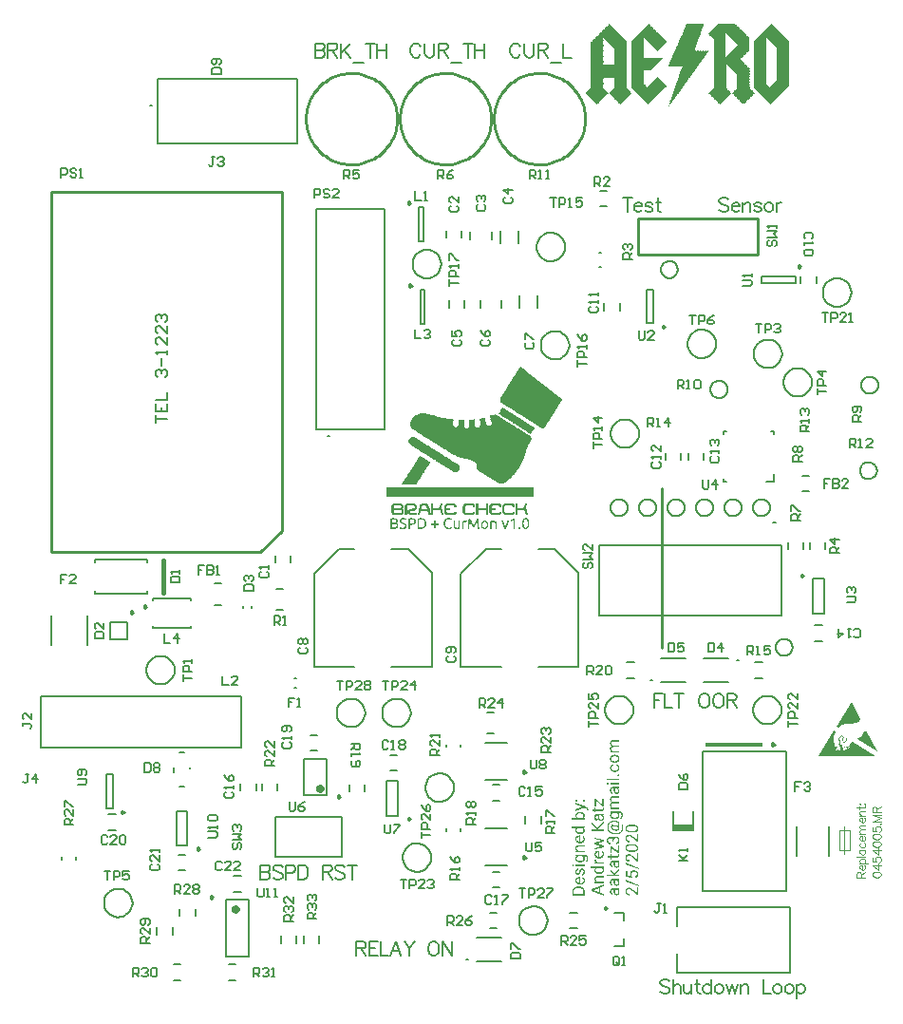
<source format=gto>
G04*
G04 #@! TF.GenerationSoftware,Altium Limited,Altium Designer,20.0.11 (256)*
G04*
G04 Layer_Color=65535*
%FSLAX25Y25*%
%MOIN*%
G70*
G01*
G75*
%ADD10C,0.00500*%
%ADD11C,0.00984*%
%ADD12C,0.01575*%
%ADD13C,0.00394*%
%ADD14C,0.00787*%
%ADD15C,0.01000*%
%ADD16C,0.00600*%
%ADD17C,0.00400*%
%ADD18C,0.00800*%
%ADD19R,0.20200X0.01400*%
%ADD20R,0.07087X0.02000*%
G36*
X248838Y342710D02*
X248737D01*
Y342609D01*
X248838D01*
Y342508D01*
X248737D01*
Y342406D01*
X248636D01*
Y342305D01*
Y342204D01*
Y342103D01*
X248534D01*
Y342002D01*
X248636D01*
Y341901D01*
X248534D01*
Y341799D01*
X248433D01*
Y341698D01*
X248332D01*
Y341597D01*
X248433D01*
Y341496D01*
X248332D01*
Y341395D01*
Y341294D01*
Y341193D01*
X248231D01*
Y341091D01*
X248130D01*
Y340990D01*
X248231D01*
Y340889D01*
X248130D01*
Y340788D01*
X248029D01*
Y340687D01*
Y340586D01*
Y340485D01*
X247927D01*
Y340383D01*
X248029D01*
Y340282D01*
X247927D01*
Y340181D01*
X247826D01*
Y340080D01*
X247725D01*
Y339979D01*
X247826D01*
Y339878D01*
X247725D01*
Y339777D01*
Y339675D01*
Y339574D01*
X247624D01*
Y339473D01*
X247523D01*
Y339372D01*
X247624D01*
Y339271D01*
X247523D01*
Y339170D01*
Y339069D01*
Y338967D01*
X247422D01*
Y338866D01*
X247321D01*
Y338765D01*
X247422D01*
Y338664D01*
X247321D01*
Y338563D01*
Y338462D01*
X247219D01*
Y338361D01*
Y338259D01*
X247118D01*
Y338158D01*
X247219D01*
Y338057D01*
X247118D01*
Y337956D01*
X247017D01*
Y337855D01*
Y337754D01*
Y337652D01*
X246916D01*
Y337551D01*
X247017D01*
Y337450D01*
X246916D01*
Y337349D01*
X246815D01*
Y337248D01*
X246714D01*
Y337147D01*
X246815D01*
Y337046D01*
X246714D01*
Y336944D01*
X246613D01*
Y336843D01*
Y336742D01*
Y336641D01*
X246512D01*
Y336540D01*
X246613D01*
Y336439D01*
X246512D01*
Y336338D01*
X246410D01*
Y336236D01*
Y336135D01*
Y336034D01*
X246309D01*
Y335933D01*
Y335832D01*
Y335731D01*
X246208D01*
Y335630D01*
X246107D01*
Y335528D01*
X246208D01*
Y335427D01*
X246107D01*
Y335326D01*
Y335225D01*
Y335124D01*
X246006D01*
Y335023D01*
X245905D01*
Y334922D01*
X246006D01*
Y334820D01*
X245905D01*
Y334719D01*
Y334618D01*
Y334517D01*
X245803D01*
Y334416D01*
X245702D01*
Y334315D01*
X245803D01*
Y334213D01*
X245702D01*
Y334112D01*
X245601D01*
Y334011D01*
Y333910D01*
Y333809D01*
X245500D01*
Y333708D01*
X245601D01*
Y333607D01*
X245500D01*
Y333505D01*
X245399D01*
Y333404D01*
X245500D01*
Y333303D01*
X245601D01*
Y333404D01*
X245702D01*
Y333303D01*
X245803D01*
Y333404D01*
X245702D01*
Y333505D01*
X245803D01*
Y333404D01*
X245905D01*
Y333303D01*
X246006D01*
Y333404D01*
X246107D01*
Y333303D01*
X246208D01*
Y333404D01*
X246107D01*
Y333505D01*
X246208D01*
Y333404D01*
X246309D01*
Y333303D01*
X246410D01*
Y333404D01*
X246512D01*
Y333303D01*
X246613D01*
Y333404D01*
X246512D01*
Y333505D01*
X246613D01*
Y333404D01*
X246714D01*
Y333303D01*
X246815D01*
Y333404D01*
X246916D01*
Y333303D01*
X247017D01*
Y333404D01*
X246916D01*
Y333505D01*
X247017D01*
Y333404D01*
X247118D01*
Y333303D01*
X247219D01*
Y333404D01*
X247321D01*
Y333303D01*
X247422D01*
Y333404D01*
X247321D01*
Y333505D01*
X247422D01*
Y333404D01*
X247523D01*
Y333303D01*
X247624D01*
Y333404D01*
X247725D01*
Y333303D01*
X247826D01*
Y333404D01*
X247725D01*
Y333505D01*
X247826D01*
Y333404D01*
X247927D01*
Y333303D01*
X248029D01*
Y333404D01*
X248130D01*
Y333303D01*
X248231D01*
Y333404D01*
X248130D01*
Y333505D01*
X248231D01*
Y333404D01*
X248332D01*
Y333303D01*
X248433D01*
Y333404D01*
X248534D01*
Y333303D01*
X248636D01*
Y333404D01*
X248534D01*
Y333505D01*
X248636D01*
Y333404D01*
X248737D01*
Y333303D01*
X248838D01*
Y333404D01*
X248939D01*
Y333303D01*
X249040D01*
Y333404D01*
X248939D01*
Y333505D01*
X249040D01*
Y333404D01*
X249141D01*
Y333303D01*
X249242D01*
Y333404D01*
X249344D01*
Y333303D01*
X249445D01*
Y333404D01*
X249344D01*
Y333505D01*
X249445D01*
Y333404D01*
X249546D01*
Y333303D01*
X249647D01*
Y333404D01*
X249748D01*
Y333303D01*
X249849D01*
Y333404D01*
X249748D01*
Y333505D01*
X249849D01*
Y333404D01*
X249951D01*
Y333303D01*
X250052D01*
Y333404D01*
X250153D01*
Y333303D01*
X250254D01*
Y333404D01*
X250153D01*
Y333505D01*
X250254D01*
Y333404D01*
X250355D01*
Y333303D01*
X250456D01*
Y333202D01*
X250355D01*
Y333101D01*
X250254D01*
Y333000D01*
X250153D01*
Y332898D01*
Y332797D01*
Y332696D01*
X250052D01*
Y332595D01*
X249951D01*
Y332494D01*
X249849D01*
Y332393D01*
X249748D01*
Y332292D01*
X249849D01*
Y332190D01*
X249546D01*
Y332089D01*
X249647D01*
Y331988D01*
X249546D01*
Y331887D01*
X249445D01*
Y331786D01*
X249344D01*
Y331685D01*
X249242D01*
Y331584D01*
X249141D01*
Y331483D01*
Y331381D01*
Y331280D01*
X249040D01*
Y331179D01*
X248939D01*
Y331078D01*
X248838D01*
Y330977D01*
X248737D01*
Y330876D01*
X248636D01*
Y330774D01*
X248534D01*
Y330673D01*
X248636D01*
Y330572D01*
X248534D01*
Y330471D01*
X248433D01*
Y330370D01*
X248332D01*
Y330269D01*
X248231D01*
Y330168D01*
X248130D01*
Y330066D01*
Y329965D01*
X248029D01*
Y329864D01*
Y329763D01*
X247927D01*
Y329662D01*
X247826D01*
Y329561D01*
X247725D01*
Y329460D01*
X247624D01*
Y329358D01*
X247523D01*
Y329257D01*
X247624D01*
Y329156D01*
X247422D01*
Y329055D01*
Y328954D01*
X247321D01*
Y328853D01*
X247219D01*
Y328751D01*
X247118D01*
Y328650D01*
Y328549D01*
X247017D01*
Y328448D01*
Y328347D01*
X246916D01*
Y328246D01*
X246815D01*
Y328145D01*
X246714D01*
Y328044D01*
X246613D01*
Y327942D01*
X246512D01*
Y327841D01*
X246613D01*
Y327740D01*
X246410D01*
Y327639D01*
Y327538D01*
X246309D01*
Y327437D01*
X246208D01*
Y327335D01*
X246107D01*
Y327234D01*
Y327133D01*
X246006D01*
Y327032D01*
Y326931D01*
X245905D01*
Y326830D01*
X245803D01*
Y326729D01*
X245702D01*
Y326627D01*
X245601D01*
Y326526D01*
X245500D01*
Y326425D01*
X245601D01*
Y326324D01*
X245399D01*
Y326223D01*
Y326122D01*
X245298D01*
Y326021D01*
X245197D01*
Y325919D01*
X245095D01*
Y325818D01*
Y325717D01*
X244994D01*
Y325616D01*
Y325515D01*
X244893D01*
Y325414D01*
X244792D01*
Y325312D01*
X244691D01*
Y325211D01*
X244590D01*
Y325110D01*
X244489D01*
Y325009D01*
X244590D01*
Y324908D01*
X244387D01*
Y324807D01*
Y324706D01*
X244286D01*
Y324605D01*
X244185D01*
Y324503D01*
X244084D01*
Y324402D01*
Y324301D01*
X243882D01*
Y324200D01*
X243983D01*
Y324099D01*
X243882D01*
Y323998D01*
X243780D01*
Y323896D01*
X243679D01*
Y323795D01*
X243578D01*
Y323694D01*
X243477D01*
Y323593D01*
X243578D01*
Y323492D01*
X243275D01*
Y323391D01*
X243376D01*
Y323290D01*
X243275D01*
Y323188D01*
X243174D01*
Y323087D01*
X243073D01*
Y322986D01*
Y322885D01*
X242870D01*
Y322784D01*
Y322683D01*
Y322582D01*
X242769D01*
Y322480D01*
X242668D01*
Y322379D01*
X242567D01*
Y322278D01*
X242466D01*
Y322177D01*
X242567D01*
Y322076D01*
X242263D01*
Y321975D01*
X242364D01*
Y321873D01*
X242263D01*
Y321772D01*
X242162D01*
Y321671D01*
X242061D01*
Y321570D01*
X241960D01*
Y321469D01*
X241859D01*
Y321368D01*
X241960D01*
Y321267D01*
X241859D01*
Y321165D01*
X241757D01*
Y321064D01*
X241656D01*
Y320963D01*
X241555D01*
Y320862D01*
X241454D01*
Y320761D01*
X241353D01*
Y320660D01*
X241252D01*
Y320559D01*
X241353D01*
Y320457D01*
X241252D01*
Y320356D01*
X241151D01*
Y320255D01*
X241050D01*
Y320154D01*
X240948D01*
Y320053D01*
X240847D01*
Y319952D01*
Y319851D01*
Y319749D01*
X240746D01*
Y319648D01*
X240645D01*
Y319547D01*
X240544D01*
Y319446D01*
X240443D01*
Y319345D01*
X240544D01*
Y319244D01*
X240443D01*
Y319345D01*
X240341D01*
Y319244D01*
X240240D01*
Y319143D01*
X240341D01*
Y319041D01*
X240240D01*
Y318940D01*
X240139D01*
Y318839D01*
X240038D01*
Y318738D01*
X239937D01*
Y318637D01*
X239836D01*
Y318536D01*
Y318435D01*
Y318333D01*
X239735D01*
Y318232D01*
X239633D01*
Y318131D01*
X239532D01*
Y318030D01*
X239431D01*
Y317929D01*
X239330D01*
Y317828D01*
X239229D01*
Y317726D01*
X239330D01*
Y317625D01*
X239229D01*
Y317524D01*
X239128D01*
Y317423D01*
X239027D01*
Y317322D01*
X238925D01*
Y317221D01*
X238824D01*
Y317120D01*
Y317018D01*
X238723D01*
Y316917D01*
Y316816D01*
X238622D01*
Y316715D01*
X238521D01*
Y316614D01*
X238420D01*
Y316513D01*
X238318D01*
Y316411D01*
X238217D01*
Y316310D01*
X238318D01*
Y316209D01*
X238015D01*
Y316108D01*
X238116D01*
Y316007D01*
X238015D01*
Y315906D01*
X237914D01*
Y315805D01*
X237813D01*
Y315704D01*
Y315602D01*
X237712D01*
Y315501D01*
Y315400D01*
X237611D01*
Y315299D01*
X237509D01*
Y315198D01*
X237408D01*
Y315097D01*
X237307D01*
Y314996D01*
X237206D01*
Y314894D01*
X237307D01*
Y314793D01*
X237105D01*
Y314692D01*
Y314591D01*
X237004D01*
Y314490D01*
X236902D01*
Y314389D01*
X236801D01*
Y314287D01*
Y314186D01*
X236700D01*
Y314085D01*
Y313984D01*
X236599D01*
Y313883D01*
X236498D01*
Y313782D01*
X236397D01*
Y313681D01*
X236296D01*
Y313782D01*
X236194D01*
Y313883D01*
X236296D01*
Y313984D01*
X236397D01*
Y314085D01*
X236498D01*
Y314186D01*
X236397D01*
Y314287D01*
X236498D01*
Y314389D01*
X236397D01*
Y314490D01*
X236498D01*
Y314591D01*
X236599D01*
Y314692D01*
X236700D01*
Y314793D01*
X236599D01*
Y314894D01*
X236700D01*
Y314996D01*
Y315097D01*
Y315198D01*
X236801D01*
Y315299D01*
X236902D01*
Y315400D01*
X236801D01*
Y315501D01*
X236902D01*
Y315602D01*
X236801D01*
Y315704D01*
X237004D01*
Y315805D01*
Y315906D01*
X237105D01*
Y316007D01*
X237004D01*
Y316108D01*
X237105D01*
Y316209D01*
Y316310D01*
X237206D01*
Y316411D01*
Y316513D01*
X237307D01*
Y316614D01*
X237206D01*
Y316715D01*
X237307D01*
Y316816D01*
X237206D01*
Y316917D01*
X237408D01*
Y317018D01*
Y317120D01*
X237509D01*
Y317221D01*
X237408D01*
Y317322D01*
X237509D01*
Y317423D01*
X237611D01*
Y317524D01*
Y317625D01*
Y317726D01*
X237712D01*
Y317828D01*
X237611D01*
Y317929D01*
X237712D01*
Y318030D01*
X237813D01*
Y318131D01*
Y318232D01*
Y318333D01*
X237914D01*
Y318435D01*
Y318536D01*
Y318637D01*
X238015D01*
Y318738D01*
Y318839D01*
Y318940D01*
X238116D01*
Y319041D01*
Y319143D01*
Y319244D01*
X238217D01*
Y319345D01*
X238318D01*
Y319446D01*
X238217D01*
Y319547D01*
X238318D01*
Y319648D01*
Y319749D01*
Y319851D01*
X238420D01*
Y319952D01*
Y320053D01*
Y320154D01*
X238521D01*
Y320255D01*
Y320356D01*
Y320457D01*
X238622D01*
Y320559D01*
X238723D01*
Y320660D01*
X238622D01*
Y320761D01*
X238723D01*
Y320862D01*
Y320963D01*
Y321064D01*
X238824D01*
Y321165D01*
X238925D01*
Y321267D01*
X238824D01*
Y321368D01*
X238925D01*
Y321469D01*
X239027D01*
Y321570D01*
X238925D01*
Y321671D01*
X239027D01*
Y321772D01*
X239128D01*
Y321873D01*
X239027D01*
Y321975D01*
X239128D01*
Y322076D01*
X239229D01*
Y322177D01*
Y322278D01*
Y322379D01*
X239330D01*
Y322480D01*
X239229D01*
Y322582D01*
X239330D01*
Y322683D01*
X239431D01*
Y322784D01*
Y322885D01*
Y322986D01*
X239532D01*
Y323087D01*
X239431D01*
Y323188D01*
X239532D01*
Y323290D01*
X239633D01*
Y323391D01*
X239735D01*
Y323492D01*
X239633D01*
Y323593D01*
X239735D01*
Y323694D01*
X239633D01*
Y323795D01*
X239735D01*
Y323896D01*
X239836D01*
Y323998D01*
X239937D01*
Y324099D01*
X239836D01*
Y324200D01*
X239937D01*
Y324301D01*
Y324402D01*
Y324503D01*
X240038D01*
Y324605D01*
X240139D01*
Y324706D01*
X240038D01*
Y324807D01*
X240139D01*
Y324908D01*
X240038D01*
Y325009D01*
X240139D01*
Y325110D01*
X240240D01*
Y325211D01*
X240341D01*
Y325312D01*
X240240D01*
Y325414D01*
X240341D01*
Y325515D01*
Y325616D01*
X240443D01*
Y325717D01*
Y325818D01*
X240544D01*
Y325919D01*
X240443D01*
Y326021D01*
X240544D01*
Y326122D01*
Y326223D01*
X240645D01*
Y326324D01*
Y326425D01*
X240746D01*
Y326526D01*
X240645D01*
Y326627D01*
X240746D01*
Y326729D01*
X240847D01*
Y326830D01*
Y326931D01*
Y327032D01*
X240948D01*
Y327133D01*
X240847D01*
Y327234D01*
X240948D01*
Y327335D01*
Y327437D01*
X241050D01*
Y327538D01*
Y327639D01*
X241151D01*
Y327740D01*
X241050D01*
Y327841D01*
X240948D01*
Y327942D01*
X240847D01*
Y327841D01*
X240544D01*
Y327942D01*
X240443D01*
Y327841D01*
X240139D01*
Y327942D01*
X240038D01*
Y327841D01*
X239735D01*
Y327942D01*
X239633D01*
Y327841D01*
X239330D01*
Y327942D01*
X239229D01*
Y327841D01*
X238925D01*
Y327942D01*
X238824D01*
Y327841D01*
X238521D01*
Y327942D01*
X238420D01*
Y327841D01*
X238116D01*
Y327942D01*
X238015D01*
Y327841D01*
X237712D01*
Y327942D01*
X237611D01*
Y327841D01*
X237307D01*
Y327942D01*
X237206D01*
Y327841D01*
X236902D01*
Y327942D01*
X236801D01*
Y327841D01*
X236498D01*
Y327942D01*
X236397D01*
Y327841D01*
X236296D01*
Y327942D01*
X236194D01*
Y328044D01*
X236296D01*
Y328145D01*
Y328246D01*
Y328347D01*
X236397D01*
Y328448D01*
X236498D01*
Y328549D01*
X236397D01*
Y328650D01*
X236498D01*
Y328751D01*
X236599D01*
Y328853D01*
X236700D01*
Y328954D01*
X236599D01*
Y329055D01*
X236700D01*
Y329156D01*
X236801D01*
Y329257D01*
Y329358D01*
Y329460D01*
X236902D01*
Y329561D01*
Y329662D01*
Y329763D01*
X237004D01*
Y329864D01*
X237105D01*
Y329965D01*
X237004D01*
Y330066D01*
X237105D01*
Y330168D01*
X237206D01*
Y330269D01*
X237307D01*
Y330370D01*
X237206D01*
Y330471D01*
X237307D01*
Y330572D01*
X237408D01*
Y330673D01*
Y330774D01*
Y330876D01*
X237509D01*
Y330977D01*
Y331078D01*
X237611D01*
Y331179D01*
Y331280D01*
X237712D01*
Y331381D01*
X237611D01*
Y331483D01*
X237712D01*
Y331584D01*
X237813D01*
Y331685D01*
X237914D01*
Y331786D01*
X237813D01*
Y331887D01*
X237914D01*
Y331988D01*
X238015D01*
Y332089D01*
Y332190D01*
Y332292D01*
X238116D01*
Y332393D01*
X238217D01*
Y332494D01*
X238318D01*
Y332595D01*
X238217D01*
Y332696D01*
X238318D01*
Y332797D01*
Y332898D01*
X238420D01*
Y333000D01*
Y333101D01*
X238521D01*
Y333202D01*
Y333303D01*
Y333404D01*
X238622D01*
Y333505D01*
X238723D01*
Y333607D01*
X238622D01*
Y333708D01*
X238723D01*
Y333809D01*
X238824D01*
Y333910D01*
X238925D01*
Y334011D01*
X238824D01*
Y334112D01*
X238925D01*
Y334213D01*
Y334315D01*
X239027D01*
Y334416D01*
Y334517D01*
X239128D01*
Y334618D01*
Y334719D01*
Y334820D01*
X239229D01*
Y334922D01*
X239330D01*
Y335023D01*
X239229D01*
Y335124D01*
X239330D01*
Y335225D01*
X239431D01*
Y335326D01*
X239532D01*
Y335427D01*
X239431D01*
Y335528D01*
X239532D01*
Y335630D01*
X239633D01*
Y335731D01*
Y335832D01*
Y335933D01*
X239735D01*
Y336034D01*
Y336135D01*
Y336236D01*
X239836D01*
Y336338D01*
X239937D01*
Y336439D01*
Y336540D01*
Y336641D01*
X240038D01*
Y336742D01*
X240139D01*
Y336843D01*
X240038D01*
Y336944D01*
X240139D01*
Y337046D01*
X240240D01*
Y337147D01*
X240341D01*
Y337248D01*
X240240D01*
Y337349D01*
X240341D01*
Y337450D01*
X240443D01*
Y337551D01*
Y337652D01*
Y337754D01*
X240544D01*
Y337855D01*
X240443D01*
Y337956D01*
X240645D01*
Y338057D01*
Y338158D01*
X240746D01*
Y338259D01*
Y338361D01*
Y338462D01*
X240847D01*
Y338563D01*
X240948D01*
Y338664D01*
X240847D01*
Y338765D01*
X240948D01*
Y338866D01*
X241050D01*
Y338967D01*
X241151D01*
Y339069D01*
X241050D01*
Y339170D01*
X241151D01*
Y339271D01*
Y339372D01*
X241252D01*
Y339473D01*
Y339574D01*
X241353D01*
Y339675D01*
Y339777D01*
Y339878D01*
X241454D01*
Y339979D01*
X241555D01*
Y340080D01*
X241454D01*
Y340181D01*
X241555D01*
Y340282D01*
X241656D01*
Y340383D01*
X241757D01*
Y340485D01*
X241656D01*
Y340586D01*
X241757D01*
Y340687D01*
Y340788D01*
X241859D01*
Y340889D01*
Y340990D01*
X241960D01*
Y341091D01*
Y341193D01*
Y341294D01*
X242061D01*
Y341193D01*
X242162D01*
Y341294D01*
X242061D01*
Y341395D01*
X242162D01*
Y341496D01*
X242061D01*
Y341597D01*
X242162D01*
Y341698D01*
X242263D01*
Y341799D01*
X242364D01*
Y341901D01*
X242263D01*
Y342002D01*
X242364D01*
Y342103D01*
X242466D01*
Y342204D01*
Y342305D01*
Y342406D01*
X242567D01*
Y342508D01*
X242668D01*
Y342609D01*
Y342710D01*
Y342811D01*
X248838D01*
Y342710D01*
D02*
G37*
G36*
X229519Y342609D02*
X229822D01*
Y342508D01*
X229721D01*
Y342406D01*
X230025D01*
Y342305D01*
X229923D01*
Y342204D01*
X230227D01*
Y342103D01*
X230126D01*
Y342002D01*
X230429D01*
Y341901D01*
X230328D01*
Y341799D01*
X230631D01*
Y341698D01*
X230530D01*
Y341597D01*
X230834D01*
Y341496D01*
X230732D01*
Y341395D01*
X231036D01*
Y341294D01*
X230935D01*
Y341193D01*
X231238D01*
Y341091D01*
X231137D01*
Y340990D01*
X231440D01*
Y340889D01*
X231339D01*
Y340788D01*
X231643D01*
Y340687D01*
X231542D01*
Y340586D01*
X231845D01*
Y340485D01*
X231744D01*
Y340383D01*
X232047D01*
Y340282D01*
X231946D01*
Y340181D01*
X232250D01*
Y340080D01*
X232149D01*
Y339979D01*
X232452D01*
Y339878D01*
X232351D01*
Y339777D01*
X232654D01*
Y339675D01*
X232553D01*
Y339574D01*
X232857D01*
Y339473D01*
X232755D01*
Y339372D01*
X233059D01*
Y339271D01*
X232958D01*
Y339170D01*
X233261D01*
Y339069D01*
X233160D01*
Y338967D01*
X233464D01*
Y338866D01*
X233362D01*
Y338765D01*
X233666D01*
Y338664D01*
X233565D01*
Y338563D01*
X233868D01*
Y338462D01*
X233767D01*
Y338361D01*
X234070D01*
Y338259D01*
X233969D01*
Y338158D01*
X234273D01*
Y338057D01*
X234172D01*
Y337956D01*
X234475D01*
Y337855D01*
X234374D01*
Y337754D01*
X234677D01*
Y337652D01*
X234576D01*
Y337551D01*
X234879D01*
Y337450D01*
X234778D01*
Y337349D01*
X235082D01*
Y337248D01*
X234981D01*
Y337147D01*
X235284D01*
Y337046D01*
X235183D01*
Y336944D01*
X235486D01*
Y336843D01*
X235385D01*
Y336742D01*
X235689D01*
Y336641D01*
X235588D01*
Y336540D01*
X235891D01*
Y336439D01*
X235790D01*
Y336338D01*
X235689D01*
Y336236D01*
X235588D01*
Y336135D01*
X235486D01*
Y336034D01*
X235385D01*
Y335933D01*
X235284D01*
Y335832D01*
X235183D01*
Y335731D01*
X235082D01*
Y335630D01*
X234981D01*
Y335528D01*
X234879D01*
Y335427D01*
X234778D01*
Y335326D01*
X234677D01*
Y335225D01*
X234576D01*
Y335124D01*
X234475D01*
Y335023D01*
X234374D01*
Y334922D01*
X234273D01*
Y334820D01*
X234172D01*
Y334719D01*
X234070D01*
Y334618D01*
X233969D01*
Y334517D01*
X233868D01*
Y334416D01*
X233767D01*
Y334315D01*
X233666D01*
Y334213D01*
X233565D01*
Y334112D01*
X233464D01*
Y334011D01*
X233362D01*
Y333910D01*
X233261D01*
Y333809D01*
X233160D01*
Y333708D01*
X233059D01*
Y333607D01*
X232958D01*
Y333505D01*
X232857D01*
Y333404D01*
X232755D01*
Y333303D01*
X232654D01*
Y333202D01*
X232553D01*
Y333101D01*
X232452D01*
Y333202D01*
X232351D01*
Y333303D01*
X232250D01*
Y333404D01*
X232149D01*
Y333505D01*
X232047D01*
Y333607D01*
X231946D01*
Y333708D01*
X231845D01*
Y333809D01*
X231744D01*
Y333910D01*
X231643D01*
Y334011D01*
X231542D01*
Y334112D01*
X231440D01*
Y334213D01*
X231339D01*
Y334315D01*
X231238D01*
Y334416D01*
X231137D01*
Y334517D01*
X231036D01*
Y334618D01*
X230935D01*
Y334719D01*
X230834D01*
Y334820D01*
X230732D01*
Y334922D01*
X230631D01*
Y335023D01*
X230530D01*
Y335124D01*
X230429D01*
Y335225D01*
X230328D01*
Y335326D01*
X230227D01*
Y335427D01*
X230126D01*
Y335528D01*
X230025D01*
Y335630D01*
X229923D01*
Y335731D01*
X229822D01*
Y335832D01*
X229721D01*
Y335933D01*
X229620D01*
Y336034D01*
X229519D01*
Y336135D01*
X229418D01*
Y336236D01*
X229316D01*
Y336338D01*
X229215D01*
Y336439D01*
X229114D01*
Y336540D01*
X229013D01*
Y336641D01*
X228912D01*
Y336742D01*
X228811D01*
Y336843D01*
X228710D01*
Y336944D01*
X228608D01*
Y337046D01*
X228507D01*
Y337147D01*
X228406D01*
Y337248D01*
X228305D01*
Y337349D01*
X228204D01*
Y337450D01*
X228103D01*
Y337551D01*
X228001D01*
Y337652D01*
X227900D01*
Y337754D01*
X227799D01*
Y337855D01*
X227698D01*
Y337754D01*
X227799D01*
Y337652D01*
X227698D01*
Y337551D01*
X227799D01*
Y337450D01*
X227698D01*
Y337349D01*
X227799D01*
Y337248D01*
X227698D01*
Y337147D01*
X227799D01*
Y337046D01*
X227698D01*
Y336944D01*
X227799D01*
Y336843D01*
X227698D01*
Y336742D01*
X227799D01*
Y336641D01*
X227698D01*
Y336540D01*
X227799D01*
Y336439D01*
X227698D01*
Y336338D01*
X227799D01*
Y336236D01*
X227698D01*
Y336135D01*
X227799D01*
Y336034D01*
X227698D01*
Y335933D01*
X227799D01*
Y335832D01*
X227698D01*
Y335731D01*
X227799D01*
Y335630D01*
X227698D01*
Y335528D01*
X227799D01*
Y335427D01*
X227698D01*
Y335326D01*
X227799D01*
Y335225D01*
X227698D01*
Y335124D01*
X227799D01*
Y335023D01*
X227698D01*
Y334922D01*
X227799D01*
Y334820D01*
X227698D01*
Y334719D01*
X227799D01*
Y334618D01*
X227698D01*
Y334517D01*
X227799D01*
Y334416D01*
X227698D01*
Y334315D01*
X227799D01*
Y334213D01*
X227698D01*
Y334112D01*
X227799D01*
Y334011D01*
X227698D01*
Y333910D01*
X227799D01*
Y333809D01*
X227698D01*
Y333708D01*
X227799D01*
Y333607D01*
X227698D01*
Y333505D01*
X227799D01*
Y333404D01*
X227698D01*
Y333303D01*
X227799D01*
Y333202D01*
X227698D01*
Y333101D01*
X227799D01*
Y333000D01*
X227698D01*
Y332898D01*
X227799D01*
Y332797D01*
X227698D01*
Y332696D01*
X227799D01*
Y332595D01*
X227698D01*
Y332494D01*
X227799D01*
Y332393D01*
X227698D01*
Y332292D01*
X227799D01*
Y332190D01*
X227698D01*
Y332089D01*
X227799D01*
Y331988D01*
X227698D01*
Y331887D01*
X227799D01*
Y331786D01*
X227698D01*
Y331685D01*
X227799D01*
Y331584D01*
X227698D01*
Y331483D01*
X227799D01*
Y331381D01*
X227698D01*
Y331280D01*
X227799D01*
Y331179D01*
X227698D01*
Y331078D01*
X227799D01*
Y330977D01*
X227698D01*
Y330876D01*
X227799D01*
Y330774D01*
X227900D01*
Y330673D01*
X228001D01*
Y330774D01*
X228103D01*
Y330876D01*
X228204D01*
Y330774D01*
X228305D01*
Y330673D01*
X228406D01*
Y330774D01*
X228507D01*
Y330876D01*
X228608D01*
Y330774D01*
X228710D01*
Y330673D01*
X228811D01*
Y330774D01*
X228912D01*
Y330876D01*
X229013D01*
Y330774D01*
X229114D01*
Y330673D01*
X229215D01*
Y330774D01*
X229316D01*
Y330876D01*
X229418D01*
Y330774D01*
X229519D01*
Y330673D01*
X229620D01*
Y330774D01*
X229721D01*
Y330876D01*
X229822D01*
Y330774D01*
X229923D01*
Y330673D01*
X230025D01*
Y330774D01*
X230126D01*
Y330876D01*
X230227D01*
Y330774D01*
X230328D01*
Y330673D01*
X230429D01*
Y330774D01*
X230530D01*
Y330876D01*
X230631D01*
Y330774D01*
X230732D01*
Y330673D01*
X230834D01*
Y330774D01*
X230935D01*
Y330876D01*
X231036D01*
Y330774D01*
X231137D01*
Y330673D01*
X231238D01*
Y330774D01*
X231339D01*
Y330876D01*
X231440D01*
Y330774D01*
X231542D01*
Y330673D01*
X231643D01*
Y330774D01*
X231744D01*
Y330876D01*
X231845D01*
Y330774D01*
X231946D01*
Y330673D01*
X232047D01*
Y330774D01*
X232149D01*
Y330876D01*
X232250D01*
Y330774D01*
X232351D01*
Y330673D01*
X232452D01*
Y330774D01*
X232553D01*
Y330876D01*
X232654D01*
Y330774D01*
X232755D01*
Y330673D01*
X232857D01*
Y330774D01*
X232958D01*
Y330876D01*
X233059D01*
Y330774D01*
X233160D01*
Y330673D01*
X233261D01*
Y330774D01*
X233362D01*
Y330876D01*
X233464D01*
Y330774D01*
X233565D01*
Y330673D01*
X233666D01*
Y330774D01*
X233767D01*
Y330876D01*
X233868D01*
Y330774D01*
X233969D01*
Y330673D01*
X234070D01*
Y330774D01*
X234172D01*
Y330673D01*
X234273D01*
Y330572D01*
X234172D01*
Y330471D01*
X234070D01*
Y330370D01*
X233868D01*
Y330269D01*
Y330168D01*
X233666D01*
Y330066D01*
Y329965D01*
X233464D01*
Y329864D01*
Y329763D01*
X233362D01*
Y329662D01*
X233261D01*
Y329561D01*
X233059D01*
Y329460D01*
Y329358D01*
X232857D01*
Y329257D01*
Y329156D01*
X232654D01*
Y329055D01*
Y328954D01*
X232553D01*
Y328853D01*
X232452D01*
Y328751D01*
X232351D01*
Y328650D01*
X232250D01*
Y328549D01*
X232149D01*
Y328448D01*
X232047D01*
Y328347D01*
X231946D01*
Y328246D01*
X231845D01*
Y328145D01*
X231744D01*
Y328044D01*
X231643D01*
Y327942D01*
X231542D01*
Y327841D01*
X231440D01*
Y327740D01*
X231339D01*
Y327639D01*
X231238D01*
Y327538D01*
X231137D01*
Y327437D01*
X231036D01*
Y327335D01*
X230935D01*
Y327234D01*
X230834D01*
Y327133D01*
X230732D01*
Y327032D01*
X230631D01*
Y326931D01*
X230530D01*
Y326830D01*
X230429D01*
Y326729D01*
X230328D01*
Y326627D01*
X230227D01*
Y326526D01*
X227698D01*
Y326425D01*
X227799D01*
Y326324D01*
X227698D01*
Y326223D01*
X227799D01*
Y326122D01*
X227698D01*
Y326021D01*
X227799D01*
Y325919D01*
X227698D01*
Y325818D01*
X227799D01*
Y325717D01*
X227698D01*
Y325616D01*
X227799D01*
Y325515D01*
X227698D01*
Y325414D01*
X227799D01*
Y325312D01*
X227698D01*
Y325211D01*
X227799D01*
Y325110D01*
X227698D01*
Y325009D01*
X227799D01*
Y324908D01*
X227698D01*
Y324807D01*
X227799D01*
Y324706D01*
X227698D01*
Y324605D01*
X227799D01*
Y324503D01*
X227698D01*
Y324402D01*
X227799D01*
Y324301D01*
X227698D01*
Y324200D01*
X227799D01*
Y324099D01*
X227698D01*
Y323998D01*
X227799D01*
Y323896D01*
X227698D01*
Y323795D01*
X227799D01*
Y323694D01*
X227698D01*
Y323593D01*
X227799D01*
Y323492D01*
X227698D01*
Y323391D01*
X227799D01*
Y323290D01*
X227698D01*
Y323188D01*
X227799D01*
Y323087D01*
X227698D01*
Y322986D01*
X227799D01*
Y322885D01*
X227698D01*
Y322784D01*
X227799D01*
Y322683D01*
X227698D01*
Y322582D01*
X227799D01*
Y322480D01*
X227698D01*
Y322379D01*
X227799D01*
Y322278D01*
X227698D01*
Y322177D01*
X227799D01*
Y322076D01*
X227698D01*
Y321975D01*
X227799D01*
Y321873D01*
X227698D01*
Y321772D01*
X227799D01*
Y321671D01*
X227698D01*
Y321570D01*
X227900D01*
Y321469D01*
Y321368D01*
X228204D01*
Y321267D01*
Y321165D01*
X228406D01*
Y321064D01*
X228305D01*
Y320963D01*
X228608D01*
Y320862D01*
Y320761D01*
X228811D01*
Y320660D01*
Y320559D01*
X229013D01*
Y320660D01*
Y320761D01*
X229215D01*
Y320862D01*
X229114D01*
Y320963D01*
X229418D01*
Y321064D01*
Y321165D01*
X229620D01*
Y321267D01*
X229519D01*
Y321368D01*
X229822D01*
Y321469D01*
Y321570D01*
X230025D01*
Y321671D01*
X229923D01*
Y321772D01*
X230227D01*
Y321873D01*
X230328D01*
Y321975D01*
X230429D01*
Y322076D01*
X230328D01*
Y322177D01*
X230631D01*
Y322278D01*
Y322379D01*
X230834D01*
Y322480D01*
X230732D01*
Y322582D01*
X231036D01*
Y322683D01*
Y322784D01*
X231238D01*
Y322885D01*
X231137D01*
Y322986D01*
X231440D01*
Y323087D01*
Y323188D01*
X231643D01*
Y323290D01*
X231542D01*
Y323391D01*
X231845D01*
Y323492D01*
X231946D01*
Y323593D01*
X232047D01*
Y323694D01*
X231946D01*
Y323795D01*
X232250D01*
Y323896D01*
Y323998D01*
X232452D01*
Y324099D01*
X232351D01*
Y324200D01*
X232452D01*
Y324099D01*
X232553D01*
Y323998D01*
X232654D01*
Y323896D01*
X232755D01*
Y323795D01*
X232857D01*
Y323694D01*
X232958D01*
Y323593D01*
X233059D01*
Y323492D01*
X233160D01*
Y323391D01*
X233261D01*
Y323290D01*
X233362D01*
Y323188D01*
X233464D01*
Y323087D01*
X233565D01*
Y322986D01*
X233666D01*
Y322885D01*
X233767D01*
Y322784D01*
X233868D01*
Y322683D01*
X233969D01*
Y322582D01*
X234070D01*
Y322480D01*
X234172D01*
Y322379D01*
X234273D01*
Y322278D01*
X234374D01*
Y322177D01*
X234475D01*
Y322076D01*
X234576D01*
Y321975D01*
X234677D01*
Y321873D01*
X234778D01*
Y321772D01*
X234981D01*
Y321671D01*
Y321570D01*
X235183D01*
Y321469D01*
Y321368D01*
X235385D01*
Y321267D01*
Y321165D01*
X235486D01*
Y321064D01*
X235588D01*
Y320963D01*
X235689D01*
Y320862D01*
X235486D01*
Y320761D01*
Y320660D01*
X235183D01*
Y320559D01*
X235284D01*
Y320457D01*
X235082D01*
Y320356D01*
Y320255D01*
X234778D01*
Y320154D01*
X234879D01*
Y320053D01*
X234677D01*
Y319952D01*
Y319851D01*
X234374D01*
Y319749D01*
X234475D01*
Y319648D01*
X234273D01*
Y319547D01*
Y319446D01*
X233969D01*
Y319345D01*
X234070D01*
Y319244D01*
X233868D01*
Y319143D01*
Y319041D01*
X233565D01*
Y318940D01*
X233666D01*
Y318839D01*
X233362D01*
Y318738D01*
X233464D01*
Y318637D01*
X233160D01*
Y318536D01*
X233261D01*
Y318435D01*
X232958D01*
Y318333D01*
X233059D01*
Y318232D01*
X232755D01*
Y318131D01*
X232857D01*
Y318030D01*
X232553D01*
Y317929D01*
X232654D01*
Y317828D01*
X232351D01*
Y317726D01*
X232452D01*
Y317625D01*
X232149D01*
Y317524D01*
X232250D01*
Y317423D01*
X231946D01*
Y317322D01*
X232047D01*
Y317221D01*
X231744D01*
Y317120D01*
X231845D01*
Y317018D01*
X231744D01*
Y317120D01*
X231643D01*
Y317018D01*
X231542D01*
Y316917D01*
X231643D01*
Y316816D01*
X231339D01*
Y316715D01*
X231440D01*
Y316614D01*
X231137D01*
Y316513D01*
X231238D01*
Y316411D01*
X230935D01*
Y316310D01*
X231036D01*
Y316209D01*
X230935D01*
Y316310D01*
X230834D01*
Y316209D01*
X230732D01*
Y316108D01*
X230834D01*
Y316007D01*
X230530D01*
Y315906D01*
X230631D01*
Y315805D01*
X230328D01*
Y315704D01*
X230429D01*
Y315602D01*
X230126D01*
Y315501D01*
X230025D01*
Y315400D01*
X229923D01*
Y315299D01*
X230025D01*
Y315198D01*
X229721D01*
Y315097D01*
X229620D01*
Y314996D01*
X229519D01*
Y314894D01*
X229620D01*
Y314793D01*
X229519D01*
Y314894D01*
X229418D01*
Y314793D01*
X229316D01*
Y314692D01*
X229215D01*
Y314591D01*
X229114D01*
Y314490D01*
X229013D01*
Y314591D01*
X228912D01*
Y314692D01*
X228811D01*
Y314793D01*
X228710D01*
Y314894D01*
X228608D01*
Y314996D01*
X228507D01*
Y315097D01*
X228406D01*
Y315198D01*
X228305D01*
Y315299D01*
X228204D01*
Y315400D01*
X228103D01*
Y315501D01*
X228001D01*
Y315602D01*
X227900D01*
Y315704D01*
X228001D01*
Y315805D01*
X227698D01*
Y315906D01*
X227799D01*
Y316007D01*
X227496D01*
Y316108D01*
X227597D01*
Y316209D01*
X227293D01*
Y316310D01*
X227395D01*
Y316411D01*
X227091D01*
Y316513D01*
X227192D01*
Y316614D01*
X226889D01*
Y316715D01*
X226990D01*
Y316816D01*
X226687D01*
Y316917D01*
X226788D01*
Y317018D01*
X226484D01*
Y317120D01*
X226586D01*
Y317221D01*
X226282D01*
Y317322D01*
X226383D01*
Y317423D01*
X226080D01*
Y317524D01*
X226181D01*
Y317625D01*
X225877D01*
Y317726D01*
X225979D01*
Y317828D01*
X225675D01*
Y317929D01*
X225776D01*
Y318030D01*
X225473D01*
Y318131D01*
X225574D01*
Y318232D01*
X225271D01*
Y318333D01*
X225372D01*
Y318435D01*
X225068D01*
Y318536D01*
X225169D01*
Y318637D01*
X224866D01*
Y318738D01*
X224967D01*
Y318839D01*
X224664D01*
Y318940D01*
X224765D01*
Y319041D01*
X224461D01*
Y319143D01*
X224563D01*
Y319244D01*
X224259D01*
Y319345D01*
X224360D01*
Y319446D01*
X224057D01*
Y319547D01*
X224158D01*
Y319648D01*
X223854D01*
Y319749D01*
X223956D01*
Y319851D01*
X223652D01*
Y319952D01*
X223753D01*
Y320053D01*
X223450D01*
Y320154D01*
X223551D01*
Y320255D01*
X223450D01*
Y320356D01*
X223349D01*
Y320457D01*
X223450D01*
Y320559D01*
X223349D01*
Y320660D01*
X223450D01*
Y320761D01*
X223349D01*
Y320862D01*
X223450D01*
Y320963D01*
X223349D01*
Y321064D01*
X223450D01*
Y321165D01*
X223349D01*
Y321267D01*
X223450D01*
Y321368D01*
X223349D01*
Y321469D01*
X223450D01*
Y321570D01*
X223349D01*
Y321671D01*
X223450D01*
Y321772D01*
X223349D01*
Y321873D01*
X223450D01*
Y321975D01*
X223349D01*
Y322076D01*
X223450D01*
Y322177D01*
X223349D01*
Y322278D01*
X223450D01*
Y322379D01*
X223349D01*
Y322480D01*
X223450D01*
Y322582D01*
X223349D01*
Y322683D01*
X223450D01*
Y322784D01*
X223349D01*
Y322885D01*
X223450D01*
Y322986D01*
X223349D01*
Y323087D01*
X223450D01*
Y323188D01*
X223349D01*
Y323290D01*
X223450D01*
Y323391D01*
X223349D01*
Y323492D01*
X223450D01*
Y323593D01*
X223349D01*
Y323694D01*
X223450D01*
Y323795D01*
X223349D01*
Y323896D01*
X223450D01*
Y323998D01*
X223349D01*
Y324099D01*
X223450D01*
Y324200D01*
X223349D01*
Y324301D01*
X223450D01*
Y324402D01*
X223349D01*
Y324503D01*
X223450D01*
Y324605D01*
X223349D01*
Y324706D01*
X223450D01*
Y324807D01*
X223349D01*
Y324908D01*
X223450D01*
Y325009D01*
X223349D01*
Y325110D01*
X223450D01*
Y325211D01*
X223349D01*
Y325312D01*
X223450D01*
Y325414D01*
X223349D01*
Y325515D01*
X223450D01*
Y325616D01*
X223349D01*
Y325717D01*
X223450D01*
Y325818D01*
X223349D01*
Y325919D01*
X223450D01*
Y326021D01*
X223349D01*
Y326122D01*
X223450D01*
Y326223D01*
X223349D01*
Y326324D01*
X223450D01*
Y326425D01*
X223349D01*
Y326526D01*
X223450D01*
Y326627D01*
X223349D01*
Y326729D01*
X223450D01*
Y326830D01*
X223349D01*
Y326931D01*
X223450D01*
Y327032D01*
X223349D01*
Y327133D01*
X223450D01*
Y327234D01*
X223349D01*
Y327335D01*
X223450D01*
Y327437D01*
X223349D01*
Y327538D01*
X223450D01*
Y327639D01*
X223349D01*
Y327740D01*
X223450D01*
Y327841D01*
X223349D01*
Y327942D01*
X223450D01*
Y328044D01*
X223349D01*
Y328145D01*
X223450D01*
Y328246D01*
X223349D01*
Y328347D01*
X223450D01*
Y328448D01*
X223349D01*
Y328549D01*
X223450D01*
Y328650D01*
X223349D01*
Y328751D01*
X223450D01*
Y328853D01*
X223349D01*
Y328954D01*
X223450D01*
Y329055D01*
X223349D01*
Y329156D01*
X223450D01*
Y329257D01*
X223349D01*
Y329358D01*
X223450D01*
Y329460D01*
X223349D01*
Y329561D01*
X223450D01*
Y329662D01*
X223349D01*
Y329763D01*
X223450D01*
Y329864D01*
X223349D01*
Y329965D01*
X223450D01*
Y330066D01*
X223349D01*
Y330168D01*
X223450D01*
Y330269D01*
X223349D01*
Y330370D01*
X223450D01*
Y330471D01*
X223349D01*
Y330572D01*
X223450D01*
Y330673D01*
X223349D01*
Y330774D01*
X223450D01*
Y330876D01*
X223349D01*
Y330977D01*
X223450D01*
Y331078D01*
X223349D01*
Y331179D01*
X223450D01*
Y331280D01*
X223349D01*
Y331381D01*
X223450D01*
Y331483D01*
X223349D01*
Y331584D01*
X223450D01*
Y331685D01*
X223349D01*
Y331786D01*
X223450D01*
Y331887D01*
X223349D01*
Y331988D01*
X223450D01*
Y332089D01*
X223349D01*
Y332190D01*
X223450D01*
Y332292D01*
X223349D01*
Y332393D01*
X223450D01*
Y332494D01*
X223349D01*
Y332595D01*
X223450D01*
Y332696D01*
X223349D01*
Y332797D01*
X223450D01*
Y332898D01*
X223349D01*
Y333000D01*
X223450D01*
Y333101D01*
X223349D01*
Y333202D01*
X223450D01*
Y333303D01*
X223349D01*
Y333404D01*
X223450D01*
Y333505D01*
X223349D01*
Y333607D01*
X223450D01*
Y333708D01*
X223349D01*
Y333809D01*
X223450D01*
Y333910D01*
X223349D01*
Y334011D01*
X223450D01*
Y334112D01*
X223349D01*
Y334213D01*
X223450D01*
Y334315D01*
X223349D01*
Y334416D01*
X223450D01*
Y334517D01*
X223349D01*
Y334618D01*
X223450D01*
Y334719D01*
X223349D01*
Y334820D01*
X223450D01*
Y334922D01*
X223349D01*
Y335023D01*
X223450D01*
Y335124D01*
X223349D01*
Y335225D01*
X223450D01*
Y335326D01*
X223349D01*
Y335427D01*
X223450D01*
Y335528D01*
X223349D01*
Y335630D01*
X223450D01*
Y335731D01*
X223349D01*
Y335832D01*
X223450D01*
Y335933D01*
X223349D01*
Y336034D01*
X223450D01*
Y336135D01*
X223349D01*
Y336236D01*
X223450D01*
Y336338D01*
X223349D01*
Y336439D01*
X223450D01*
Y336540D01*
X223349D01*
Y336641D01*
X223450D01*
Y336742D01*
X223551D01*
Y336843D01*
X223652D01*
Y336944D01*
X223753D01*
Y337046D01*
Y337147D01*
X223956D01*
Y337248D01*
X224057D01*
Y337349D01*
X224158D01*
Y337450D01*
Y337551D01*
X224360D01*
Y337652D01*
X224461D01*
Y337754D01*
X224563D01*
Y337855D01*
Y337956D01*
X224765D01*
Y338057D01*
X224866D01*
Y338158D01*
X224967D01*
Y338259D01*
Y338361D01*
X225169D01*
Y338462D01*
X225271D01*
Y338563D01*
X225372D01*
Y338664D01*
Y338765D01*
X225574D01*
Y338866D01*
X225675D01*
Y338967D01*
X225776D01*
Y339069D01*
Y339170D01*
X225979D01*
Y339271D01*
X226080D01*
Y339372D01*
X226181D01*
Y339473D01*
Y339574D01*
X226383D01*
Y339675D01*
X226484D01*
Y339777D01*
X226586D01*
Y339878D01*
Y339979D01*
X226788D01*
Y340080D01*
X226889D01*
Y340181D01*
X226990D01*
Y340282D01*
Y340383D01*
X227192D01*
Y340485D01*
X227293D01*
Y340586D01*
X227395D01*
Y340687D01*
Y340788D01*
X227597D01*
Y340889D01*
X227698D01*
Y340990D01*
X227799D01*
Y341091D01*
Y341193D01*
X228001D01*
Y341294D01*
X228103D01*
Y341395D01*
X228204D01*
Y341496D01*
Y341597D01*
X228406D01*
Y341698D01*
X228507D01*
Y341799D01*
X228608D01*
Y341901D01*
Y342002D01*
X228811D01*
Y342103D01*
X228912D01*
Y342204D01*
X229013D01*
Y342305D01*
Y342406D01*
X229215D01*
Y342508D01*
X229316D01*
Y342609D01*
X229418D01*
Y342710D01*
X229519D01*
Y342609D01*
D02*
G37*
G36*
X272506Y342710D02*
X272607D01*
Y342609D01*
X272709D01*
Y342508D01*
X272810D01*
Y342406D01*
X272911D01*
Y342305D01*
X273012D01*
Y342204D01*
X273113D01*
Y342103D01*
X273214D01*
Y342002D01*
X273316D01*
Y341901D01*
X273417D01*
Y341799D01*
X273518D01*
Y341698D01*
X273619D01*
Y341597D01*
X273720D01*
Y341496D01*
X273821D01*
Y341395D01*
X273922D01*
Y341294D01*
X274024D01*
Y341193D01*
X274125D01*
Y341091D01*
X274226D01*
Y340990D01*
X274327D01*
Y340889D01*
X274428D01*
Y340788D01*
X274529D01*
Y340687D01*
X274630D01*
Y340586D01*
X274732D01*
Y340485D01*
X274833D01*
Y340383D01*
X274934D01*
Y340282D01*
X275035D01*
Y340181D01*
X275136D01*
Y340080D01*
X275237D01*
Y339979D01*
X275338D01*
Y339878D01*
X275440D01*
Y339777D01*
X275541D01*
Y339675D01*
X275642D01*
Y339574D01*
X275743D01*
Y339473D01*
X275844D01*
Y339372D01*
X275945D01*
Y339271D01*
X276046D01*
Y339170D01*
X276148D01*
Y339069D01*
X276249D01*
Y338967D01*
X276350D01*
Y338866D01*
X276451D01*
Y338765D01*
X276552D01*
Y338664D01*
X276653D01*
Y338563D01*
X276754D01*
Y338462D01*
X276856D01*
Y338361D01*
X276957D01*
Y338259D01*
X277058D01*
Y338158D01*
X277159D01*
Y338057D01*
X277260D01*
Y337956D01*
X277361D01*
Y337855D01*
X277463D01*
Y337754D01*
X277564D01*
Y337652D01*
X277665D01*
Y337551D01*
X277766D01*
Y337450D01*
X277867D01*
Y337349D01*
X277968D01*
Y337248D01*
X278069D01*
Y337147D01*
X278171D01*
Y337046D01*
X278272D01*
Y336944D01*
X278373D01*
Y336843D01*
X278474D01*
Y336742D01*
X278575D01*
Y336641D01*
X278676D01*
Y336540D01*
Y336439D01*
Y336338D01*
Y336236D01*
Y336135D01*
Y336034D01*
Y335933D01*
Y335832D01*
Y335731D01*
Y335630D01*
Y335528D01*
Y335427D01*
Y335326D01*
Y335225D01*
Y335124D01*
Y335023D01*
Y334922D01*
Y334820D01*
Y334719D01*
Y334618D01*
Y334517D01*
Y334416D01*
Y334315D01*
Y334213D01*
Y334112D01*
Y334011D01*
Y333910D01*
Y333809D01*
Y333708D01*
Y333607D01*
Y333505D01*
Y333404D01*
Y333303D01*
Y333202D01*
Y333101D01*
Y333000D01*
Y332898D01*
Y332797D01*
Y332696D01*
Y332595D01*
Y332494D01*
Y332393D01*
Y332292D01*
Y332190D01*
Y332089D01*
Y331988D01*
Y331887D01*
Y331786D01*
Y331685D01*
Y331584D01*
Y331483D01*
Y331381D01*
Y331280D01*
Y331179D01*
Y331078D01*
Y330977D01*
Y330876D01*
Y330774D01*
Y330673D01*
Y330572D01*
Y330471D01*
Y330370D01*
Y330269D01*
Y330168D01*
Y330066D01*
Y329965D01*
Y329864D01*
Y329763D01*
Y329662D01*
Y329561D01*
Y329460D01*
Y329358D01*
Y329257D01*
Y329156D01*
Y329055D01*
Y328954D01*
Y328853D01*
Y328751D01*
Y328650D01*
Y328549D01*
Y328448D01*
Y328347D01*
Y328246D01*
Y328145D01*
Y328044D01*
Y327942D01*
Y327841D01*
Y327740D01*
Y327639D01*
Y327538D01*
Y327437D01*
Y327335D01*
Y327234D01*
Y327133D01*
Y327032D01*
Y326931D01*
Y326830D01*
Y326729D01*
Y326627D01*
Y326526D01*
Y326425D01*
Y326324D01*
Y326223D01*
Y326122D01*
Y326021D01*
Y325919D01*
Y325818D01*
Y325717D01*
Y325616D01*
Y325515D01*
Y325414D01*
Y325312D01*
Y325211D01*
Y325110D01*
Y325009D01*
Y324908D01*
Y324807D01*
Y324706D01*
Y324605D01*
Y324503D01*
Y324402D01*
Y324301D01*
Y324200D01*
Y324099D01*
Y323998D01*
Y323896D01*
Y323795D01*
Y323694D01*
Y323593D01*
Y323492D01*
Y323391D01*
Y323290D01*
Y323188D01*
Y323087D01*
Y322986D01*
Y322885D01*
Y322784D01*
Y322683D01*
Y322582D01*
Y322480D01*
Y322379D01*
Y322278D01*
Y322177D01*
Y322076D01*
Y321975D01*
Y321873D01*
Y321772D01*
Y321671D01*
Y321570D01*
Y321469D01*
Y321368D01*
Y321267D01*
Y321165D01*
Y321064D01*
Y320963D01*
X278575D01*
Y320862D01*
X278474D01*
Y320761D01*
X278373D01*
Y320660D01*
X278272D01*
Y320559D01*
X278171D01*
Y320457D01*
X278069D01*
Y320356D01*
X277968D01*
Y320255D01*
X277867D01*
Y320154D01*
X277766D01*
Y320053D01*
X277665D01*
Y319952D01*
X277564D01*
Y319851D01*
X277463D01*
Y319749D01*
X277361D01*
Y319648D01*
X277260D01*
Y319547D01*
X277159D01*
Y319446D01*
X277058D01*
Y319345D01*
X276957D01*
Y319244D01*
X276856D01*
Y319143D01*
X276754D01*
Y319041D01*
X276653D01*
Y318940D01*
X276552D01*
Y318839D01*
X276451D01*
Y318738D01*
X276350D01*
Y318637D01*
X276249D01*
Y318536D01*
X276148D01*
Y318435D01*
X276046D01*
Y318333D01*
X275945D01*
Y318232D01*
X275844D01*
Y318131D01*
X275743D01*
Y318030D01*
X275642D01*
Y317929D01*
X275541D01*
Y317828D01*
X275440D01*
Y317726D01*
X275338D01*
Y317625D01*
X275237D01*
Y317524D01*
X275136D01*
Y317423D01*
X275035D01*
Y317322D01*
X274934D01*
Y317221D01*
X274833D01*
Y317120D01*
X274732D01*
Y317018D01*
X274630D01*
Y316917D01*
X274529D01*
Y316816D01*
X274428D01*
Y316715D01*
X274327D01*
Y316614D01*
X274226D01*
Y316513D01*
X274125D01*
Y316411D01*
X274024D01*
Y316310D01*
X273922D01*
Y316209D01*
X273821D01*
Y316108D01*
X273720D01*
Y316007D01*
X273619D01*
Y315906D01*
X273518D01*
Y315805D01*
X273417D01*
Y315704D01*
X273316D01*
Y315602D01*
X273214D01*
Y315501D01*
X273113D01*
Y315400D01*
X273012D01*
Y315299D01*
X272911D01*
Y315198D01*
X272810D01*
Y315097D01*
X272709D01*
Y314996D01*
X272607D01*
Y314894D01*
X272506D01*
Y314793D01*
X272405D01*
Y314692D01*
X272304D01*
Y314591D01*
X272203D01*
Y314490D01*
X272102D01*
Y314591D01*
X272001D01*
Y314692D01*
X271899D01*
Y314793D01*
X271798D01*
Y314894D01*
X271697D01*
Y314996D01*
X271596D01*
Y315097D01*
X271495D01*
Y315198D01*
X271394D01*
Y315299D01*
X271292D01*
Y315400D01*
X271191D01*
Y315501D01*
X271090D01*
Y315602D01*
X270989D01*
Y315704D01*
X270888D01*
Y315805D01*
X270787D01*
Y315906D01*
X270686D01*
Y316007D01*
X270585D01*
Y316108D01*
X270483D01*
Y316209D01*
X270382D01*
Y316310D01*
X270281D01*
Y316411D01*
X270180D01*
Y316513D01*
X270079D01*
Y316614D01*
X269978D01*
Y316715D01*
X269877D01*
Y316816D01*
X269775D01*
Y316917D01*
X269674D01*
Y317018D01*
X269573D01*
Y317120D01*
X269472D01*
Y317221D01*
X269371D01*
Y317322D01*
X269270D01*
Y317423D01*
X269168D01*
Y317524D01*
X269067D01*
Y317625D01*
X268966D01*
Y317726D01*
X268865D01*
Y317828D01*
X268764D01*
Y317929D01*
X268663D01*
Y318030D01*
X268562D01*
Y318131D01*
X268460D01*
Y318232D01*
X268359D01*
Y318333D01*
X268258D01*
Y318435D01*
X268157D01*
Y318536D01*
X268056D01*
Y318637D01*
X267955D01*
Y318738D01*
X267853D01*
Y318839D01*
X267752D01*
Y318940D01*
X267651D01*
Y319041D01*
X267550D01*
Y319143D01*
X267449D01*
Y319244D01*
X267348D01*
Y319345D01*
X267247D01*
Y319446D01*
X267145D01*
Y319547D01*
X267044D01*
Y319648D01*
X266943D01*
Y319749D01*
X266842D01*
Y319851D01*
X266741D01*
Y319952D01*
X266640D01*
Y320053D01*
X266539D01*
Y320154D01*
X266438D01*
Y320255D01*
X266336D01*
Y320356D01*
X266438D01*
Y320457D01*
X266336D01*
Y320559D01*
X266438D01*
Y320660D01*
X266336D01*
Y320761D01*
X266438D01*
Y320862D01*
X266336D01*
Y320963D01*
X266438D01*
Y321064D01*
X266336D01*
Y321165D01*
X266438D01*
Y321267D01*
X266336D01*
Y321368D01*
X266438D01*
Y321469D01*
X266336D01*
Y321570D01*
X266438D01*
Y321671D01*
X266336D01*
Y321772D01*
X266438D01*
Y321873D01*
X266336D01*
Y321975D01*
X266438D01*
Y322076D01*
X266336D01*
Y322177D01*
X266438D01*
Y322278D01*
X266336D01*
Y322379D01*
X266438D01*
Y322480D01*
X266336D01*
Y322582D01*
X266438D01*
Y322683D01*
X266336D01*
Y322784D01*
X266438D01*
Y322885D01*
X266336D01*
Y322986D01*
X266438D01*
Y323087D01*
X266336D01*
Y323188D01*
X266438D01*
Y323290D01*
X266336D01*
Y323391D01*
X266438D01*
Y323492D01*
X266336D01*
Y323593D01*
X266438D01*
Y323694D01*
X266336D01*
Y323795D01*
X266438D01*
Y323896D01*
X266336D01*
Y323998D01*
X266438D01*
Y324099D01*
X266336D01*
Y324200D01*
X266438D01*
Y324301D01*
X266336D01*
Y324402D01*
X266438D01*
Y324503D01*
X266336D01*
Y324605D01*
X266438D01*
Y324706D01*
X266336D01*
Y324807D01*
X266438D01*
Y324908D01*
X266336D01*
Y325009D01*
X266438D01*
Y325110D01*
X266336D01*
Y325211D01*
X266438D01*
Y325312D01*
X266336D01*
Y325414D01*
X266438D01*
Y325515D01*
X266336D01*
Y325616D01*
X266438D01*
Y325717D01*
X266336D01*
Y325818D01*
X266438D01*
Y325919D01*
X266336D01*
Y326021D01*
X266438D01*
Y326122D01*
X266336D01*
Y326223D01*
X266438D01*
Y326324D01*
X266336D01*
Y326425D01*
X266438D01*
Y326526D01*
X266336D01*
Y326627D01*
X266438D01*
Y326729D01*
X266336D01*
Y326830D01*
X266438D01*
Y326931D01*
X266336D01*
Y327032D01*
X266438D01*
Y327133D01*
X266336D01*
Y327234D01*
X266438D01*
Y327335D01*
X266336D01*
Y327437D01*
X266438D01*
Y327538D01*
X266336D01*
Y327639D01*
X266438D01*
Y327740D01*
X266336D01*
Y327841D01*
X266438D01*
Y327942D01*
X266336D01*
Y328044D01*
X266438D01*
Y328145D01*
X266336D01*
Y328246D01*
X266438D01*
Y328347D01*
X266336D01*
Y328448D01*
X266438D01*
Y328549D01*
X266336D01*
Y328650D01*
X266438D01*
Y328751D01*
X266336D01*
Y328853D01*
X266438D01*
Y328954D01*
X266336D01*
Y329055D01*
X266438D01*
Y329156D01*
X266336D01*
Y329257D01*
X266438D01*
Y329358D01*
X266336D01*
Y329460D01*
X266438D01*
Y329561D01*
X266336D01*
Y329662D01*
X266438D01*
Y329763D01*
X266336D01*
Y329864D01*
X266438D01*
Y329965D01*
X266336D01*
Y330066D01*
X266438D01*
Y330168D01*
X266336D01*
Y330269D01*
X266438D01*
Y330370D01*
X266336D01*
Y330471D01*
X266438D01*
Y330572D01*
X266336D01*
Y330673D01*
X266438D01*
Y330774D01*
X266336D01*
Y330876D01*
X266438D01*
Y330977D01*
X266336D01*
Y331078D01*
X266438D01*
Y331179D01*
X266336D01*
Y331280D01*
X266438D01*
Y331381D01*
X266336D01*
Y331483D01*
X266438D01*
Y331584D01*
X266336D01*
Y331685D01*
X266438D01*
Y331786D01*
X266336D01*
Y331887D01*
X266438D01*
Y331988D01*
X266336D01*
Y332089D01*
X266438D01*
Y332190D01*
X266336D01*
Y332292D01*
X266438D01*
Y332393D01*
X266336D01*
Y332494D01*
X266438D01*
Y332595D01*
X266336D01*
Y332696D01*
X266438D01*
Y332797D01*
X266336D01*
Y332898D01*
X266438D01*
Y333000D01*
X266336D01*
Y333101D01*
X266438D01*
Y333202D01*
X266336D01*
Y333303D01*
X266438D01*
Y333404D01*
X266336D01*
Y333505D01*
X266438D01*
Y333607D01*
X266336D01*
Y333708D01*
X266438D01*
Y333809D01*
X266336D01*
Y333910D01*
X266438D01*
Y334011D01*
X266336D01*
Y334112D01*
X266438D01*
Y334213D01*
X266336D01*
Y334315D01*
X266438D01*
Y334416D01*
X266336D01*
Y334517D01*
X266438D01*
Y334618D01*
X266336D01*
Y334719D01*
X266438D01*
Y334820D01*
X266336D01*
Y334922D01*
X266438D01*
Y335023D01*
X266336D01*
Y335124D01*
X266438D01*
Y335225D01*
X266336D01*
Y335326D01*
X266438D01*
Y335427D01*
X266336D01*
Y335528D01*
X266438D01*
Y335630D01*
X266336D01*
Y335731D01*
X266438D01*
Y335832D01*
X266336D01*
Y335933D01*
X266438D01*
Y336034D01*
X266336D01*
Y336135D01*
X266438D01*
Y336236D01*
X266336D01*
Y336338D01*
X266438D01*
Y336439D01*
X266336D01*
Y336540D01*
X266438D01*
Y336641D01*
X266336D01*
Y336742D01*
X266438D01*
Y336843D01*
X266539D01*
Y336944D01*
X266640D01*
Y337046D01*
X266741D01*
Y337147D01*
X266842D01*
Y337248D01*
X266943D01*
Y337349D01*
X267044D01*
Y337450D01*
X267145D01*
Y337551D01*
X267247D01*
Y337652D01*
X267348D01*
Y337754D01*
X267449D01*
Y337855D01*
X267550D01*
Y337956D01*
X267651D01*
Y338057D01*
X267752D01*
Y338158D01*
X267853D01*
Y338259D01*
X267955D01*
Y338361D01*
X268056D01*
Y338462D01*
X268157D01*
Y338563D01*
X268258D01*
Y338664D01*
X268359D01*
Y338765D01*
X268460D01*
Y338866D01*
X268562D01*
Y338967D01*
X268663D01*
Y339069D01*
X268764D01*
Y339170D01*
X268865D01*
Y339271D01*
X268966D01*
Y339372D01*
X269067D01*
Y339473D01*
X269168D01*
Y339574D01*
X269270D01*
Y339675D01*
X269371D01*
Y339777D01*
X269472D01*
Y339878D01*
X269573D01*
Y339979D01*
X269674D01*
Y340080D01*
X269775D01*
Y340181D01*
X269877D01*
Y340282D01*
X269978D01*
Y340383D01*
X270079D01*
Y340485D01*
X270180D01*
Y340586D01*
X270281D01*
Y340687D01*
X270382D01*
Y340788D01*
X270483D01*
Y340889D01*
X270585D01*
Y340990D01*
X270686D01*
Y341091D01*
X270787D01*
Y341193D01*
X270888D01*
Y341294D01*
X270989D01*
Y341395D01*
X271090D01*
Y341496D01*
X271191D01*
Y341597D01*
X271292D01*
Y341698D01*
X271394D01*
Y341799D01*
X271495D01*
Y341901D01*
X271596D01*
Y342002D01*
X271697D01*
Y342103D01*
X271798D01*
Y342204D01*
X271899D01*
Y342305D01*
X272001D01*
Y342406D01*
X272102D01*
Y342508D01*
X272203D01*
Y342609D01*
X272304D01*
Y342710D01*
X272405D01*
Y342811D01*
X272506D01*
Y342710D01*
D02*
G37*
G36*
X259762D02*
Y342609D01*
X259964D01*
Y342508D01*
X260065D01*
Y342406D01*
X260166D01*
Y342305D01*
X260267D01*
Y342204D01*
X260369D01*
Y342103D01*
X260470D01*
Y342002D01*
X260571D01*
Y341901D01*
X260672D01*
Y341799D01*
X260773D01*
Y341698D01*
X260874D01*
Y341597D01*
X260976D01*
Y341496D01*
X261077D01*
Y341395D01*
X261178D01*
Y341294D01*
X261279D01*
Y341193D01*
X261380D01*
Y341091D01*
X261481D01*
Y340990D01*
X261582D01*
Y340889D01*
X261684D01*
Y340788D01*
X261785D01*
Y340687D01*
X261886D01*
Y340586D01*
X261987D01*
Y340485D01*
X262088D01*
Y340383D01*
X262189D01*
Y340282D01*
X262290D01*
Y340181D01*
X262392D01*
Y340080D01*
X262493D01*
Y339979D01*
X262594D01*
Y339878D01*
X262695D01*
Y339777D01*
X262796D01*
Y339675D01*
X262897D01*
Y339574D01*
X262999D01*
Y339473D01*
X263100D01*
Y339372D01*
X263201D01*
Y339271D01*
X263302D01*
Y339170D01*
X263403D01*
Y339069D01*
X263504D01*
Y338967D01*
X263605D01*
Y338866D01*
X263706D01*
Y338765D01*
X263808D01*
Y338664D01*
X263909D01*
Y338563D01*
X264010D01*
Y338462D01*
X264111D01*
Y338361D01*
X264212D01*
Y338259D01*
X264313D01*
Y338158D01*
X264415D01*
Y338057D01*
X264516D01*
Y337956D01*
X264617D01*
Y337855D01*
Y337754D01*
Y337652D01*
Y337551D01*
Y337450D01*
Y337349D01*
Y337248D01*
Y337147D01*
Y337046D01*
X264516D01*
Y336944D01*
X264617D01*
Y336843D01*
Y336742D01*
Y336641D01*
X264516D01*
Y336540D01*
X264617D01*
Y336439D01*
Y336338D01*
Y336236D01*
X264516D01*
Y336135D01*
X264617D01*
Y336034D01*
Y335933D01*
Y335832D01*
Y335731D01*
Y335630D01*
Y335528D01*
Y335427D01*
X264516D01*
Y335326D01*
X264617D01*
Y335225D01*
Y335124D01*
Y335023D01*
X264516D01*
Y334922D01*
X264617D01*
Y334820D01*
Y334719D01*
Y334618D01*
X264516D01*
Y334517D01*
X264617D01*
Y334416D01*
Y334315D01*
Y334213D01*
Y334112D01*
Y334011D01*
Y333910D01*
Y333809D01*
X264516D01*
Y333708D01*
X264617D01*
Y333607D01*
Y333505D01*
Y333404D01*
X264516D01*
Y333303D01*
X264415D01*
Y333202D01*
X264313D01*
Y333101D01*
X264212D01*
Y333000D01*
X264111D01*
Y332898D01*
X264010D01*
Y332797D01*
X263909D01*
Y332696D01*
X263808D01*
Y332595D01*
X263706D01*
Y332494D01*
X263605D01*
Y332393D01*
X263504D01*
Y332292D01*
X263403D01*
Y332190D01*
X263302D01*
Y332089D01*
X263201D01*
Y331988D01*
X263100D01*
Y331887D01*
X262999D01*
Y331786D01*
X262897D01*
Y331685D01*
X262796D01*
Y331584D01*
X262695D01*
Y331483D01*
X262594D01*
Y331381D01*
X262493D01*
Y331280D01*
X262392D01*
Y331179D01*
X262290D01*
Y331078D01*
X262189D01*
Y330977D01*
X262088D01*
Y330876D01*
X261987D01*
Y330774D01*
X261886D01*
Y330673D01*
X261785D01*
Y330572D01*
X261684D01*
Y330471D01*
X261582D01*
Y330370D01*
Y330269D01*
X261785D01*
Y330168D01*
Y330066D01*
X261987D01*
Y329965D01*
Y329864D01*
X262189D01*
Y329763D01*
Y329662D01*
X262392D01*
Y329561D01*
Y329460D01*
X262594D01*
Y329358D01*
X262493D01*
Y329257D01*
X262796D01*
Y329156D01*
X262695D01*
Y329055D01*
X262999D01*
Y328954D01*
X262897D01*
Y328853D01*
X263201D01*
Y328751D01*
X263100D01*
Y328650D01*
X263403D01*
Y328549D01*
X263302D01*
Y328448D01*
X263504D01*
Y328347D01*
Y328246D01*
X263808D01*
Y328145D01*
X263706D01*
Y328044D01*
X264010D01*
Y327942D01*
X263909D01*
Y327841D01*
X264212D01*
Y327740D01*
X264111D01*
Y327639D01*
X264313D01*
Y327538D01*
Y327437D01*
X264516D01*
Y327335D01*
Y327234D01*
X264718D01*
Y327133D01*
Y327032D01*
X264819D01*
Y326931D01*
X264718D01*
Y326830D01*
X264819D01*
Y326729D01*
X264718D01*
Y326627D01*
X264819D01*
Y326526D01*
X264718D01*
Y326425D01*
X264819D01*
Y326324D01*
X264718D01*
Y326223D01*
X264819D01*
Y326122D01*
X264718D01*
Y326021D01*
X264819D01*
Y325919D01*
X264718D01*
Y325818D01*
X264819D01*
Y325717D01*
X264718D01*
Y325616D01*
X264819D01*
Y325515D01*
X264718D01*
Y325414D01*
X264819D01*
Y325312D01*
X264718D01*
Y325211D01*
X264819D01*
Y325110D01*
X264718D01*
Y325009D01*
X264819D01*
Y324908D01*
X264718D01*
Y324807D01*
X264819D01*
Y324706D01*
X264718D01*
Y324605D01*
X264819D01*
Y324503D01*
X264718D01*
Y324402D01*
X264819D01*
Y324301D01*
X264718D01*
Y324200D01*
X264819D01*
Y324099D01*
X264718D01*
Y323998D01*
X264819D01*
Y323896D01*
X264718D01*
Y323795D01*
X264819D01*
Y323694D01*
X264718D01*
Y323593D01*
X264819D01*
Y323492D01*
X264718D01*
Y323391D01*
X264819D01*
Y323290D01*
X264718D01*
Y323188D01*
X264819D01*
Y323087D01*
X264718D01*
Y322986D01*
X264819D01*
Y322885D01*
X264718D01*
Y322784D01*
X264819D01*
Y322683D01*
X264718D01*
Y322582D01*
X264819D01*
Y322480D01*
X264718D01*
Y322379D01*
X264819D01*
Y322278D01*
X264718D01*
Y322177D01*
X264819D01*
Y322076D01*
X264718D01*
Y321975D01*
X264819D01*
Y321873D01*
X264718D01*
Y321772D01*
X264819D01*
Y321671D01*
X264718D01*
Y321570D01*
X264819D01*
Y321469D01*
X264718D01*
Y321368D01*
X264819D01*
Y321267D01*
X264718D01*
Y321165D01*
X264819D01*
Y321064D01*
X264718D01*
Y320963D01*
X264819D01*
Y320862D01*
X264718D01*
Y320761D01*
X264819D01*
Y320660D01*
X264718D01*
Y320559D01*
X264819D01*
Y320457D01*
X264718D01*
Y320356D01*
X264819D01*
Y320255D01*
X264718D01*
Y320154D01*
X265021D01*
Y320053D01*
X265123D01*
Y319952D01*
X265224D01*
Y319851D01*
Y319749D01*
X265426D01*
Y319648D01*
X265527D01*
Y319547D01*
X265628D01*
Y319446D01*
X265527D01*
Y319345D01*
X265831D01*
Y319244D01*
X265932D01*
Y319143D01*
X266033D01*
Y319041D01*
Y318940D01*
X266235D01*
Y318839D01*
X266336D01*
Y318738D01*
X266438D01*
Y318637D01*
X266336D01*
Y318536D01*
X266640D01*
Y318435D01*
X266539D01*
Y318333D01*
X266438D01*
Y318232D01*
X266336D01*
Y318131D01*
X266235D01*
Y318030D01*
X266134D01*
Y317929D01*
X266033D01*
Y317828D01*
X265932D01*
Y317726D01*
X265831D01*
Y317625D01*
X265729D01*
Y317524D01*
X265628D01*
Y317423D01*
X265527D01*
Y317322D01*
X265426D01*
Y317221D01*
X265325D01*
Y317120D01*
X265224D01*
Y317018D01*
X265123D01*
Y316917D01*
X265021D01*
Y316816D01*
X264920D01*
Y316715D01*
X264819D01*
Y316614D01*
X264718D01*
Y316513D01*
X264617D01*
Y316411D01*
X264516D01*
Y316310D01*
X264415D01*
Y316209D01*
X264313D01*
Y316108D01*
X264212D01*
Y316007D01*
X264111D01*
Y315906D01*
X264010D01*
Y315805D01*
X263909D01*
Y315704D01*
X263808D01*
Y315602D01*
X263706D01*
Y315501D01*
X263605D01*
Y315400D01*
X263504D01*
Y315299D01*
X263403D01*
Y315198D01*
X263302D01*
Y315097D01*
X263201D01*
Y314996D01*
X263100D01*
Y314894D01*
X262999D01*
Y314793D01*
X262897D01*
Y314692D01*
X262796D01*
Y314591D01*
X262695D01*
Y314490D01*
X262594D01*
Y314591D01*
X262493D01*
Y314692D01*
X262392D01*
Y314793D01*
X262290D01*
Y314894D01*
X262189D01*
Y314996D01*
X262088D01*
Y315097D01*
X261987D01*
Y315198D01*
X261886D01*
Y315299D01*
X261785D01*
Y315400D01*
X261684D01*
Y315501D01*
X261582D01*
Y315602D01*
X261481D01*
Y315704D01*
X261380D01*
Y315805D01*
X261279D01*
Y315906D01*
X261178D01*
Y316007D01*
X261077D01*
Y316108D01*
X260976D01*
Y316209D01*
X260874D01*
Y316310D01*
X260773D01*
Y316411D01*
X260672D01*
Y316513D01*
X260571D01*
Y316614D01*
X260470D01*
Y316715D01*
X260369D01*
Y316816D01*
X260267D01*
Y316917D01*
X260166D01*
Y317018D01*
X260065D01*
Y317120D01*
X259964D01*
Y317221D01*
X259863D01*
Y317322D01*
X259762D01*
Y317423D01*
X259661D01*
Y317524D01*
X259559D01*
Y317625D01*
X259458D01*
Y317726D01*
X259357D01*
Y317828D01*
X259256D01*
Y317929D01*
X259155D01*
Y318030D01*
X259054D01*
Y318131D01*
X258953D01*
Y318232D01*
X258851D01*
Y318333D01*
X258750D01*
Y318435D01*
X258649D01*
Y318536D01*
X258750D01*
Y318637D01*
X258851D01*
Y318738D01*
X258953D01*
Y318839D01*
X259054D01*
Y318940D01*
X259155D01*
Y319041D01*
X259256D01*
Y319143D01*
X259357D01*
Y319244D01*
X259458D01*
Y319345D01*
X259559D01*
Y319446D01*
X259661D01*
Y319547D01*
X259762D01*
Y319648D01*
X259863D01*
Y319749D01*
X259964D01*
Y319851D01*
X260065D01*
Y319952D01*
X260166D01*
Y320053D01*
Y320154D01*
X260369D01*
Y320255D01*
X260267D01*
Y320356D01*
X260369D01*
Y320457D01*
X260267D01*
Y320559D01*
X260369D01*
Y320660D01*
Y320761D01*
Y320862D01*
X260267D01*
Y320963D01*
X260369D01*
Y321064D01*
X260267D01*
Y321165D01*
X260369D01*
Y321267D01*
X260267D01*
Y321368D01*
X260369D01*
Y321469D01*
Y321570D01*
Y321671D01*
X260267D01*
Y321772D01*
X260369D01*
Y321873D01*
X260267D01*
Y321975D01*
X260369D01*
Y322076D01*
X260267D01*
Y322177D01*
X260369D01*
Y322278D01*
Y322379D01*
Y322480D01*
X260267D01*
Y322582D01*
X260369D01*
Y322683D01*
X260267D01*
Y322784D01*
X260369D01*
Y322885D01*
X260267D01*
Y322986D01*
X260369D01*
Y323087D01*
Y323188D01*
Y323290D01*
X260267D01*
Y323391D01*
X260369D01*
Y323492D01*
X260267D01*
Y323593D01*
X260369D01*
Y323694D01*
X260267D01*
Y323795D01*
X260369D01*
Y323896D01*
Y323998D01*
Y324099D01*
X260267D01*
Y324200D01*
X260369D01*
Y324301D01*
X260267D01*
Y324402D01*
X260369D01*
Y324503D01*
X260267D01*
Y324605D01*
X260369D01*
Y324706D01*
Y324807D01*
Y324908D01*
X260267D01*
Y325009D01*
X260166D01*
Y325110D01*
X260065D01*
Y325211D01*
X259964D01*
Y325312D01*
X259863D01*
Y325414D01*
X259762D01*
Y325515D01*
X259661D01*
Y325616D01*
X259559D01*
Y325717D01*
X259458D01*
Y325818D01*
X259357D01*
Y325919D01*
X259256D01*
Y326021D01*
X259155D01*
Y326122D01*
X259054D01*
Y326223D01*
X258953D01*
Y326324D01*
X258851D01*
Y326425D01*
X258750D01*
Y326526D01*
X258649D01*
Y326627D01*
X258750D01*
Y326729D01*
X258447D01*
Y326830D01*
X258548D01*
Y326931D01*
X258244D01*
Y327032D01*
X258346D01*
Y327133D01*
X258042D01*
Y327234D01*
X258143D01*
Y327335D01*
X257840D01*
Y327437D01*
X257941D01*
Y327538D01*
X257638D01*
Y327639D01*
X257739D01*
Y327740D01*
X257435D01*
Y327841D01*
X257537D01*
Y327942D01*
X257233D01*
Y328044D01*
X257334D01*
Y328145D01*
X257031D01*
Y328246D01*
X257132D01*
Y328347D01*
X256828D01*
Y328448D01*
X256930D01*
Y328549D01*
X256626D01*
Y328650D01*
X256525D01*
Y328549D01*
X256626D01*
Y328448D01*
X256525D01*
Y328347D01*
X256626D01*
Y328246D01*
X256525D01*
Y328145D01*
X256626D01*
Y328044D01*
X256525D01*
Y327942D01*
X256626D01*
Y327841D01*
X256525D01*
Y327740D01*
X256626D01*
Y327639D01*
X256525D01*
Y327538D01*
X256626D01*
Y327437D01*
X256525D01*
Y327335D01*
X256626D01*
Y327234D01*
X256525D01*
Y327133D01*
X256626D01*
Y327032D01*
X256525D01*
Y326931D01*
X256626D01*
Y326830D01*
X256525D01*
Y326729D01*
X256626D01*
Y326627D01*
X256525D01*
Y326526D01*
X256626D01*
Y326425D01*
X256525D01*
Y326324D01*
X256626D01*
Y326223D01*
X256525D01*
Y326122D01*
X256626D01*
Y326021D01*
X256525D01*
Y325919D01*
X256626D01*
Y325818D01*
X256525D01*
Y325717D01*
X256626D01*
Y325616D01*
X256525D01*
Y325515D01*
X256626D01*
Y325414D01*
X256525D01*
Y325312D01*
X256626D01*
Y325211D01*
X256525D01*
Y325110D01*
X256626D01*
Y325009D01*
X256525D01*
Y324908D01*
X256626D01*
Y324807D01*
X256525D01*
Y324706D01*
X256626D01*
Y324605D01*
X256525D01*
Y324503D01*
X256626D01*
Y324402D01*
X256525D01*
Y324301D01*
X256626D01*
Y324200D01*
X256525D01*
Y324099D01*
X256626D01*
Y323998D01*
X256525D01*
Y323896D01*
X256626D01*
Y323795D01*
X256525D01*
Y323694D01*
X256626D01*
Y323593D01*
X256525D01*
Y323492D01*
X256626D01*
Y323391D01*
X256525D01*
Y323290D01*
X256626D01*
Y323188D01*
X256525D01*
Y323087D01*
X256626D01*
Y322986D01*
X256525D01*
Y322885D01*
X256626D01*
Y322784D01*
X256525D01*
Y322683D01*
X256626D01*
Y322582D01*
X256525D01*
Y322480D01*
X256626D01*
Y322379D01*
X256525D01*
Y322278D01*
X256626D01*
Y322177D01*
X256525D01*
Y322076D01*
X256626D01*
Y321975D01*
X256525D01*
Y321873D01*
X256626D01*
Y321772D01*
X256525D01*
Y321671D01*
X256626D01*
Y321570D01*
X256525D01*
Y321469D01*
X256626D01*
Y321368D01*
X256525D01*
Y321267D01*
X256626D01*
Y321165D01*
X256525D01*
Y321064D01*
X256626D01*
Y320963D01*
X256525D01*
Y320862D01*
X256626D01*
Y320761D01*
X256525D01*
Y320660D01*
X256626D01*
Y320559D01*
X256525D01*
Y320457D01*
X256626D01*
Y320356D01*
X256525D01*
Y320255D01*
X256626D01*
Y320154D01*
X256727D01*
Y320053D01*
X256828D01*
Y319952D01*
X256930D01*
Y319851D01*
X257031D01*
Y319749D01*
X257132D01*
Y319648D01*
X257233D01*
Y319547D01*
X257334D01*
Y319446D01*
X257435D01*
Y319345D01*
X257537D01*
Y319244D01*
X257638D01*
Y319143D01*
X257739D01*
Y319041D01*
X257840D01*
Y318940D01*
X257941D01*
Y318839D01*
X258042D01*
Y318738D01*
X258143D01*
Y318637D01*
X258244D01*
Y318536D01*
X258346D01*
Y318435D01*
X258244D01*
Y318333D01*
X258143D01*
Y318232D01*
X258042D01*
Y318131D01*
X257941D01*
Y318030D01*
X257840D01*
Y317929D01*
X257739D01*
Y317828D01*
X257638D01*
Y317726D01*
X257537D01*
Y317625D01*
X257435D01*
Y317524D01*
X257334D01*
Y317423D01*
X257233D01*
Y317322D01*
X257132D01*
Y317221D01*
X257031D01*
Y317120D01*
X256930D01*
Y317018D01*
X256828D01*
Y316917D01*
X256727D01*
Y316816D01*
X256626D01*
Y316715D01*
X256525D01*
Y316614D01*
X256424D01*
Y316513D01*
X256323D01*
Y316411D01*
X256222D01*
Y316310D01*
X256120D01*
Y316209D01*
X256019D01*
Y316108D01*
X255918D01*
Y316007D01*
X255817D01*
Y315906D01*
X255716D01*
Y315805D01*
X255615D01*
Y315704D01*
X255514D01*
Y315602D01*
X255412D01*
Y315501D01*
X255311D01*
Y315400D01*
X255210D01*
Y315299D01*
X255109D01*
Y315198D01*
X255008D01*
Y315097D01*
X254907D01*
Y314996D01*
X254805D01*
Y314894D01*
X254704D01*
Y314793D01*
X254603D01*
Y314692D01*
X254502D01*
Y314591D01*
X254401D01*
Y314490D01*
X254300D01*
Y314591D01*
X254199D01*
Y314692D01*
X254098D01*
Y314793D01*
X253996D01*
Y314894D01*
X253895D01*
Y314996D01*
X253794D01*
Y315097D01*
X253693D01*
Y315198D01*
X253592D01*
Y315299D01*
X253491D01*
Y315400D01*
X253390D01*
Y315501D01*
X253288D01*
Y315602D01*
X253187D01*
Y315704D01*
X253086D01*
Y315805D01*
X252985D01*
Y315906D01*
X252884D01*
Y316007D01*
X252783D01*
Y316108D01*
X252681D01*
Y316209D01*
X252580D01*
Y316310D01*
X252479D01*
Y316411D01*
X252378D01*
Y316513D01*
X252277D01*
Y316614D01*
X252176D01*
Y316715D01*
X252075D01*
Y316816D01*
X251973D01*
Y316917D01*
X251872D01*
Y317018D01*
X251771D01*
Y317120D01*
X251670D01*
Y317221D01*
X251569D01*
Y317322D01*
X251468D01*
Y317423D01*
X251366D01*
Y317524D01*
X251265D01*
Y317625D01*
X251164D01*
Y317726D01*
X251063D01*
Y317828D01*
X250962D01*
Y317929D01*
X250861D01*
Y318030D01*
X250760D01*
Y318131D01*
X250658D01*
Y318232D01*
X250557D01*
Y318333D01*
X250456D01*
Y318435D01*
X250355D01*
Y318536D01*
X250456D01*
Y318637D01*
X250557D01*
Y318738D01*
X250658D01*
Y318839D01*
X250760D01*
Y318940D01*
X250861D01*
Y319041D01*
X250962D01*
Y319143D01*
X251063D01*
Y319244D01*
X251164D01*
Y319345D01*
X251265D01*
Y319446D01*
X251366D01*
Y319547D01*
X251468D01*
Y319648D01*
X251569D01*
Y319749D01*
X251670D01*
Y319851D01*
X251771D01*
Y319952D01*
X251872D01*
Y320053D01*
X251973D01*
Y320154D01*
X252075D01*
Y320255D01*
X252176D01*
Y320356D01*
Y320457D01*
Y320559D01*
X252277D01*
Y320660D01*
X252176D01*
Y320761D01*
Y320862D01*
Y320963D01*
X252277D01*
Y321064D01*
X252176D01*
Y321165D01*
Y321267D01*
Y321368D01*
X252277D01*
Y321469D01*
X252176D01*
Y321570D01*
Y321671D01*
Y321772D01*
X252277D01*
Y321873D01*
X252176D01*
Y321975D01*
Y322076D01*
Y322177D01*
X252277D01*
Y322278D01*
X252176D01*
Y322379D01*
Y322480D01*
Y322582D01*
X252277D01*
Y322683D01*
X252176D01*
Y322784D01*
Y322885D01*
Y322986D01*
X252277D01*
Y323087D01*
X252176D01*
Y323188D01*
Y323290D01*
Y323391D01*
X252277D01*
Y323492D01*
X252176D01*
Y323593D01*
Y323694D01*
Y323795D01*
X252277D01*
Y323896D01*
X252176D01*
Y323998D01*
Y324099D01*
Y324200D01*
X252277D01*
Y324301D01*
X252176D01*
Y324402D01*
Y324503D01*
Y324605D01*
X252277D01*
Y324706D01*
X252176D01*
Y324807D01*
Y324908D01*
Y325009D01*
X252277D01*
Y325110D01*
X252176D01*
Y325211D01*
Y325312D01*
Y325414D01*
X252277D01*
Y325515D01*
X252176D01*
Y325616D01*
Y325717D01*
Y325818D01*
X252277D01*
Y325919D01*
X252176D01*
Y326021D01*
Y326122D01*
Y326223D01*
X252277D01*
Y326324D01*
X252176D01*
Y326425D01*
Y326526D01*
Y326627D01*
X252277D01*
Y326729D01*
X252176D01*
Y326830D01*
Y326931D01*
Y327032D01*
X252277D01*
Y327133D01*
X252176D01*
Y327234D01*
Y327335D01*
Y327437D01*
X252277D01*
Y327538D01*
X252176D01*
Y327639D01*
Y327740D01*
Y327841D01*
X252277D01*
Y327942D01*
X252176D01*
Y328044D01*
Y328145D01*
Y328246D01*
X252277D01*
Y328347D01*
X252176D01*
Y328448D01*
Y328549D01*
Y328650D01*
X252277D01*
Y328751D01*
X252176D01*
Y328853D01*
Y328954D01*
Y329055D01*
X252277D01*
Y329156D01*
X252176D01*
Y329257D01*
Y329358D01*
Y329460D01*
X252277D01*
Y329561D01*
X252176D01*
Y329662D01*
Y329763D01*
Y329864D01*
X252277D01*
Y329965D01*
X252176D01*
Y330066D01*
Y330168D01*
Y330269D01*
X252277D01*
Y330370D01*
X252176D01*
Y330471D01*
Y330572D01*
Y330673D01*
X252277D01*
Y330774D01*
X252176D01*
Y330876D01*
Y330977D01*
Y331078D01*
X252277D01*
Y331179D01*
X252176D01*
Y331280D01*
Y331381D01*
Y331483D01*
X252277D01*
Y331584D01*
X252176D01*
Y331685D01*
Y331786D01*
Y331887D01*
X252277D01*
Y331988D01*
X252176D01*
Y332089D01*
Y332190D01*
Y332292D01*
X252277D01*
Y332393D01*
X252176D01*
Y332494D01*
Y332595D01*
Y332696D01*
X252277D01*
Y332797D01*
X252176D01*
Y332898D01*
Y333000D01*
Y333101D01*
X252277D01*
Y333202D01*
X252176D01*
Y333303D01*
Y333404D01*
Y333505D01*
X252277D01*
Y333607D01*
X252176D01*
Y333708D01*
Y333809D01*
Y333910D01*
X252277D01*
Y334011D01*
X252176D01*
Y334112D01*
Y334213D01*
Y334315D01*
X252277D01*
Y334416D01*
X252176D01*
Y334517D01*
Y334618D01*
Y334719D01*
X252277D01*
Y334820D01*
X252176D01*
Y334922D01*
Y335023D01*
Y335124D01*
X252277D01*
Y335225D01*
X252176D01*
Y335326D01*
Y335427D01*
Y335528D01*
X252277D01*
Y335630D01*
X252176D01*
Y335731D01*
Y335832D01*
Y335933D01*
X252277D01*
Y336034D01*
X252176D01*
Y336135D01*
Y336236D01*
Y336338D01*
X252277D01*
Y336439D01*
X252176D01*
Y336540D01*
Y336641D01*
Y336742D01*
X252277D01*
Y336843D01*
X252176D01*
Y336944D01*
Y337046D01*
Y337147D01*
X252277D01*
Y337248D01*
X252176D01*
Y337349D01*
Y337450D01*
Y337551D01*
X252075D01*
Y337652D01*
X251973D01*
Y337754D01*
X251872D01*
Y337855D01*
X251670D01*
Y337956D01*
Y338057D01*
X251468D01*
Y338158D01*
Y338259D01*
X251265D01*
Y338361D01*
Y338462D01*
X251063D01*
Y338563D01*
X250962D01*
Y338664D01*
X250760D01*
Y338765D01*
X250861D01*
Y338866D01*
X250557D01*
Y338967D01*
Y339069D01*
X250355D01*
Y339170D01*
Y339271D01*
X250254D01*
Y339372D01*
X250456D01*
Y339473D01*
X250355D01*
Y339574D01*
X250658D01*
Y339675D01*
X250557D01*
Y339777D01*
X250861D01*
Y339878D01*
X250760D01*
Y339979D01*
X251063D01*
Y340080D01*
X250962D01*
Y340181D01*
X251265D01*
Y340282D01*
X251164D01*
Y340383D01*
X251468D01*
Y340485D01*
X251366D01*
Y340586D01*
X251670D01*
Y340687D01*
X251569D01*
Y340788D01*
X251872D01*
Y340889D01*
X251771D01*
Y340990D01*
X252075D01*
Y341091D01*
X251973D01*
Y341193D01*
X252277D01*
Y341294D01*
X252176D01*
Y341395D01*
X252479D01*
Y341496D01*
X252378D01*
Y341597D01*
X252681D01*
Y341698D01*
X252580D01*
Y341799D01*
X252884D01*
Y341901D01*
X252783D01*
Y342002D01*
X253086D01*
Y342103D01*
X252985D01*
Y342204D01*
X253288D01*
Y342305D01*
X253187D01*
Y342406D01*
X253491D01*
Y342508D01*
X253390D01*
Y342609D01*
X253693D01*
Y342710D01*
X253592D01*
Y342811D01*
X259762D01*
Y342710D01*
D02*
G37*
G36*
X215662D02*
X215763D01*
Y342609D01*
X215864D01*
Y342508D01*
X215965D01*
Y342406D01*
X216066D01*
Y342305D01*
X216167D01*
Y342204D01*
X216268D01*
Y342103D01*
X216370D01*
Y342002D01*
X216471D01*
Y341901D01*
X216572D01*
Y341799D01*
X216673D01*
Y341698D01*
X216774D01*
Y341597D01*
X216875D01*
Y341496D01*
X216976D01*
Y341395D01*
X217078D01*
Y341294D01*
X217179D01*
Y341193D01*
X217280D01*
Y341091D01*
X217381D01*
Y340990D01*
X217482D01*
Y340889D01*
X217583D01*
Y340788D01*
X217685D01*
Y340687D01*
X217786D01*
Y340586D01*
X217887D01*
Y340485D01*
X217988D01*
Y340383D01*
X218089D01*
Y340282D01*
X218190D01*
Y340181D01*
X218291D01*
Y340080D01*
X218392D01*
Y339979D01*
X218494D01*
Y339878D01*
X218595D01*
Y339777D01*
X218696D01*
Y339675D01*
X218797D01*
Y339574D01*
X218898D01*
Y339473D01*
X218999D01*
Y339372D01*
X219101D01*
Y339271D01*
X219202D01*
Y339170D01*
X219303D01*
Y339069D01*
X219404D01*
Y338967D01*
X219505D01*
Y338866D01*
X219606D01*
Y338765D01*
X219707D01*
Y338664D01*
X219809D01*
Y338563D01*
X219910D01*
Y338462D01*
X220011D01*
Y338361D01*
X220112D01*
Y338259D01*
X220213D01*
Y338158D01*
X220314D01*
Y338057D01*
X220415D01*
Y337956D01*
X220517D01*
Y337855D01*
X220618D01*
Y337754D01*
X220719D01*
Y337652D01*
X220820D01*
Y337551D01*
X220921D01*
Y337450D01*
X221022D01*
Y337349D01*
X221124D01*
Y337248D01*
X221225D01*
Y337147D01*
X221326D01*
Y337046D01*
X221427D01*
Y336944D01*
X221528D01*
Y336843D01*
X221629D01*
Y336742D01*
X221730D01*
Y336641D01*
X221629D01*
Y336540D01*
X221730D01*
Y336439D01*
X221629D01*
Y336338D01*
X221730D01*
Y336236D01*
X221629D01*
Y336135D01*
X221730D01*
Y336034D01*
X221629D01*
Y335933D01*
X221730D01*
Y335832D01*
X221629D01*
Y335731D01*
X221730D01*
Y335630D01*
X221629D01*
Y335528D01*
X221730D01*
Y335427D01*
X221629D01*
Y335326D01*
X221730D01*
Y335225D01*
X221629D01*
Y335124D01*
X221730D01*
Y335023D01*
X221629D01*
Y334922D01*
X221730D01*
Y334820D01*
X221629D01*
Y334719D01*
X221730D01*
Y334618D01*
X221629D01*
Y334517D01*
X221730D01*
Y334416D01*
X221629D01*
Y334315D01*
X221730D01*
Y334213D01*
X221629D01*
Y334112D01*
X221730D01*
Y334011D01*
X221629D01*
Y333910D01*
X221730D01*
Y333809D01*
X221629D01*
Y333708D01*
X221730D01*
Y333607D01*
X221629D01*
Y333505D01*
X221730D01*
Y333404D01*
X221629D01*
Y333303D01*
X221730D01*
Y333202D01*
X221629D01*
Y333101D01*
X221730D01*
Y333000D01*
X221629D01*
Y332898D01*
X221730D01*
Y332797D01*
X221629D01*
Y332696D01*
X221730D01*
Y332595D01*
X221629D01*
Y332494D01*
X221730D01*
Y332393D01*
X221629D01*
Y332292D01*
X221730D01*
Y332190D01*
X221629D01*
Y332089D01*
X221730D01*
Y331988D01*
X221629D01*
Y331887D01*
X221730D01*
Y331786D01*
X221629D01*
Y331685D01*
X221730D01*
Y331584D01*
X221629D01*
Y331483D01*
X221730D01*
Y331381D01*
X221629D01*
Y331280D01*
X221730D01*
Y331179D01*
X221629D01*
Y331078D01*
X221730D01*
Y330977D01*
X221629D01*
Y330876D01*
X221730D01*
Y330774D01*
X221629D01*
Y330673D01*
X221730D01*
Y330572D01*
X221629D01*
Y330471D01*
X221730D01*
Y330370D01*
X221629D01*
Y330269D01*
X221730D01*
Y330168D01*
X221629D01*
Y330066D01*
X221730D01*
Y329965D01*
X221629D01*
Y329864D01*
X221730D01*
Y329763D01*
X221629D01*
Y329662D01*
X221730D01*
Y329561D01*
X221629D01*
Y329460D01*
X221730D01*
Y329358D01*
X221629D01*
Y329257D01*
X221730D01*
Y329156D01*
X221629D01*
Y329055D01*
X221730D01*
Y328954D01*
X221629D01*
Y328853D01*
X221730D01*
Y328751D01*
X221629D01*
Y328650D01*
X221730D01*
Y328549D01*
X221629D01*
Y328448D01*
X221730D01*
Y328347D01*
X221629D01*
Y328246D01*
X221730D01*
Y328145D01*
X221629D01*
Y328044D01*
X221730D01*
Y327942D01*
X221629D01*
Y327841D01*
X221730D01*
Y327740D01*
X221629D01*
Y327639D01*
X221730D01*
Y327538D01*
X221629D01*
Y327437D01*
X221730D01*
Y327335D01*
X221629D01*
Y327234D01*
X221730D01*
Y327133D01*
X221629D01*
Y327032D01*
X221730D01*
Y326931D01*
X221629D01*
Y326830D01*
X221730D01*
Y326729D01*
X221629D01*
Y326627D01*
X221730D01*
Y326526D01*
X221629D01*
Y326425D01*
X221730D01*
Y326324D01*
X221629D01*
Y326223D01*
X221730D01*
Y326122D01*
X221629D01*
Y326021D01*
X221730D01*
Y325919D01*
X221629D01*
Y325818D01*
X221730D01*
Y325717D01*
X221629D01*
Y325616D01*
X221730D01*
Y325515D01*
X221629D01*
Y325414D01*
X221730D01*
Y325312D01*
X221629D01*
Y325211D01*
X221730D01*
Y325110D01*
X221629D01*
Y325009D01*
X221730D01*
Y324908D01*
X221629D01*
Y324807D01*
X221730D01*
Y324706D01*
X221629D01*
Y324605D01*
X221730D01*
Y324503D01*
X221629D01*
Y324402D01*
X221730D01*
Y324301D01*
X221629D01*
Y324200D01*
X221730D01*
Y324099D01*
X221629D01*
Y323998D01*
X221730D01*
Y323896D01*
X221629D01*
Y323795D01*
X221730D01*
Y323694D01*
X221629D01*
Y323593D01*
X221730D01*
Y323492D01*
X221629D01*
Y323391D01*
X221730D01*
Y323290D01*
X221629D01*
Y323188D01*
X221730D01*
Y323087D01*
X221629D01*
Y322986D01*
X221730D01*
Y322885D01*
X221629D01*
Y322784D01*
X221730D01*
Y322683D01*
X221629D01*
Y322582D01*
X221730D01*
Y322480D01*
X221629D01*
Y322379D01*
X221730D01*
Y322278D01*
X221629D01*
Y322177D01*
X221730D01*
Y322076D01*
X221629D01*
Y321975D01*
X221730D01*
Y321873D01*
X221629D01*
Y321772D01*
X221730D01*
Y321671D01*
X221629D01*
Y321570D01*
X221730D01*
Y321469D01*
X221629D01*
Y321368D01*
X221730D01*
Y321267D01*
X221629D01*
Y321165D01*
X221730D01*
Y321064D01*
X221629D01*
Y320963D01*
X221730D01*
Y320862D01*
X221629D01*
Y320761D01*
X221730D01*
Y320660D01*
X221629D01*
Y320559D01*
X221730D01*
Y320457D01*
X221629D01*
Y320356D01*
X221730D01*
Y320255D01*
Y320154D01*
X221933D01*
Y320053D01*
Y319952D01*
X222135D01*
Y319851D01*
X222034D01*
Y319749D01*
X222337D01*
Y319648D01*
X222236D01*
Y319547D01*
X222540D01*
Y319446D01*
X222438D01*
Y319345D01*
X222540D01*
Y319244D01*
X222641D01*
Y319143D01*
X222742D01*
Y319041D01*
X222843D01*
Y318940D01*
X222944D01*
Y318839D01*
X223045D01*
Y318738D01*
X223147D01*
Y318637D01*
X223248D01*
Y318536D01*
X223349D01*
Y318435D01*
X223248D01*
Y318333D01*
X223147D01*
Y318232D01*
X223045D01*
Y318131D01*
X222944D01*
Y318030D01*
X222843D01*
Y317929D01*
X222742D01*
Y317828D01*
X222641D01*
Y317726D01*
X222540D01*
Y317625D01*
X222438D01*
Y317524D01*
X222337D01*
Y317423D01*
X222236D01*
Y317322D01*
X222135D01*
Y317221D01*
X222034D01*
Y317120D01*
X221933D01*
Y317018D01*
X221831D01*
Y316917D01*
X221730D01*
Y316816D01*
X221629D01*
Y316715D01*
X221528D01*
Y316614D01*
X221427D01*
Y316513D01*
X221326D01*
Y316411D01*
X221225D01*
Y316310D01*
X221124D01*
Y316209D01*
X221022D01*
Y316108D01*
X220921D01*
Y316007D01*
X220820D01*
Y315906D01*
X220719D01*
Y315805D01*
X220618D01*
Y315704D01*
X220517D01*
Y315602D01*
X220415D01*
Y315501D01*
X220314D01*
Y315400D01*
X220213D01*
Y315299D01*
X220112D01*
Y315198D01*
X220011D01*
Y315097D01*
X219910D01*
Y314996D01*
X219809D01*
Y314894D01*
X219707D01*
Y314793D01*
X219606D01*
Y314692D01*
X219505D01*
Y314591D01*
X219404D01*
Y314490D01*
X219303D01*
Y314591D01*
X219202D01*
Y314692D01*
X219101D01*
Y314793D01*
X218999D01*
Y314894D01*
X218898D01*
Y314996D01*
X218797D01*
Y315097D01*
X218696D01*
Y315198D01*
X218595D01*
Y315299D01*
X218494D01*
Y315400D01*
X218392D01*
Y315501D01*
X218291D01*
Y315602D01*
X218190D01*
Y315704D01*
X218089D01*
Y315805D01*
X217988D01*
Y315906D01*
X217887D01*
Y316007D01*
X217786D01*
Y316108D01*
X217685D01*
Y316209D01*
X217583D01*
Y316310D01*
X217482D01*
Y316411D01*
X217381D01*
Y316513D01*
X217280D01*
Y316614D01*
X217179D01*
Y316715D01*
X217078D01*
Y316816D01*
X216976D01*
Y316917D01*
X217078D01*
Y317018D01*
X216774D01*
Y317120D01*
X216875D01*
Y317221D01*
X216572D01*
Y317322D01*
X216673D01*
Y317423D01*
X216370D01*
Y317524D01*
X216471D01*
Y317625D01*
X216167D01*
Y317726D01*
X216268D01*
Y317828D01*
X215965D01*
Y317929D01*
X216066D01*
Y318030D01*
X215763D01*
Y318131D01*
X215864D01*
Y318232D01*
X215560D01*
Y318333D01*
X215662D01*
Y318435D01*
X215358D01*
Y318536D01*
X215662D01*
Y318637D01*
X215560D01*
Y318738D01*
X215763D01*
Y318839D01*
Y318940D01*
X216066D01*
Y319041D01*
X215965D01*
Y319143D01*
X216167D01*
Y319244D01*
Y319345D01*
X216471D01*
Y319446D01*
X216370D01*
Y319547D01*
X216572D01*
Y319648D01*
Y319749D01*
X216774D01*
Y319851D01*
Y319952D01*
X216976D01*
Y320053D01*
Y320154D01*
X217179D01*
Y320255D01*
Y320356D01*
X217280D01*
Y320457D01*
X217179D01*
Y320559D01*
X217280D01*
Y320660D01*
X217179D01*
Y320761D01*
X217280D01*
Y320862D01*
X217179D01*
Y320963D01*
X217280D01*
Y321064D01*
X217179D01*
Y321165D01*
X217280D01*
Y321267D01*
X217179D01*
Y321368D01*
X217280D01*
Y321469D01*
X217179D01*
Y321570D01*
X217280D01*
Y321671D01*
X217179D01*
Y321772D01*
X217280D01*
Y321873D01*
X217179D01*
Y321975D01*
X217280D01*
Y322076D01*
X217179D01*
Y322177D01*
X217280D01*
Y322278D01*
X217179D01*
Y322379D01*
X217280D01*
Y322480D01*
X217179D01*
Y322582D01*
X217280D01*
Y322683D01*
X217179D01*
Y322784D01*
X217280D01*
Y322885D01*
X217179D01*
Y322986D01*
X217280D01*
Y323087D01*
X217179D01*
Y323188D01*
X217280D01*
Y323290D01*
X217179D01*
Y323391D01*
X217280D01*
Y323492D01*
X217179D01*
Y323593D01*
X217280D01*
Y323694D01*
X217179D01*
Y323795D01*
X217280D01*
Y323896D01*
X213538D01*
Y323795D01*
X213436D01*
Y323694D01*
X213538D01*
Y323593D01*
X213436D01*
Y323492D01*
Y323391D01*
Y323290D01*
X213538D01*
Y323188D01*
X213436D01*
Y323087D01*
Y322986D01*
Y322885D01*
X213538D01*
Y322784D01*
X213436D01*
Y322683D01*
Y322582D01*
Y322480D01*
X213538D01*
Y322379D01*
X213436D01*
Y322278D01*
Y322177D01*
Y322076D01*
X213538D01*
Y321975D01*
X213436D01*
Y321873D01*
Y321772D01*
Y321671D01*
X213538D01*
Y321570D01*
X213436D01*
Y321469D01*
Y321368D01*
Y321267D01*
X213538D01*
Y321165D01*
X213436D01*
Y321064D01*
Y320963D01*
Y320862D01*
X213538D01*
Y320761D01*
X213436D01*
Y320660D01*
Y320559D01*
Y320457D01*
X213538D01*
Y320356D01*
X213436D01*
Y320255D01*
X213538D01*
Y320154D01*
X213639D01*
Y320053D01*
X213740D01*
Y319952D01*
X213841D01*
Y319851D01*
X213942D01*
Y319749D01*
X214043D01*
Y319648D01*
X214144D01*
Y319547D01*
X214246D01*
Y319446D01*
X214347D01*
Y319345D01*
X214448D01*
Y319244D01*
X214549D01*
Y319143D01*
X214650D01*
Y319041D01*
X214751D01*
Y318940D01*
X214852D01*
Y318839D01*
X214953D01*
Y318738D01*
X215055D01*
Y318637D01*
X215156D01*
Y318536D01*
X215257D01*
Y318435D01*
X215156D01*
Y318333D01*
X215055D01*
Y318232D01*
X214953D01*
Y318131D01*
X214852D01*
Y318030D01*
X214751D01*
Y317929D01*
X214650D01*
Y317828D01*
X214549D01*
Y317726D01*
X214448D01*
Y317625D01*
X214347D01*
Y317524D01*
X214246D01*
Y317423D01*
X214144D01*
Y317322D01*
X214043D01*
Y317221D01*
X213942D01*
Y317120D01*
X213841D01*
Y317018D01*
X213740D01*
Y316917D01*
X213639D01*
Y316816D01*
X213538D01*
Y316715D01*
X213436D01*
Y316614D01*
X213335D01*
Y316513D01*
X213234D01*
Y316411D01*
X213133D01*
Y316310D01*
X213032D01*
Y316209D01*
X212931D01*
Y316108D01*
X212829D01*
Y316007D01*
X212728D01*
Y315906D01*
X212627D01*
Y315805D01*
X212526D01*
Y315704D01*
X212425D01*
Y315602D01*
X212324D01*
Y315501D01*
X212223D01*
Y315400D01*
X212121D01*
Y315299D01*
X212020D01*
Y315198D01*
X211919D01*
Y315097D01*
X211818D01*
Y314996D01*
X211717D01*
Y314894D01*
X211616D01*
Y314793D01*
X211514D01*
Y314692D01*
X211413D01*
Y314591D01*
X211312D01*
Y314490D01*
X211211D01*
Y314591D01*
X211110D01*
Y314692D01*
X211009D01*
Y314793D01*
X210908D01*
Y314894D01*
X210806D01*
Y314996D01*
X210705D01*
Y315097D01*
X210604D01*
Y315198D01*
X210503D01*
Y315299D01*
X210402D01*
Y315400D01*
X210301D01*
Y315501D01*
X210200D01*
Y315602D01*
X210099D01*
Y315704D01*
X209997D01*
Y315805D01*
X209896D01*
Y315906D01*
X209795D01*
Y316007D01*
X209694D01*
Y316108D01*
X209593D01*
Y316209D01*
X209492D01*
Y316310D01*
X209390D01*
Y316411D01*
X209289D01*
Y316513D01*
X209188D01*
Y316614D01*
X209087D01*
Y316715D01*
X208986D01*
Y316816D01*
X208885D01*
Y316917D01*
X208784D01*
Y317018D01*
X208682D01*
Y317120D01*
X208581D01*
Y317221D01*
X208480D01*
Y317322D01*
X208379D01*
Y317423D01*
X208278D01*
Y317524D01*
X208177D01*
Y317625D01*
X208075D01*
Y317726D01*
X207974D01*
Y317828D01*
X207873D01*
Y317929D01*
X207772D01*
Y318030D01*
X207671D01*
Y318131D01*
X207570D01*
Y318232D01*
X207469D01*
Y318333D01*
X207367D01*
Y318435D01*
X207266D01*
Y318536D01*
X207367D01*
Y318637D01*
X207469D01*
Y318738D01*
X207570D01*
Y318839D01*
X207671D01*
Y318940D01*
X207772D01*
Y319041D01*
X207873D01*
Y319143D01*
X207974D01*
Y319244D01*
X208075D01*
Y319345D01*
X208177D01*
Y319446D01*
X208278D01*
Y319547D01*
X208379D01*
Y319648D01*
X208480D01*
Y319749D01*
X208581D01*
Y319851D01*
X208682D01*
Y319952D01*
X208784D01*
Y320053D01*
X208885D01*
Y320154D01*
X208986D01*
Y320255D01*
X209087D01*
Y320356D01*
X208986D01*
Y320457D01*
X209087D01*
Y320559D01*
Y320660D01*
Y320761D01*
X208986D01*
Y320862D01*
X209087D01*
Y320963D01*
Y321064D01*
Y321165D01*
X208986D01*
Y321267D01*
X209087D01*
Y321368D01*
Y321469D01*
Y321570D01*
X208986D01*
Y321671D01*
X209087D01*
Y321772D01*
Y321873D01*
Y321975D01*
X208986D01*
Y322076D01*
X209087D01*
Y322177D01*
Y322278D01*
Y322379D01*
X208986D01*
Y322480D01*
X209087D01*
Y322582D01*
Y322683D01*
Y322784D01*
X208986D01*
Y322885D01*
X209087D01*
Y322986D01*
Y323087D01*
Y323188D01*
X208986D01*
Y323290D01*
X209087D01*
Y323391D01*
Y323492D01*
Y323593D01*
X208986D01*
Y323694D01*
X209087D01*
Y323795D01*
Y323896D01*
Y323998D01*
X208986D01*
Y324099D01*
X209087D01*
Y324200D01*
Y324301D01*
Y324402D01*
X208986D01*
Y324503D01*
X209087D01*
Y324605D01*
Y324706D01*
Y324807D01*
X208986D01*
Y324908D01*
X209087D01*
Y325009D01*
Y325110D01*
Y325211D01*
X208986D01*
Y325312D01*
X209087D01*
Y325414D01*
Y325515D01*
Y325616D01*
X208986D01*
Y325717D01*
X209087D01*
Y325818D01*
Y325919D01*
Y326021D01*
X208986D01*
Y326122D01*
X209087D01*
Y326223D01*
Y326324D01*
Y326425D01*
X208986D01*
Y326526D01*
X209087D01*
Y326627D01*
Y326729D01*
Y326830D01*
X208986D01*
Y326931D01*
X209087D01*
Y327032D01*
Y327133D01*
Y327234D01*
X208986D01*
Y327335D01*
X209087D01*
Y327437D01*
Y327538D01*
Y327639D01*
X208986D01*
Y327740D01*
X209087D01*
Y327841D01*
Y327942D01*
Y328044D01*
X208986D01*
Y328145D01*
X209087D01*
Y328246D01*
Y328347D01*
Y328448D01*
X208986D01*
Y328549D01*
X209087D01*
Y328650D01*
Y328751D01*
Y328853D01*
X208986D01*
Y328954D01*
X209087D01*
Y329055D01*
Y329156D01*
Y329257D01*
X208986D01*
Y329358D01*
X209087D01*
Y329460D01*
Y329561D01*
Y329662D01*
X208986D01*
Y329763D01*
X209087D01*
Y329864D01*
Y329965D01*
Y330066D01*
X208986D01*
Y330168D01*
X209087D01*
Y330269D01*
Y330370D01*
Y330471D01*
X208986D01*
Y330572D01*
X209087D01*
Y330673D01*
Y330774D01*
Y330876D01*
X208986D01*
Y330977D01*
X209087D01*
Y331078D01*
Y331179D01*
Y331280D01*
X208986D01*
Y331381D01*
X209087D01*
Y331483D01*
Y331584D01*
Y331685D01*
X208986D01*
Y331786D01*
X209087D01*
Y331887D01*
Y331988D01*
Y332089D01*
X208986D01*
Y332190D01*
X209087D01*
Y332292D01*
Y332393D01*
Y332494D01*
X208986D01*
Y332595D01*
X209087D01*
Y332696D01*
Y332797D01*
Y332898D01*
X208986D01*
Y333000D01*
X209087D01*
Y333101D01*
Y333202D01*
Y333303D01*
X208986D01*
Y333404D01*
X209087D01*
Y333505D01*
Y333607D01*
Y333708D01*
X208986D01*
Y333809D01*
X209087D01*
Y333910D01*
Y334011D01*
Y334112D01*
X208986D01*
Y334213D01*
X209087D01*
Y334315D01*
Y334416D01*
Y334517D01*
X208986D01*
Y334618D01*
X209087D01*
Y334719D01*
Y334820D01*
Y334922D01*
X208986D01*
Y335023D01*
X209087D01*
Y335124D01*
Y335225D01*
Y335326D01*
X208986D01*
Y335427D01*
X209087D01*
Y335528D01*
Y335630D01*
Y335731D01*
X208986D01*
Y335832D01*
X209087D01*
Y335933D01*
Y336034D01*
Y336135D01*
X208986D01*
Y336236D01*
X209087D01*
Y336338D01*
X209188D01*
Y336439D01*
X209289D01*
Y336540D01*
X209390D01*
Y336641D01*
X209492D01*
Y336742D01*
X209593D01*
Y336843D01*
X209694D01*
Y336944D01*
X209795D01*
Y337046D01*
X209896D01*
Y337147D01*
X209997D01*
Y337248D01*
X210099D01*
Y337349D01*
X210200D01*
Y337450D01*
X210301D01*
Y337551D01*
X210402D01*
Y337652D01*
X210503D01*
Y337754D01*
X210604D01*
Y337855D01*
X210705D01*
Y337956D01*
X210806D01*
Y338057D01*
X210908D01*
Y338158D01*
X211009D01*
Y338259D01*
X211110D01*
Y338361D01*
X211211D01*
Y338462D01*
X211312D01*
Y338563D01*
X211413D01*
Y338664D01*
X211514D01*
Y338765D01*
X211616D01*
Y338866D01*
X211717D01*
Y338967D01*
X211818D01*
Y339069D01*
X211919D01*
Y339170D01*
X212020D01*
Y339271D01*
X212121D01*
Y339372D01*
X212223D01*
Y339473D01*
X212324D01*
Y339574D01*
X212425D01*
Y339675D01*
X212526D01*
Y339777D01*
X212627D01*
Y339878D01*
X212728D01*
Y339979D01*
X212829D01*
Y340080D01*
X212931D01*
Y340181D01*
X213032D01*
Y340282D01*
X213133D01*
Y340383D01*
X213234D01*
Y340485D01*
X213335D01*
Y340586D01*
X213436D01*
Y340687D01*
X213538D01*
Y340788D01*
X213639D01*
Y340889D01*
X213740D01*
Y340990D01*
X213841D01*
Y341091D01*
X213942D01*
Y341193D01*
X214043D01*
Y341294D01*
X214144D01*
Y341395D01*
X214246D01*
Y341496D01*
X214347D01*
Y341597D01*
X214448D01*
Y341698D01*
X214549D01*
Y341799D01*
X214650D01*
Y341901D01*
X214751D01*
Y342002D01*
X214852D01*
Y342103D01*
X214953D01*
Y342204D01*
X215055D01*
Y342305D01*
X215156D01*
Y342406D01*
X215257D01*
Y342508D01*
X215358D01*
Y342609D01*
X215459D01*
Y342710D01*
X215560D01*
Y342811D01*
X215662D01*
Y342710D01*
D02*
G37*
G36*
X184521Y222317D02*
X184609D01*
Y222230D01*
Y222143D01*
X184871D01*
Y222055D01*
X184959D01*
Y221968D01*
X185046D01*
Y221880D01*
X185221D01*
Y221793D01*
Y221705D01*
X185484D01*
Y221618D01*
X185571D01*
Y221530D01*
Y221443D01*
X185746D01*
Y221355D01*
X185834D01*
Y221268D01*
X185921D01*
Y221180D01*
X186096D01*
Y221093D01*
X186184D01*
Y221005D01*
X186271D01*
Y220918D01*
X186446D01*
Y220830D01*
X186533D01*
Y220743D01*
X186708D01*
Y220655D01*
X186796D01*
Y220568D01*
Y220480D01*
X186971D01*
Y220393D01*
X187146D01*
Y220305D01*
X187233D01*
Y220218D01*
X187321D01*
Y220130D01*
X187408D01*
Y220043D01*
Y219955D01*
X187671D01*
Y219868D01*
X187758D01*
Y219780D01*
X187933D01*
Y219693D01*
X188021D01*
Y219606D01*
Y219518D01*
X188283D01*
Y219431D01*
X188371D01*
Y219343D01*
X188458D01*
Y219256D01*
Y219168D01*
X188633D01*
Y219081D01*
Y218993D01*
X188895D01*
Y218906D01*
X188983D01*
Y218818D01*
Y218731D01*
X189245D01*
Y218643D01*
X189333D01*
Y218556D01*
X189420D01*
Y218468D01*
X189595D01*
Y218381D01*
Y218293D01*
X189683D01*
Y218206D01*
X189858D01*
Y218118D01*
X189945D01*
Y218031D01*
X190120D01*
Y217943D01*
X190208D01*
Y217856D01*
Y217769D01*
X190383D01*
Y217681D01*
X190470D01*
Y217594D01*
X190645D01*
Y217506D01*
X190820D01*
Y217419D01*
Y217331D01*
X190995D01*
Y217244D01*
X191170D01*
Y217156D01*
Y217069D01*
X191345D01*
Y216981D01*
X191432D01*
Y216894D01*
Y216806D01*
X191695D01*
Y216719D01*
X191782D01*
Y216631D01*
X191870D01*
Y216544D01*
X192045D01*
Y216456D01*
Y216369D01*
X192307D01*
Y216281D01*
X192395D01*
Y216194D01*
Y216106D01*
X192570D01*
Y216019D01*
X192657D01*
Y215931D01*
X192745D01*
Y215844D01*
X192920D01*
Y215756D01*
X193007D01*
Y215669D01*
Y215581D01*
X193095D01*
Y215494D01*
X193269D01*
Y215406D01*
X193532D01*
Y215319D01*
X193619D01*
Y215231D01*
Y215144D01*
X193882D01*
Y215057D01*
Y214969D01*
X193969D01*
Y214882D01*
X194057D01*
Y214794D01*
X194232D01*
Y214707D01*
Y214619D01*
X194407D01*
Y214532D01*
X194582D01*
Y214444D01*
Y214357D01*
X194757D01*
Y214269D01*
X194844D01*
Y214182D01*
X195019D01*
Y214094D01*
X195106D01*
Y214007D01*
X195194D01*
Y213919D01*
X195282D01*
Y213832D01*
X195456D01*
Y213744D01*
X195544D01*
Y213657D01*
X195719D01*
Y213569D01*
X195806D01*
Y213482D01*
Y213394D01*
X195981D01*
Y213307D01*
X196069D01*
Y213219D01*
X196156D01*
Y213132D01*
X196419D01*
Y213045D01*
Y212957D01*
X196506D01*
Y212870D01*
X196681D01*
Y212782D01*
X196769D01*
Y212695D01*
X196944D01*
Y212607D01*
X197031D01*
Y212520D01*
Y212432D01*
X197293D01*
Y212345D01*
X197381D01*
Y212257D01*
X197468D01*
Y212170D01*
X197556D01*
Y212082D01*
X197643D01*
Y211995D01*
X197818D01*
Y211907D01*
X197993D01*
Y211820D01*
Y211732D01*
X198168D01*
Y211645D01*
X198256D01*
Y211557D01*
X198168D01*
Y211470D01*
X198518D01*
Y211382D01*
Y211295D01*
X198606D01*
Y211208D01*
X198693D01*
Y211120D01*
X198868D01*
Y211033D01*
X198956D01*
Y210945D01*
X199131D01*
Y210858D01*
X198956D01*
Y210770D01*
Y210683D01*
X198868D01*
Y210595D01*
Y210508D01*
X198693D01*
Y210420D01*
Y210333D01*
X198606D01*
Y210245D01*
Y210158D01*
X198431D01*
Y210070D01*
Y209983D01*
X198343D01*
Y209895D01*
Y209808D01*
Y209720D01*
X198168D01*
Y209633D01*
X198256D01*
Y209545D01*
X198168D01*
Y209458D01*
Y209370D01*
X197993D01*
Y209283D01*
Y209195D01*
Y209108D01*
X197906D01*
Y209020D01*
X197731D01*
Y208933D01*
Y208845D01*
Y208758D01*
X197643D01*
Y208670D01*
X197556D01*
Y208583D01*
X197468D01*
Y208496D01*
Y208408D01*
X197381D01*
Y208321D01*
Y208233D01*
Y208146D01*
X197206D01*
Y208058D01*
Y207971D01*
X197118D01*
Y207883D01*
Y207796D01*
X197031D01*
Y207708D01*
Y207621D01*
X196944D01*
Y207533D01*
Y207446D01*
X196769D01*
Y207358D01*
Y207271D01*
Y207183D01*
X196681D01*
Y207096D01*
Y207008D01*
X196506D01*
Y206921D01*
Y206833D01*
Y206746D01*
X196419D01*
Y206659D01*
X196244D01*
Y206571D01*
Y206484D01*
X196156D01*
Y206396D01*
Y206309D01*
Y206221D01*
X195981D01*
Y206134D01*
X196069D01*
Y206046D01*
X195894D01*
Y205959D01*
X195981D01*
Y205871D01*
X195894D01*
Y205784D01*
X195806D01*
Y205696D01*
X195719D01*
Y205609D01*
Y205521D01*
X195544D01*
Y205434D01*
Y205346D01*
Y205259D01*
X195456D01*
Y205171D01*
Y205084D01*
X195282D01*
Y204996D01*
Y204909D01*
X195194D01*
Y204821D01*
Y204734D01*
X195019D01*
Y204646D01*
Y204559D01*
X194931D01*
Y204471D01*
Y204384D01*
X194844D01*
Y204296D01*
X194757D01*
Y204209D01*
X194844D01*
Y204122D01*
X194757D01*
Y204034D01*
X194669D01*
Y203947D01*
X194582D01*
Y203859D01*
Y203772D01*
X194494D01*
Y203684D01*
Y203597D01*
Y203509D01*
X194319D01*
Y203422D01*
X194232D01*
Y203334D01*
Y203247D01*
X194144D01*
Y203159D01*
X194057D01*
Y203072D01*
Y202984D01*
X193969D01*
Y202897D01*
Y202809D01*
X193794D01*
Y202722D01*
Y202634D01*
Y202547D01*
X193707D01*
Y202459D01*
Y202372D01*
X193619D01*
Y202285D01*
Y202197D01*
X193532D01*
Y202110D01*
X193444D01*
Y202022D01*
X193357D01*
Y201935D01*
Y201847D01*
X193269D01*
Y201760D01*
Y201672D01*
X193182D01*
Y201585D01*
X193095D01*
Y201497D01*
Y201410D01*
X193007D01*
Y201322D01*
X192832D01*
Y201235D01*
Y201147D01*
X192657D01*
Y201060D01*
X192570D01*
Y200972D01*
X192220D01*
Y200885D01*
X191957D01*
Y200972D01*
X191607D01*
Y201060D01*
X191520D01*
Y201147D01*
X191345D01*
Y201235D01*
X191257D01*
Y201322D01*
X190995D01*
Y201410D01*
X190820D01*
Y201497D01*
Y201585D01*
X190558D01*
Y201672D01*
X190470D01*
Y201760D01*
X190383D01*
Y201847D01*
X190295D01*
Y201935D01*
X190120D01*
Y202022D01*
X190033D01*
Y202110D01*
X189858D01*
Y202197D01*
X189683D01*
Y202285D01*
X189595D01*
Y202372D01*
X189333D01*
Y202459D01*
Y202547D01*
X189070D01*
Y202634D01*
X188895D01*
Y202722D01*
Y202809D01*
X188633D01*
Y202897D01*
X188546D01*
Y202984D01*
Y203072D01*
X188283D01*
Y203159D01*
X188108D01*
Y203247D01*
X188021D01*
Y203334D01*
X187846D01*
Y203422D01*
X187758D01*
Y203509D01*
X187583D01*
Y203597D01*
X187321D01*
Y203684D01*
Y203772D01*
X187146D01*
Y203859D01*
X187058D01*
Y203947D01*
X186971D01*
Y204034D01*
X186796D01*
Y204122D01*
X186621D01*
Y204209D01*
Y204296D01*
X186358D01*
Y204384D01*
X186184D01*
Y204471D01*
Y204559D01*
X185921D01*
Y204646D01*
X185834D01*
Y204734D01*
X185659D01*
Y204821D01*
X185484D01*
Y204909D01*
X185396D01*
Y204996D01*
X185221D01*
Y205084D01*
X185046D01*
Y205171D01*
X184959D01*
Y205259D01*
X184871D01*
Y205346D01*
X184696D01*
Y205434D01*
Y205521D01*
X184434D01*
Y205609D01*
X184259D01*
Y205696D01*
X183996D01*
Y205784D01*
X183909D01*
Y205871D01*
X183996D01*
Y205959D01*
X183734D01*
Y206046D01*
X183559D01*
Y206134D01*
X183472D01*
Y206221D01*
X183297D01*
Y206309D01*
X183122D01*
Y206396D01*
X183034D01*
Y206484D01*
X182947D01*
Y206571D01*
X182772D01*
Y206659D01*
Y206746D01*
X182422D01*
Y206833D01*
X182334D01*
Y206921D01*
X182159D01*
Y207008D01*
X181984D01*
Y207096D01*
Y207183D01*
X181722D01*
Y207271D01*
X181634D01*
Y207358D01*
Y207446D01*
X181372D01*
Y207533D01*
X181285D01*
Y207621D01*
X181197D01*
Y207708D01*
X181022D01*
Y207796D01*
X180760D01*
Y207883D01*
Y207971D01*
X180497D01*
Y208058D01*
X180410D01*
Y208146D01*
X180235D01*
Y208233D01*
X180060D01*
Y208321D01*
Y208408D01*
X179797D01*
Y208496D01*
X179622D01*
Y208583D01*
Y208670D01*
X179360D01*
Y208758D01*
Y208845D01*
Y208933D01*
X179010D01*
Y209020D01*
X178835D01*
Y209108D01*
X178660D01*
Y209195D01*
X178485D01*
Y209283D01*
X178398D01*
Y209370D01*
X178310D01*
Y209458D01*
X178135D01*
Y209545D01*
Y209633D01*
X177873D01*
Y209720D01*
X177698D01*
Y209808D01*
Y209895D01*
X177523D01*
Y209983D01*
X177436D01*
Y210070D01*
X177348D01*
Y210158D01*
X177260D01*
Y210245D01*
Y210333D01*
Y210420D01*
X177173D01*
Y210508D01*
Y210595D01*
Y210683D01*
Y210770D01*
Y210858D01*
Y210945D01*
Y211033D01*
Y211120D01*
Y211208D01*
X177260D01*
Y211295D01*
X177173D01*
Y211382D01*
X177260D01*
Y211470D01*
X177348D01*
Y211557D01*
Y211645D01*
X177436D01*
Y211732D01*
Y211820D01*
X177523D01*
Y211907D01*
X177611D01*
Y211995D01*
X177698D01*
Y212082D01*
Y212170D01*
X177873D01*
Y212257D01*
Y212345D01*
X177960D01*
Y212432D01*
Y212520D01*
X178048D01*
Y212607D01*
X178135D01*
Y212695D01*
Y212782D01*
X178223D01*
Y212870D01*
Y212957D01*
X178398D01*
Y213045D01*
Y213132D01*
Y213219D01*
Y213307D01*
X178573D01*
Y213394D01*
Y213482D01*
Y213569D01*
X178660D01*
Y213657D01*
X178748D01*
Y213744D01*
X178835D01*
Y213832D01*
Y213919D01*
X178923D01*
Y214007D01*
Y214094D01*
Y214182D01*
X179098D01*
Y214269D01*
X179185D01*
Y214357D01*
Y214444D01*
Y214532D01*
X179360D01*
Y214619D01*
Y214707D01*
X179448D01*
Y214794D01*
X179360D01*
Y214882D01*
X179535D01*
Y214969D01*
Y215057D01*
Y215144D01*
X179622D01*
Y215231D01*
Y215319D01*
X179797D01*
Y215406D01*
Y215494D01*
X179885D01*
Y215581D01*
X179972D01*
Y215669D01*
X180060D01*
Y215756D01*
Y215844D01*
X180147D01*
Y215931D01*
Y216019D01*
X180235D01*
Y216106D01*
X180322D01*
Y216194D01*
Y216281D01*
X180410D01*
Y216369D01*
Y216456D01*
X180497D01*
Y216544D01*
X180585D01*
Y216631D01*
Y216719D01*
Y216806D01*
X180760D01*
Y216894D01*
Y216981D01*
Y217069D01*
X180847D01*
Y217156D01*
Y217244D01*
X181022D01*
Y217331D01*
Y217419D01*
X181110D01*
Y217506D01*
Y217594D01*
X181285D01*
Y217681D01*
Y217769D01*
X181372D01*
Y217856D01*
Y217943D01*
Y218031D01*
X181547D01*
Y218118D01*
Y218206D01*
Y218293D01*
X181634D01*
Y218381D01*
X181722D01*
Y218468D01*
Y218556D01*
X181809D01*
Y218643D01*
Y218731D01*
X181984D01*
Y218818D01*
Y218906D01*
X182072D01*
Y218993D01*
Y219081D01*
X182159D01*
Y219168D01*
X182247D01*
Y219256D01*
Y219343D01*
X182334D01*
Y219431D01*
Y219518D01*
X182509D01*
Y219606D01*
Y219693D01*
Y219780D01*
X182597D01*
Y219868D01*
X182684D01*
Y219955D01*
X182772D01*
Y220043D01*
Y220130D01*
Y220218D01*
X182859D01*
Y220305D01*
X182947D01*
Y220393D01*
Y220480D01*
X183034D01*
Y220568D01*
Y220655D01*
X183122D01*
Y220743D01*
X183209D01*
Y220830D01*
Y220918D01*
X183297D01*
Y221005D01*
Y221093D01*
X183384D01*
Y221180D01*
X183559D01*
Y221268D01*
Y221355D01*
Y221443D01*
X183734D01*
Y221530D01*
Y221618D01*
Y221705D01*
X183822D01*
Y221793D01*
Y221880D01*
X183909D01*
Y221968D01*
Y222055D01*
X183996D01*
Y222143D01*
X184171D01*
Y222230D01*
Y222317D01*
Y222405D01*
X184521D01*
Y222317D01*
D02*
G37*
G36*
X178135Y208146D02*
X178223D01*
Y208058D01*
X178310D01*
Y207971D01*
X178485D01*
Y207883D01*
Y207796D01*
X178748D01*
Y207708D01*
X178835D01*
Y207621D01*
X179010D01*
Y207533D01*
X179185D01*
Y207446D01*
Y207358D01*
X179448D01*
Y207271D01*
X179622D01*
Y207183D01*
Y207096D01*
X179885D01*
Y207008D01*
X179972D01*
Y206921D01*
X180060D01*
Y206833D01*
X180235D01*
Y206746D01*
X180410D01*
Y206659D01*
Y206571D01*
X180672D01*
Y206484D01*
X180847D01*
Y206396D01*
X181022D01*
Y206309D01*
X181197D01*
Y206221D01*
Y206134D01*
X181460D01*
Y206046D01*
X181547D01*
Y205959D01*
Y205871D01*
X181809D01*
Y205784D01*
X181897D01*
Y205696D01*
Y205609D01*
X182159D01*
Y205521D01*
X182334D01*
Y205434D01*
X182422D01*
Y205346D01*
X182684D01*
Y205259D01*
X182772D01*
Y205171D01*
X182859D01*
Y205084D01*
X183122D01*
Y204996D01*
Y204909D01*
X183384D01*
Y204821D01*
X183559D01*
Y204734D01*
Y204646D01*
X183734D01*
Y204559D01*
X183822D01*
Y204471D01*
Y204384D01*
X184171D01*
Y204296D01*
X184346D01*
Y204209D01*
X184521D01*
Y204122D01*
X184609D01*
Y204034D01*
X184696D01*
Y203947D01*
X184871D01*
Y203859D01*
X185046D01*
Y203772D01*
Y203684D01*
X185221D01*
Y203597D01*
X185396D01*
Y203509D01*
X185484D01*
Y203422D01*
X185659D01*
Y203334D01*
X185834D01*
Y203247D01*
Y203159D01*
X186096D01*
Y203072D01*
X186184D01*
Y202984D01*
X186446D01*
Y202897D01*
X186533D01*
Y202809D01*
X186621D01*
Y202722D01*
X186796D01*
Y202634D01*
X186971D01*
Y202547D01*
X187058D01*
Y202459D01*
X187233D01*
Y202372D01*
X187408D01*
Y202285D01*
Y202197D01*
X187496D01*
Y202110D01*
X187758D01*
Y202022D01*
Y201935D01*
X188108D01*
Y201847D01*
Y201760D01*
X188371D01*
Y201672D01*
X188458D01*
Y201585D01*
Y201497D01*
X188721D01*
Y201410D01*
X188895D01*
Y201322D01*
X188983D01*
Y201235D01*
X189158D01*
Y201147D01*
X189245D01*
Y201060D01*
X189333D01*
Y200972D01*
X189245D01*
Y200885D01*
Y200797D01*
X189158D01*
Y200710D01*
Y200622D01*
X188983D01*
Y200535D01*
Y200447D01*
Y200360D01*
X188895D01*
Y200272D01*
Y200185D01*
X188721D01*
Y200097D01*
Y200010D01*
Y199923D01*
X188546D01*
Y199835D01*
X188458D01*
Y199748D01*
Y199660D01*
X188371D01*
Y199573D01*
Y199485D01*
Y199398D01*
X188196D01*
Y199310D01*
Y199223D01*
X188108D01*
Y199135D01*
Y199048D01*
Y198960D01*
X187583D01*
Y199048D01*
Y199135D01*
X187408D01*
Y199223D01*
X187233D01*
Y199310D01*
X187146D01*
Y199398D01*
X187058D01*
Y199485D01*
X186883D01*
Y199573D01*
Y199660D01*
X186621D01*
Y199748D01*
X186446D01*
Y199835D01*
Y199923D01*
X186184D01*
Y200010D01*
Y200097D01*
X185921D01*
Y200185D01*
X185746D01*
Y200272D01*
X185659D01*
Y200360D01*
X185484D01*
Y200447D01*
X185309D01*
Y200535D01*
X185221D01*
Y200622D01*
X185134D01*
Y200710D01*
X184959D01*
Y200797D01*
Y200885D01*
X184696D01*
Y200972D01*
X184609D01*
Y201060D01*
X184434D01*
Y201147D01*
X184259D01*
Y201235D01*
X184171D01*
Y201322D01*
X183909D01*
Y201410D01*
X183822D01*
Y201497D01*
Y201585D01*
X183559D01*
Y201672D01*
X183472D01*
Y201760D01*
X183384D01*
Y201847D01*
X183209D01*
Y201935D01*
X183034D01*
Y202022D01*
X182947D01*
Y202110D01*
X182772D01*
Y202197D01*
X182597D01*
Y202285D01*
X182509D01*
Y202372D01*
X182247D01*
Y202459D01*
Y202547D01*
X181984D01*
Y202634D01*
X181809D01*
Y202722D01*
Y202809D01*
X181547D01*
Y202897D01*
Y202984D01*
Y203072D01*
X181285D01*
Y203159D01*
X181110D01*
Y203247D01*
X181022D01*
Y203334D01*
X180847D01*
Y203422D01*
X180585D01*
Y203509D01*
X180497D01*
Y203597D01*
X180322D01*
Y203684D01*
Y203772D01*
X180147D01*
Y203859D01*
X179972D01*
Y203947D01*
X179885D01*
Y204034D01*
X179710D01*
Y204122D01*
X179535D01*
Y204209D01*
Y204296D01*
X179273D01*
Y204384D01*
X179185D01*
Y204471D01*
Y204559D01*
X178835D01*
Y204646D01*
X178748D01*
Y204734D01*
X178573D01*
Y204821D01*
X178310D01*
Y204909D01*
X178398D01*
Y204996D01*
X178135D01*
Y205084D01*
X178048D01*
Y205171D01*
X177960D01*
Y205259D01*
X177785D01*
Y205346D01*
X177611D01*
Y205434D01*
Y205521D01*
X177348D01*
Y205609D01*
X177173D01*
Y205696D01*
X176998D01*
Y205784D01*
X176911D01*
Y205871D01*
X176823D01*
Y205959D01*
X176648D01*
Y206046D01*
Y206134D01*
X176736D01*
Y206221D01*
X176823D01*
Y206309D01*
X176911D01*
Y206396D01*
Y206484D01*
X176998D01*
Y206571D01*
X177173D01*
Y206659D01*
Y206746D01*
Y206833D01*
X177260D01*
Y206921D01*
X177173D01*
Y207008D01*
X177348D01*
Y207096D01*
Y207183D01*
Y207271D01*
X177436D01*
Y207358D01*
X177523D01*
Y207446D01*
X177611D01*
Y207533D01*
X177698D01*
Y207621D01*
Y207708D01*
X177785D01*
Y207796D01*
X177873D01*
Y207883D01*
Y207971D01*
X177960D01*
Y208058D01*
X178048D01*
Y208146D01*
Y208233D01*
X178135D01*
Y208146D01*
D02*
G37*
G36*
X146905Y197736D02*
X147255D01*
Y197648D01*
X147342D01*
Y197561D01*
X147517D01*
Y197473D01*
X147605D01*
Y197386D01*
X147867D01*
Y197298D01*
X148042D01*
Y197211D01*
X148130D01*
Y197123D01*
X148217D01*
Y197036D01*
X148392D01*
Y196948D01*
X148479D01*
Y196861D01*
X148567D01*
Y196773D01*
X148829D01*
Y196686D01*
Y196598D01*
X149092D01*
Y196511D01*
X149179D01*
Y196423D01*
X149267D01*
Y196336D01*
X149529D01*
Y196248D01*
Y196161D01*
X149792D01*
Y196073D01*
X149967D01*
Y195986D01*
X150054D01*
Y195898D01*
X150229D01*
Y195811D01*
X150317D01*
Y195723D01*
X150404D01*
Y195636D01*
X150492D01*
Y195548D01*
X150754D01*
Y195461D01*
Y195373D01*
X150929D01*
Y195286D01*
X151191D01*
Y195199D01*
X151279D01*
Y195111D01*
X151454D01*
Y195024D01*
Y194936D01*
X151716D01*
Y194849D01*
X151891D01*
Y194761D01*
X151979D01*
Y194674D01*
X152154D01*
Y194586D01*
X152241D01*
Y194499D01*
X152329D01*
Y194411D01*
X152504D01*
Y194324D01*
X152679D01*
Y194236D01*
Y194149D01*
X153116D01*
Y194061D01*
Y193974D01*
X153291D01*
Y193886D01*
X153466D01*
Y193799D01*
Y193711D01*
X153728D01*
Y193624D01*
X153816D01*
Y193536D01*
Y193449D01*
X154078D01*
Y193361D01*
X154166D01*
Y193274D01*
X154253D01*
Y193186D01*
X154428D01*
Y193099D01*
X154603D01*
Y193012D01*
X154778D01*
Y192924D01*
X154953D01*
Y192837D01*
X155041D01*
Y192749D01*
X155216D01*
Y192662D01*
X155391D01*
Y192574D01*
Y192487D01*
X155653D01*
Y192399D01*
X155828D01*
Y192312D01*
X155740D01*
Y192224D01*
X156090D01*
Y192137D01*
X156178D01*
Y192049D01*
X156265D01*
Y191962D01*
X156440D01*
Y191874D01*
X156615D01*
Y191787D01*
X156790D01*
Y191699D01*
X156965D01*
Y191612D01*
X157053D01*
Y191524D01*
X157140D01*
Y191437D01*
X157315D01*
Y191349D01*
Y191262D01*
X157578D01*
Y191174D01*
X157753D01*
Y191087D01*
Y190999D01*
X158015D01*
Y190912D01*
X158102D01*
Y190825D01*
X158190D01*
Y190737D01*
X158540D01*
Y190650D01*
Y190562D01*
X158715D01*
Y190475D01*
X158890D01*
Y190387D01*
X158977D01*
Y190300D01*
X159152D01*
Y190212D01*
X159240D01*
Y190125D01*
Y190037D01*
X159502D01*
Y189950D01*
X159677D01*
Y189862D01*
Y189775D01*
X159940D01*
Y189687D01*
X160114D01*
Y189600D01*
X160202D01*
Y189512D01*
X160464D01*
Y189425D01*
Y189337D01*
X160639D01*
Y189250D01*
X160814D01*
Y189162D01*
X160902D01*
Y189075D01*
X161077D01*
Y188988D01*
X161252D01*
Y188900D01*
Y188812D01*
X161514D01*
Y188725D01*
X161602D01*
Y188638D01*
Y188550D01*
X161951D01*
Y188463D01*
X162039D01*
Y188375D01*
X162214D01*
Y188288D01*
X162476D01*
Y188200D01*
X162389D01*
Y188113D01*
X162651D01*
Y188025D01*
Y187938D01*
Y187850D01*
X162826D01*
Y187763D01*
Y187675D01*
Y187588D01*
X162914D01*
Y187500D01*
Y187413D01*
X163089D01*
Y187325D01*
Y187238D01*
Y187150D01*
Y187063D01*
Y186975D01*
Y186888D01*
Y186801D01*
Y186713D01*
Y186626D01*
Y186538D01*
X162914D01*
Y186451D01*
Y186363D01*
Y186276D01*
X162826D01*
Y186188D01*
Y186101D01*
Y186013D01*
X162651D01*
Y185926D01*
Y185838D01*
X162564D01*
Y185751D01*
X162389D01*
Y185663D01*
Y185576D01*
X161951D01*
Y185488D01*
X161864D01*
Y185401D01*
X161339D01*
Y185488D01*
Y185576D01*
X160727D01*
Y185663D01*
X160639D01*
Y185751D01*
X160552D01*
Y185838D01*
X160377D01*
Y185926D01*
Y186013D01*
X160114D01*
Y186101D01*
X159940D01*
Y186188D01*
Y186276D01*
X159677D01*
Y186363D01*
X159590D01*
Y186451D01*
X159502D01*
Y186538D01*
X159327D01*
Y186626D01*
X159152D01*
Y186713D01*
X158977D01*
Y186801D01*
X158802D01*
Y186888D01*
X158715D01*
Y186975D01*
X158627D01*
Y187063D01*
X158365D01*
Y187150D01*
Y187238D01*
X158102D01*
Y187325D01*
X158015D01*
Y187413D01*
Y187500D01*
X157753D01*
Y187588D01*
X157665D01*
Y187675D01*
X157578D01*
Y187763D01*
X157228D01*
Y187850D01*
X157140D01*
Y187938D01*
X156965D01*
Y188025D01*
X156878D01*
Y188113D01*
X156790D01*
Y188200D01*
X156703D01*
Y188288D01*
X156440D01*
Y188375D01*
Y188463D01*
X156178D01*
Y188550D01*
X156003D01*
Y188638D01*
Y188725D01*
X155740D01*
Y188812D01*
Y188900D01*
X155478D01*
Y188988D01*
X155303D01*
Y189075D01*
X155216D01*
Y189162D01*
X155041D01*
Y189250D01*
X154866D01*
Y189337D01*
X154778D01*
Y189425D01*
X154691D01*
Y189512D01*
X154516D01*
Y189600D01*
Y189687D01*
X154253D01*
Y189775D01*
X154078D01*
Y189862D01*
Y189950D01*
X153816D01*
Y190037D01*
Y190125D01*
X153553D01*
Y190212D01*
X153378D01*
Y190300D01*
X153291D01*
Y190387D01*
X153116D01*
Y190475D01*
X152941D01*
Y190562D01*
X152854D01*
Y190650D01*
X152766D01*
Y190737D01*
X152591D01*
Y190825D01*
Y190912D01*
X152241D01*
Y190999D01*
X152154D01*
Y191087D01*
Y191174D01*
X151804D01*
Y191262D01*
Y191349D01*
X151541D01*
Y191437D01*
X151366D01*
Y191524D01*
X151279D01*
Y191612D01*
X151191D01*
Y191699D01*
X151016D01*
Y191787D01*
X150929D01*
Y191874D01*
X150841D01*
Y191962D01*
X150579D01*
Y192049D01*
Y192137D01*
X150317D01*
Y192224D01*
X150229D01*
Y192312D01*
X149967D01*
Y192399D01*
X149879D01*
Y192487D01*
Y192574D01*
X149617D01*
Y192662D01*
X149442D01*
Y192749D01*
X149354D01*
Y192837D01*
X149179D01*
Y192924D01*
X149004D01*
Y193012D01*
X148917D01*
Y193099D01*
X148829D01*
Y193186D01*
X148654D01*
Y193274D01*
Y193361D01*
X148217D01*
Y193449D01*
Y193536D01*
X148042D01*
Y193624D01*
X147955D01*
Y193711D01*
Y193799D01*
X147692D01*
Y193886D01*
X147517D01*
Y193974D01*
X147430D01*
Y194061D01*
X147255D01*
Y194149D01*
X147080D01*
Y194236D01*
X146992D01*
Y194324D01*
X146905D01*
Y194411D01*
X146730D01*
Y194499D01*
X146467D01*
Y194586D01*
X146293D01*
Y194674D01*
Y194761D01*
X146030D01*
Y194849D01*
X145943D01*
Y194936D01*
Y195024D01*
X145680D01*
Y195111D01*
X145593D01*
Y195199D01*
Y195286D01*
X145505D01*
Y195373D01*
X145418D01*
Y195461D01*
X145330D01*
Y195548D01*
X145243D01*
Y195636D01*
Y195723D01*
X145155D01*
Y195811D01*
X145068D01*
Y195898D01*
Y195986D01*
Y196073D01*
Y196161D01*
Y196248D01*
Y196336D01*
Y196423D01*
Y196511D01*
Y196598D01*
Y196686D01*
Y196773D01*
X145155D01*
Y196861D01*
X145243D01*
Y196948D01*
Y197036D01*
Y197123D01*
X145330D01*
Y197211D01*
X145418D01*
Y197298D01*
X145505D01*
Y197386D01*
X145593D01*
Y197473D01*
X145680D01*
Y197561D01*
X145943D01*
Y197648D01*
Y197736D01*
X146205D01*
Y197823D01*
X146905D01*
Y197736D01*
D02*
G37*
G36*
X150667Y206046D02*
X151454D01*
Y205959D01*
X151541D01*
Y205871D01*
X152066D01*
Y205784D01*
X152504D01*
Y205696D01*
X152591D01*
Y205609D01*
X152941D01*
Y205521D01*
X153466D01*
Y205434D01*
Y205346D01*
X154166D01*
Y205259D01*
X154341D01*
Y205171D01*
X154691D01*
Y205084D01*
X155128D01*
Y204996D01*
X155216D01*
Y204909D01*
X155740D01*
Y204821D01*
X156178D01*
Y204734D01*
X156353D01*
Y204646D01*
X156878D01*
Y204559D01*
X157315D01*
Y204471D01*
X157403D01*
Y204384D01*
X158190D01*
Y204296D01*
X158802D01*
Y204209D01*
X159677D01*
Y204122D01*
X160639D01*
Y204034D01*
X160727D01*
Y203947D01*
X160902D01*
Y203859D01*
Y203772D01*
Y203684D01*
Y203597D01*
X160814D01*
Y203509D01*
Y203422D01*
X160727D01*
Y203334D01*
Y203247D01*
Y203159D01*
Y203072D01*
Y202984D01*
Y202897D01*
Y202809D01*
Y202722D01*
Y202634D01*
Y202547D01*
Y202459D01*
Y202372D01*
X160639D01*
Y202285D01*
Y202197D01*
Y202110D01*
Y202022D01*
Y201935D01*
X160727D01*
Y201847D01*
Y201760D01*
X160814D01*
Y201672D01*
X160902D01*
Y201585D01*
Y201497D01*
X160989D01*
Y201410D01*
X161252D01*
Y201322D01*
Y201235D01*
X161864D01*
Y201322D01*
X161951D01*
Y201410D01*
X162127D01*
Y201497D01*
X162301D01*
Y201585D01*
Y201672D01*
X162389D01*
Y201760D01*
Y201847D01*
X162476D01*
Y201935D01*
X162564D01*
Y202022D01*
Y202110D01*
Y202197D01*
Y202285D01*
Y202372D01*
Y202459D01*
Y202547D01*
Y202634D01*
Y202722D01*
Y202809D01*
Y202897D01*
Y202984D01*
X162651D01*
Y203072D01*
Y203159D01*
Y203247D01*
Y203334D01*
Y203422D01*
Y203509D01*
Y203597D01*
Y203684D01*
Y203772D01*
Y203859D01*
X164576D01*
Y203772D01*
Y203684D01*
Y203597D01*
Y203509D01*
Y203422D01*
Y203334D01*
Y203247D01*
Y203159D01*
Y203072D01*
Y202984D01*
Y202897D01*
Y202809D01*
Y202722D01*
Y202634D01*
Y202547D01*
Y202459D01*
Y202372D01*
Y202285D01*
Y202197D01*
Y202110D01*
Y202022D01*
Y201935D01*
Y201847D01*
Y201760D01*
Y201672D01*
Y201585D01*
Y201497D01*
Y201410D01*
X164663D01*
Y201322D01*
Y201235D01*
X164751D01*
Y201147D01*
X164838D01*
Y201060D01*
X164926D01*
Y200972D01*
X165101D01*
Y200885D01*
X165713D01*
Y200972D01*
X166063D01*
Y201060D01*
X165976D01*
Y201147D01*
X166151D01*
Y201235D01*
Y201322D01*
X166238D01*
Y201410D01*
Y201497D01*
Y201585D01*
Y201672D01*
Y201760D01*
Y201847D01*
Y201935D01*
Y202022D01*
X166325D01*
Y202110D01*
Y202197D01*
Y202285D01*
Y202372D01*
Y202459D01*
Y202547D01*
Y202634D01*
X166413D01*
Y202722D01*
Y202809D01*
Y202897D01*
Y202984D01*
Y203072D01*
Y203159D01*
Y203247D01*
Y203334D01*
Y203422D01*
Y203509D01*
Y203597D01*
Y203684D01*
Y203772D01*
Y203859D01*
Y203947D01*
X167900D01*
Y204034D01*
X168250D01*
Y203947D01*
Y203859D01*
Y203772D01*
Y203684D01*
Y203597D01*
Y203509D01*
Y203422D01*
Y203334D01*
Y203247D01*
Y203159D01*
Y203072D01*
Y202984D01*
Y202897D01*
Y202809D01*
Y202722D01*
Y202634D01*
Y202547D01*
Y202459D01*
Y202372D01*
X168338D01*
Y202285D01*
Y202197D01*
Y202110D01*
Y202022D01*
Y201935D01*
X168425D01*
Y201847D01*
Y201760D01*
Y201672D01*
Y201585D01*
Y201497D01*
X168512D01*
Y201410D01*
X168600D01*
Y201322D01*
X168687D01*
Y201235D01*
X168775D01*
Y201147D01*
X169212D01*
Y201060D01*
X169387D01*
Y201147D01*
X169737D01*
Y201235D01*
X169912D01*
Y201322D01*
Y201410D01*
X170087D01*
Y201497D01*
Y201585D01*
Y201672D01*
X170175D01*
Y201760D01*
Y201847D01*
Y201935D01*
Y202022D01*
Y202110D01*
Y202197D01*
Y202285D01*
Y202372D01*
Y202459D01*
Y202547D01*
Y202634D01*
Y202722D01*
Y202809D01*
Y202897D01*
Y202984D01*
Y203072D01*
Y203159D01*
Y203247D01*
Y203334D01*
Y203422D01*
X170087D01*
Y203509D01*
Y203597D01*
Y203684D01*
Y203772D01*
Y203859D01*
Y203947D01*
Y204034D01*
Y204122D01*
Y204209D01*
Y204296D01*
X170525D01*
Y204384D01*
X171224D01*
Y204471D01*
X171312D01*
Y204559D01*
X171837D01*
Y204471D01*
Y204384D01*
Y204296D01*
Y204209D01*
X171924D01*
Y204122D01*
Y204034D01*
Y203947D01*
Y203859D01*
X172012D01*
Y203772D01*
X172099D01*
Y203684D01*
Y203597D01*
Y203509D01*
Y203422D01*
Y203334D01*
X172187D01*
Y203247D01*
Y203159D01*
Y203072D01*
Y202984D01*
X172362D01*
Y202897D01*
Y202809D01*
Y202722D01*
Y202634D01*
Y202547D01*
X172449D01*
Y202459D01*
Y202372D01*
Y202285D01*
Y202197D01*
Y202110D01*
X172537D01*
Y202022D01*
Y201935D01*
X172624D01*
Y201847D01*
Y201760D01*
X172887D01*
Y201672D01*
X173761D01*
Y201760D01*
X173936D01*
Y201847D01*
Y201935D01*
X174024D01*
Y202022D01*
X174199D01*
Y202110D01*
Y202197D01*
Y202285D01*
Y202372D01*
Y202459D01*
Y202547D01*
Y202634D01*
Y202722D01*
Y202809D01*
Y202897D01*
Y202984D01*
Y203072D01*
X174024D01*
Y203159D01*
Y203247D01*
Y203334D01*
Y203422D01*
X173936D01*
Y203509D01*
Y203597D01*
Y203684D01*
Y203772D01*
Y203859D01*
X173849D01*
Y203947D01*
X173761D01*
Y204034D01*
X173849D01*
Y204122D01*
Y204209D01*
Y204296D01*
Y204384D01*
X173761D01*
Y204471D01*
Y204559D01*
Y204646D01*
Y204734D01*
X173586D01*
Y204821D01*
Y204909D01*
Y204996D01*
Y205084D01*
Y205171D01*
X173499D01*
Y205259D01*
Y205346D01*
X174461D01*
Y205434D01*
X174549D01*
Y205521D01*
X174899D01*
Y205609D01*
X175424D01*
Y205696D01*
X175598D01*
Y205609D01*
X175948D01*
Y205521D01*
X176036D01*
Y205434D01*
Y205346D01*
X176473D01*
Y205259D01*
X176561D01*
Y205171D01*
X176736D01*
Y205084D01*
X176911D01*
Y204996D01*
X176998D01*
Y204909D01*
X177086D01*
Y204821D01*
X177260D01*
Y204734D01*
Y204646D01*
X177436D01*
Y204559D01*
X177611D01*
Y204471D01*
X177698D01*
Y204384D01*
X177873D01*
Y204296D01*
X178048D01*
Y204209D01*
X178223D01*
Y204122D01*
X178398D01*
Y204034D01*
Y203947D01*
X178660D01*
Y203859D01*
X178748D01*
Y203772D01*
X178835D01*
Y203684D01*
X179010D01*
Y203597D01*
X179273D01*
Y203509D01*
X179185D01*
Y203422D01*
X179448D01*
Y203334D01*
X179622D01*
Y203247D01*
X179710D01*
Y203159D01*
X179885D01*
Y203072D01*
X179972D01*
Y202984D01*
X180235D01*
Y202897D01*
X180410D01*
Y202809D01*
X180322D01*
Y202722D01*
X180585D01*
Y202634D01*
X180672D01*
Y202547D01*
Y202459D01*
X180935D01*
Y202372D01*
X181110D01*
Y202285D01*
X181197D01*
Y202197D01*
X181372D01*
Y202110D01*
X181547D01*
Y202022D01*
X181634D01*
Y201935D01*
X181897D01*
Y201847D01*
Y201760D01*
X182159D01*
Y201672D01*
X182247D01*
Y201585D01*
X182334D01*
Y201497D01*
X182509D01*
Y201410D01*
X182597D01*
Y201322D01*
Y201235D01*
X182947D01*
Y201147D01*
X183034D01*
Y201060D01*
Y200972D01*
X183297D01*
Y200885D01*
X183472D01*
Y200797D01*
X183647D01*
Y200710D01*
X183822D01*
Y200622D01*
Y200535D01*
X183996D01*
Y200447D01*
X184171D01*
Y200360D01*
X184259D01*
Y200272D01*
X184434D01*
Y200185D01*
X184609D01*
Y200097D01*
Y200010D01*
X184871D01*
Y199923D01*
X184959D01*
Y199835D01*
Y199748D01*
X185309D01*
Y199660D01*
Y199573D01*
X185571D01*
Y199485D01*
X185746D01*
Y199398D01*
X185834D01*
Y199310D01*
X186009D01*
Y199223D01*
X186184D01*
Y199135D01*
Y199048D01*
X186271D01*
Y198960D01*
X186533D01*
Y198873D01*
Y198785D01*
X186796D01*
Y198698D01*
X186971D01*
Y198610D01*
X187146D01*
Y198523D01*
X187233D01*
Y198435D01*
Y198348D01*
X187496D01*
Y198260D01*
X187671D01*
Y198173D01*
X187758D01*
Y198085D01*
X187933D01*
Y197998D01*
X188021D01*
Y197910D01*
Y197823D01*
X188196D01*
Y197736D01*
X188108D01*
Y197648D01*
X188196D01*
Y197561D01*
Y197473D01*
Y197386D01*
X188371D01*
Y197298D01*
Y197211D01*
Y197123D01*
X188283D01*
Y197036D01*
X188196D01*
Y196948D01*
Y196861D01*
Y196773D01*
Y196686D01*
X188108D01*
Y196598D01*
X188021D01*
Y196511D01*
Y196423D01*
Y196336D01*
X187933D01*
Y196248D01*
Y196161D01*
X187758D01*
Y196073D01*
Y195986D01*
X187671D01*
Y195898D01*
Y195811D01*
Y195723D01*
X187496D01*
Y195636D01*
Y195548D01*
X187408D01*
Y195461D01*
Y195373D01*
Y195286D01*
X187233D01*
Y195199D01*
Y195111D01*
Y195024D01*
X187146D01*
Y194936D01*
Y194849D01*
Y194761D01*
X186971D01*
Y194674D01*
X187058D01*
Y194586D01*
X186971D01*
Y194499D01*
Y194411D01*
X186883D01*
Y194324D01*
X186796D01*
Y194236D01*
Y194149D01*
Y194061D01*
X186708D01*
Y193974D01*
Y193886D01*
Y193799D01*
X186533D01*
Y193711D01*
Y193624D01*
Y193536D01*
Y193449D01*
Y193361D01*
X186446D01*
Y193274D01*
Y193186D01*
X186358D01*
Y193099D01*
X186271D01*
Y193012D01*
Y192924D01*
Y192837D01*
Y192749D01*
X186184D01*
Y192662D01*
Y192574D01*
Y192487D01*
Y192399D01*
Y192312D01*
X186009D01*
Y192224D01*
Y192137D01*
Y192049D01*
Y191962D01*
X185921D01*
Y191874D01*
Y191787D01*
Y191699D01*
X186009D01*
Y191612D01*
X185834D01*
Y191524D01*
Y191437D01*
Y191349D01*
Y191262D01*
Y191174D01*
X185746D01*
Y191087D01*
Y190999D01*
Y190912D01*
X185659D01*
Y190825D01*
X185571D01*
Y190737D01*
Y190650D01*
Y190562D01*
Y190475D01*
X185484D01*
Y190387D01*
Y190300D01*
Y190212D01*
X185396D01*
Y190125D01*
X185309D01*
Y190037D01*
Y189950D01*
Y189862D01*
X185221D01*
Y189775D01*
Y189687D01*
Y189600D01*
X185046D01*
Y189512D01*
Y189425D01*
Y189337D01*
Y189250D01*
X184959D01*
Y189162D01*
Y189075D01*
Y188988D01*
X184871D01*
Y188900D01*
X184784D01*
Y188812D01*
Y188725D01*
Y188638D01*
Y188550D01*
X184696D01*
Y188463D01*
X184609D01*
Y188375D01*
Y188288D01*
Y188200D01*
X184521D01*
Y188113D01*
Y188025D01*
X184434D01*
Y187938D01*
X184346D01*
Y187850D01*
Y187763D01*
X184259D01*
Y187675D01*
X184171D01*
Y187588D01*
X184084D01*
Y187500D01*
Y187413D01*
Y187325D01*
X183996D01*
Y187238D01*
X183909D01*
Y187150D01*
X183822D01*
Y187063D01*
Y186975D01*
X183734D01*
Y186888D01*
Y186801D01*
Y186713D01*
X183647D01*
Y186626D01*
X183559D01*
Y186538D01*
Y186451D01*
X183384D01*
Y186363D01*
Y186276D01*
X183297D01*
Y186188D01*
Y186101D01*
X183209D01*
Y186013D01*
X183122D01*
Y185926D01*
Y185838D01*
X183034D01*
Y185751D01*
X182859D01*
Y185663D01*
Y185576D01*
Y185488D01*
X182772D01*
Y185401D01*
X182684D01*
Y185313D01*
X182509D01*
Y185226D01*
X182597D01*
Y185138D01*
X182422D01*
Y185051D01*
Y184963D01*
X182334D01*
Y184876D01*
Y184788D01*
X182159D01*
Y184701D01*
Y184614D01*
X182072D01*
Y184526D01*
X181897D01*
Y184439D01*
Y184351D01*
X181634D01*
Y184264D01*
Y184176D01*
Y184089D01*
X181372D01*
Y184001D01*
X181460D01*
Y183914D01*
X181372D01*
Y183826D01*
X181197D01*
Y183739D01*
Y183651D01*
X181110D01*
Y183564D01*
X180935D01*
Y183476D01*
Y183389D01*
X180847D01*
Y183301D01*
X180672D01*
Y183214D01*
Y183126D01*
X180410D01*
Y183039D01*
Y182951D01*
Y182864D01*
X180235D01*
Y182776D01*
Y182689D01*
X180060D01*
Y182601D01*
X179885D01*
Y182514D01*
Y182427D01*
X179710D01*
Y182339D01*
X179622D01*
Y182252D01*
Y182164D01*
X179360D01*
Y182077D01*
X179273D01*
Y181989D01*
X179185D01*
Y181902D01*
X179010D01*
Y181814D01*
X178923D01*
Y181727D01*
X178660D01*
Y181639D01*
X178310D01*
Y181552D01*
Y181464D01*
X177086D01*
Y181552D01*
X176998D01*
Y181639D01*
X176736D01*
Y181727D01*
X176386D01*
Y181814D01*
Y181902D01*
X176123D01*
Y181989D01*
X175948D01*
Y182077D01*
Y182164D01*
X175511D01*
Y182252D01*
Y182339D01*
X175336D01*
Y182427D01*
X175161D01*
Y182514D01*
Y182601D01*
X174899D01*
Y182689D01*
X174811D01*
Y182776D01*
Y182864D01*
X174549D01*
Y182951D01*
X174461D01*
Y183039D01*
X174374D01*
Y183126D01*
X174199D01*
Y183214D01*
X173936D01*
Y183301D01*
X173849D01*
Y183389D01*
X173674D01*
Y183476D01*
X173586D01*
Y183564D01*
X173411D01*
Y183651D01*
X173236D01*
Y183739D01*
Y183826D01*
X172974D01*
Y183914D01*
X172799D01*
Y184001D01*
Y184089D01*
X172537D01*
Y184176D01*
X172449D01*
Y184264D01*
X172362D01*
Y184351D01*
X172187D01*
Y184439D01*
X172012D01*
Y184526D01*
X171837D01*
Y184614D01*
X171662D01*
Y184701D01*
X171574D01*
Y184788D01*
X171487D01*
Y184876D01*
X171312D01*
Y184963D01*
Y185051D01*
X171049D01*
Y185138D01*
X170875D01*
Y185226D01*
Y185313D01*
X170612D01*
Y185401D01*
X170525D01*
Y185488D01*
Y185576D01*
X170175D01*
Y185663D01*
X170087D01*
Y185751D01*
X169912D01*
Y185838D01*
X169825D01*
Y185926D01*
X169737D01*
Y186013D01*
X169562D01*
Y186101D01*
X169387D01*
Y186188D01*
X169300D01*
Y186276D01*
X169387D01*
Y186363D01*
X169212D01*
Y186451D01*
Y186538D01*
Y186626D01*
X169125D01*
Y186713D01*
Y186801D01*
Y186888D01*
Y186975D01*
Y187063D01*
Y187150D01*
Y187238D01*
X168950D01*
Y187325D01*
Y187413D01*
Y187500D01*
Y187588D01*
Y187675D01*
Y187763D01*
Y187850D01*
Y187938D01*
X168862D01*
Y188025D01*
Y188113D01*
Y188200D01*
Y188288D01*
Y188375D01*
Y188463D01*
X168775D01*
Y188550D01*
X168687D01*
Y188638D01*
Y188725D01*
X168600D01*
Y188812D01*
Y188900D01*
X168338D01*
Y188988D01*
X168163D01*
Y189075D01*
Y189162D01*
X167900D01*
Y189250D01*
X167638D01*
Y189337D01*
Y189425D01*
X167375D01*
Y189512D01*
X167113D01*
Y189600D01*
X167025D01*
Y189687D01*
X166763D01*
Y189775D01*
X166413D01*
Y189862D01*
X166325D01*
Y189950D01*
X165888D01*
Y190037D01*
X165451D01*
Y190125D01*
X164838D01*
Y190212D01*
X164401D01*
Y190300D01*
X164313D01*
Y190387D01*
X163789D01*
Y190475D01*
X163439D01*
Y190562D01*
X163351D01*
Y190650D01*
X162914D01*
Y190737D01*
X162651D01*
Y190825D01*
Y190912D01*
X162214D01*
Y190999D01*
X162039D01*
Y191087D01*
X161864D01*
Y191174D01*
X161602D01*
Y191262D01*
X161514D01*
Y191349D01*
X161252D01*
Y191437D01*
X161077D01*
Y191524D01*
X160989D01*
Y191612D01*
X160727D01*
Y191699D01*
X160552D01*
Y191787D01*
Y191874D01*
X160289D01*
Y191962D01*
X160114D01*
Y192049D01*
Y192137D01*
X159852D01*
Y192224D01*
X159677D01*
Y192312D01*
X159502D01*
Y192399D01*
X159327D01*
Y192487D01*
X159415D01*
Y192574D01*
X159152D01*
Y192662D01*
X158977D01*
Y192749D01*
Y192837D01*
X158715D01*
Y192924D01*
X158627D01*
Y193012D01*
X158540D01*
Y193099D01*
X158365D01*
Y193186D01*
X158190D01*
Y193274D01*
Y193361D01*
X157840D01*
Y193449D01*
X157753D01*
Y193536D01*
X157578D01*
Y193624D01*
X157403D01*
Y193711D01*
Y193799D01*
X157140D01*
Y193886D01*
X157053D01*
Y193974D01*
Y194061D01*
X156790D01*
Y194149D01*
X156703D01*
Y194236D01*
Y194324D01*
X156440D01*
Y194411D01*
X156265D01*
Y194499D01*
X156003D01*
Y194586D01*
X155915D01*
Y194674D01*
X155828D01*
Y194761D01*
X155740D01*
Y194849D01*
X155478D01*
Y194936D01*
Y195024D01*
X155303D01*
Y195111D01*
X155128D01*
Y195199D01*
X155041D01*
Y195286D01*
X154866D01*
Y195373D01*
X154778D01*
Y195461D01*
Y195548D01*
X154428D01*
Y195636D01*
X154341D01*
Y195723D01*
X154078D01*
Y195811D01*
X153991D01*
Y195898D01*
X153903D01*
Y195986D01*
X153728D01*
Y196073D01*
X153553D01*
Y196161D01*
Y196248D01*
X153378D01*
Y196336D01*
X153203D01*
Y196423D01*
X153116D01*
Y196511D01*
X152941D01*
Y196598D01*
X152766D01*
Y196686D01*
Y196773D01*
X152416D01*
Y196861D01*
Y196948D01*
X152154D01*
Y197036D01*
X152066D01*
Y197123D01*
X151979D01*
Y197211D01*
X151804D01*
Y197298D01*
X151629D01*
Y197386D01*
X151541D01*
Y197473D01*
X151366D01*
Y197561D01*
X151191D01*
Y197648D01*
X151104D01*
Y197736D01*
X151016D01*
Y197823D01*
X150841D01*
Y197910D01*
X150579D01*
Y197998D01*
X150404D01*
Y198085D01*
Y198173D01*
X150229D01*
Y198260D01*
X150142D01*
Y198348D01*
Y198435D01*
X149879D01*
Y198523D01*
X149704D01*
Y198610D01*
X149617D01*
Y198698D01*
X149442D01*
Y198785D01*
X149354D01*
Y198873D01*
X149267D01*
Y198960D01*
X148917D01*
Y199048D01*
Y199135D01*
X148742D01*
Y199223D01*
X148567D01*
Y199310D01*
X148479D01*
Y199398D01*
X148305D01*
Y199485D01*
X148130D01*
Y199573D01*
X148217D01*
Y199660D01*
X147867D01*
Y199748D01*
X147780D01*
Y199835D01*
Y199923D01*
X147517D01*
Y200010D01*
X147430D01*
Y200097D01*
X147167D01*
Y200185D01*
X146992D01*
Y200272D01*
X146905D01*
Y200360D01*
X146817D01*
Y200447D01*
X146730D01*
Y200535D01*
Y200622D01*
X146467D01*
Y200710D01*
X146380D01*
Y200797D01*
X146293D01*
Y200885D01*
X146205D01*
Y200972D01*
X146118D01*
Y201060D01*
X146030D01*
Y201147D01*
X145943D01*
Y201235D01*
X146030D01*
Y201322D01*
X145855D01*
Y201410D01*
Y201497D01*
X145768D01*
Y201585D01*
Y201672D01*
Y201760D01*
X145593D01*
Y201847D01*
Y201935D01*
Y202022D01*
Y202110D01*
Y202197D01*
Y202285D01*
Y202372D01*
Y202459D01*
Y202547D01*
Y202634D01*
Y202722D01*
Y202809D01*
Y202897D01*
X145680D01*
Y202984D01*
X145768D01*
Y203072D01*
Y203159D01*
Y203247D01*
X145855D01*
Y203334D01*
Y203422D01*
Y203509D01*
X145943D01*
Y203597D01*
X146030D01*
Y203684D01*
X145943D01*
Y203772D01*
X146030D01*
Y203859D01*
Y203947D01*
X146205D01*
Y204034D01*
Y204122D01*
Y204209D01*
X146293D01*
Y204296D01*
X146467D01*
Y204384D01*
Y204471D01*
X146555D01*
Y204559D01*
X146642D01*
Y204646D01*
X146730D01*
Y204734D01*
X146817D01*
Y204821D01*
Y204909D01*
X146905D01*
Y204996D01*
X146992D01*
Y205084D01*
X147167D01*
Y205171D01*
X147255D01*
Y205259D01*
Y205346D01*
X147692D01*
Y205434D01*
Y205521D01*
X147867D01*
Y205609D01*
X148217D01*
Y205696D01*
X148130D01*
Y205784D01*
X148392D01*
Y205871D01*
X148742D01*
Y205959D01*
X148829D01*
Y206046D01*
X149354D01*
Y206134D01*
X150667D01*
Y206046D01*
D02*
G37*
G36*
X149354Y191174D02*
X149442D01*
Y191087D01*
Y190999D01*
X149617D01*
Y190912D01*
X149792D01*
Y190825D01*
Y190737D01*
X150142D01*
Y190650D01*
Y190562D01*
X150317D01*
Y190475D01*
X150492D01*
Y190387D01*
Y190300D01*
X150754D01*
Y190212D01*
X150929D01*
Y190125D01*
Y190037D01*
X151104D01*
Y189950D01*
X151279D01*
Y189862D01*
Y189775D01*
X151541D01*
Y189687D01*
X151629D01*
Y189600D01*
X151804D01*
Y189512D01*
X151979D01*
Y189425D01*
Y189337D01*
X152241D01*
Y189250D01*
X152416D01*
Y189162D01*
X152329D01*
Y189075D01*
X152591D01*
Y188988D01*
X152679D01*
Y188900D01*
Y188812D01*
Y188725D01*
X152591D01*
Y188638D01*
X152416D01*
Y188550D01*
Y188463D01*
X152329D01*
Y188375D01*
X152416D01*
Y188288D01*
X152329D01*
Y188200D01*
X152241D01*
Y188113D01*
Y188025D01*
X152154D01*
Y187938D01*
Y187850D01*
X152066D01*
Y187763D01*
X151891D01*
Y187675D01*
Y187588D01*
Y187500D01*
X151716D01*
Y187413D01*
Y187325D01*
Y187238D01*
X151629D01*
Y187150D01*
X151541D01*
Y187063D01*
X151454D01*
Y186975D01*
Y186888D01*
X151366D01*
Y186801D01*
Y186713D01*
X151191D01*
Y186626D01*
X151279D01*
Y186538D01*
X151191D01*
Y186451D01*
Y186363D01*
X151016D01*
Y186276D01*
Y186188D01*
Y186101D01*
X150929D01*
Y186013D01*
X150754D01*
Y185926D01*
Y185838D01*
Y185751D01*
X150667D01*
Y185663D01*
Y185576D01*
X150492D01*
Y185488D01*
Y185401D01*
Y185313D01*
X150404D01*
Y185226D01*
X150229D01*
Y185138D01*
Y185051D01*
X150142D01*
Y184963D01*
Y184876D01*
X150229D01*
Y184788D01*
X150054D01*
Y184701D01*
Y184614D01*
X149967D01*
Y184526D01*
Y184439D01*
X149792D01*
Y184351D01*
X149704D01*
Y184264D01*
Y184176D01*
Y184089D01*
X149529D01*
Y184001D01*
Y183914D01*
Y183826D01*
X149442D01*
Y183739D01*
X149354D01*
Y183651D01*
X149267D01*
Y183564D01*
Y183476D01*
X149179D01*
Y183389D01*
Y183301D01*
X149004D01*
Y183214D01*
Y183126D01*
Y183039D01*
Y182951D01*
X148829D01*
Y182864D01*
Y182776D01*
Y182689D01*
X148742D01*
Y182601D01*
Y182514D01*
X148567D01*
Y182427D01*
Y182339D01*
X148479D01*
Y182252D01*
Y182164D01*
X148305D01*
Y182077D01*
Y181989D01*
X148217D01*
Y181902D01*
Y181814D01*
Y181727D01*
X148130D01*
Y181639D01*
X147955D01*
Y181552D01*
Y181464D01*
Y181377D01*
X147867D01*
Y181289D01*
X147780D01*
Y181202D01*
X142706D01*
Y181289D01*
Y181377D01*
X142793D01*
Y181464D01*
Y181552D01*
X142881D01*
Y181639D01*
Y181727D01*
X142968D01*
Y181814D01*
X143056D01*
Y181902D01*
X143143D01*
Y181989D01*
Y182077D01*
X143318D01*
Y182164D01*
Y182252D01*
X143406D01*
Y182339D01*
Y182427D01*
Y182514D01*
X143581D01*
Y182601D01*
Y182689D01*
X143668D01*
Y182776D01*
Y182864D01*
X143756D01*
Y182951D01*
Y183039D01*
X143843D01*
Y183126D01*
Y183214D01*
X144018D01*
Y183301D01*
Y183389D01*
Y183476D01*
X144106D01*
Y183564D01*
Y183651D01*
X144281D01*
Y183739D01*
Y183826D01*
X144368D01*
Y183914D01*
Y184001D01*
X144543D01*
Y184089D01*
Y184176D01*
X144630D01*
Y184264D01*
Y184351D01*
X144805D01*
Y184439D01*
Y184526D01*
X144718D01*
Y184614D01*
X144805D01*
Y184701D01*
X144893D01*
Y184788D01*
X144980D01*
Y184876D01*
Y184963D01*
X145068D01*
Y185051D01*
Y185138D01*
X145155D01*
Y185226D01*
X145243D01*
Y185313D01*
X145330D01*
Y185401D01*
X145418D01*
Y185488D01*
X145505D01*
Y185576D01*
Y185663D01*
X145593D01*
Y185751D01*
Y185838D01*
Y185926D01*
X145768D01*
Y186013D01*
Y186101D01*
X145855D01*
Y186188D01*
Y186276D01*
X145943D01*
Y186363D01*
X146030D01*
Y186451D01*
Y186538D01*
Y186626D01*
X146205D01*
Y186713D01*
Y186801D01*
X146293D01*
Y186888D01*
Y186975D01*
X146380D01*
Y187063D01*
X146467D01*
Y187150D01*
Y187238D01*
X146555D01*
Y187325D01*
Y187413D01*
X146730D01*
Y187500D01*
Y187588D01*
X146817D01*
Y187675D01*
Y187763D01*
X146992D01*
Y187850D01*
Y187938D01*
X147080D01*
Y188025D01*
X146992D01*
Y188113D01*
X147167D01*
Y188200D01*
Y188288D01*
Y188375D01*
X147255D01*
Y188463D01*
Y188550D01*
X147430D01*
Y188638D01*
Y188725D01*
X147517D01*
Y188812D01*
X147605D01*
Y188900D01*
X147692D01*
Y188988D01*
Y189075D01*
X147780D01*
Y189162D01*
Y189250D01*
X147867D01*
Y189337D01*
X147955D01*
Y189425D01*
Y189512D01*
X148042D01*
Y189600D01*
Y189687D01*
X148130D01*
Y189775D01*
X148217D01*
Y189862D01*
Y189950D01*
Y190037D01*
X148392D01*
Y190125D01*
Y190212D01*
X148479D01*
Y190300D01*
Y190387D01*
X148567D01*
Y190475D01*
X148654D01*
Y190562D01*
Y190650D01*
X148742D01*
Y190737D01*
X148829D01*
Y190825D01*
X148917D01*
Y190912D01*
Y190999D01*
X149004D01*
Y191087D01*
Y191174D01*
X149092D01*
Y191262D01*
X149354D01*
Y191174D01*
D02*
G37*
G36*
X188983Y179977D02*
Y179890D01*
Y179802D01*
Y179715D01*
Y179627D01*
Y179540D01*
Y179452D01*
Y179365D01*
Y179277D01*
Y179190D01*
Y179102D01*
Y179015D01*
Y178927D01*
Y178840D01*
Y178752D01*
Y178665D01*
Y178577D01*
Y178490D01*
Y178402D01*
Y178315D01*
Y178227D01*
Y178140D01*
Y178052D01*
Y177965D01*
Y177877D01*
Y177790D01*
Y177702D01*
Y177615D01*
Y177528D01*
Y177440D01*
Y177353D01*
Y177265D01*
Y177178D01*
Y177090D01*
Y177003D01*
X137195D01*
Y177090D01*
Y177178D01*
Y177265D01*
Y177353D01*
Y177440D01*
Y177528D01*
Y177615D01*
Y177702D01*
Y177790D01*
Y177877D01*
Y177965D01*
Y178052D01*
Y178140D01*
Y178227D01*
Y178315D01*
Y178402D01*
Y178490D01*
Y178577D01*
Y178665D01*
Y178752D01*
Y178840D01*
Y178927D01*
Y179015D01*
Y179102D01*
Y179190D01*
Y179277D01*
Y179365D01*
Y179452D01*
Y179540D01*
Y179627D01*
Y179715D01*
Y179802D01*
Y179890D01*
Y179977D01*
Y180064D01*
X188983D01*
Y179977D01*
D02*
G37*
G36*
X303671Y98879D02*
Y98865D01*
X303657Y98837D01*
X303629Y98782D01*
X303588Y98685D01*
X303560Y98629D01*
X303519Y98546D01*
X303491Y98449D01*
X303435Y98352D01*
X303380Y98227D01*
X303324Y98088D01*
Y98074D01*
X303310Y98060D01*
X303269Y98018D01*
X303227Y97963D01*
X303144Y97907D01*
X303047Y97838D01*
X302922Y97768D01*
X302755Y97685D01*
X302547Y97616D01*
X302297Y97533D01*
X302019Y97463D01*
X301672Y97394D01*
X301478Y97366D01*
X301284Y97324D01*
X301062Y97311D01*
X300826Y97283D01*
X300576Y97255D01*
X300312Y97241D01*
X300035Y97227D01*
X299743Y97213D01*
X299715D01*
X299660Y97199D01*
X299563D01*
X299479Y97186D01*
X299382Y97172D01*
X299257Y97158D01*
X299105Y97144D01*
X298938Y97130D01*
X298744Y97116D01*
X298508Y97088D01*
X298244Y97061D01*
X298230D01*
X298175Y97047D01*
X298105Y97033D01*
X297994Y97019D01*
X297869Y96991D01*
X297730Y96950D01*
X297564Y96908D01*
X297397Y96839D01*
X297217Y96769D01*
X297023Y96686D01*
X296828Y96575D01*
X296634Y96464D01*
X296454Y96325D01*
X296259Y96158D01*
X296093Y95978D01*
X295926Y95784D01*
X295204Y96297D01*
X300520Y105000D01*
X303671Y98879D01*
D02*
G37*
G36*
X309612Y87636D02*
X302686Y91689D01*
X302727Y91994D01*
X302741Y92008D01*
X302783Y92022D01*
X302838Y92050D01*
X302922Y92106D01*
X303019Y92161D01*
X303130Y92230D01*
X303380Y92397D01*
X303657Y92619D01*
X303935Y92869D01*
X304199Y93160D01*
X304324Y93327D01*
X304421Y93493D01*
Y93507D01*
X304448Y93535D01*
X304462Y93577D01*
X304504Y93632D01*
X304587Y93785D01*
X304684Y93951D01*
X304768Y94118D01*
X304851Y94271D01*
X304893Y94326D01*
X304907Y94368D01*
X304934Y94396D01*
Y94410D01*
X304948D01*
X304990Y94423D01*
X305045Y94437D01*
X305115Y94465D01*
X305309Y94521D01*
X305503Y94604D01*
X305517D01*
X305545Y94632D01*
X305642Y94673D01*
X305739Y94715D01*
X305767Y94743D01*
X305781D01*
X309612Y87636D01*
D02*
G37*
G36*
X295038Y94396D02*
Y94382D01*
X295024Y94354D01*
X294996Y94312D01*
X294954Y94215D01*
X294899Y94090D01*
X294857Y94007D01*
X294816Y93910D01*
X294760Y93799D01*
X294705Y93674D01*
Y93660D01*
X294691Y93646D01*
X294677Y93604D01*
X294649Y93549D01*
X294594Y93424D01*
X294524Y93257D01*
X294455Y93063D01*
X294385Y92855D01*
X294316Y92661D01*
X294261Y92466D01*
Y92453D01*
Y92425D01*
Y92369D01*
Y92272D01*
Y92133D01*
X294274Y92050D01*
Y91953D01*
Y91828D01*
Y91689D01*
Y91675D01*
Y91647D01*
Y91606D01*
X294288Y91536D01*
X294302Y91453D01*
X294316Y91342D01*
X294344Y91203D01*
X294372Y91051D01*
X294413Y90870D01*
X294455Y90676D01*
X294510Y90454D01*
X294580Y90190D01*
X294663Y89912D01*
X294760Y89621D01*
X294871Y89288D01*
X294996Y88927D01*
X295010Y88941D01*
X295038D01*
X295093Y88969D01*
X295149Y88996D01*
X295246Y89024D01*
X295371Y89080D01*
X295440D01*
X295496Y89052D01*
X295537Y89024D01*
X295579Y88969D01*
X295621Y88899D01*
X295662Y88816D01*
X295704Y88705D01*
X295746Y88566D01*
X295787Y88399D01*
X295829Y88191D01*
X295857Y87969D01*
X295884Y87692D01*
Y87678D01*
Y87664D01*
Y87594D01*
Y87567D01*
Y87525D01*
X296273D01*
X296315Y87539D01*
X296370Y87594D01*
X296412Y87636D01*
X296440Y87678D01*
X296467Y87747D01*
X296495Y87830D01*
X296523Y87941D01*
X296551Y88052D01*
X296565Y88205D01*
X296579Y88372D01*
Y88566D01*
X296565Y88788D01*
Y88802D01*
Y88816D01*
X296551Y88844D01*
Y88899D01*
X296537Y88982D01*
X296523Y89107D01*
X296495Y89260D01*
Y89288D01*
X296481Y89343D01*
X296454Y89427D01*
X296412Y89538D01*
X296356Y89663D01*
X296273Y89788D01*
X296176Y89912D01*
X296051Y90037D01*
Y90051D01*
X296065Y90065D01*
X296079Y90107D01*
X296093Y90176D01*
X296120Y90273D01*
X296162Y90412D01*
X296218Y90593D01*
Y90620D01*
X296232Y90690D01*
X296245Y90815D01*
Y90981D01*
X296204Y91189D01*
X296148Y91439D01*
X296037Y91717D01*
X295968Y91869D01*
X295884Y92036D01*
X295912Y92064D01*
X295940Y92092D01*
X295982Y92133D01*
X296051Y92203D01*
X296148Y92300D01*
X296287Y92439D01*
X296301Y92453D01*
X296356Y92508D01*
X296426Y92591D01*
X296523Y92702D01*
X296634Y92841D01*
X296745Y92994D01*
X296842Y93174D01*
X296939Y93355D01*
X296953Y93341D01*
X296967Y93327D01*
X297009Y93285D01*
X297092Y93216D01*
X297189Y93119D01*
X297342Y92980D01*
X297425Y92897D01*
X297536Y92800D01*
X297550D01*
X297564Y92772D01*
X297606Y92744D01*
X297647Y92702D01*
X297786Y92605D01*
X297980Y92480D01*
X298216Y92341D01*
X298508Y92189D01*
X298855Y92036D01*
X299243Y91897D01*
X299230Y91883D01*
X299216Y91856D01*
X299174Y91800D01*
X299132Y91745D01*
X299063Y91647D01*
X298966Y91523D01*
X298952Y91509D01*
X298910Y91453D01*
X298841Y91370D01*
X298730Y91259D01*
X298591Y91106D01*
X298397Y90926D01*
X298161Y90718D01*
X297883Y90468D01*
X297869Y90454D01*
X297842Y90440D01*
X297800Y90398D01*
X297758Y90343D01*
X297620Y90204D01*
X297481Y90023D01*
X297342Y89801D01*
X297231Y89552D01*
X297189Y89413D01*
X297161Y89274D01*
Y89135D01*
X297175Y88996D01*
Y88982D01*
Y88969D01*
X297203Y88885D01*
X297217Y88760D01*
X297245Y88622D01*
X297272Y88483D01*
X297286Y88358D01*
X297314Y88275D01*
Y88261D01*
Y88247D01*
X297328Y88261D01*
X297342Y88288D01*
X297383Y88330D01*
X297453Y88413D01*
X297536Y88538D01*
X297606Y88608D01*
X297675Y88705D01*
X297758Y88802D01*
X297855Y88927D01*
Y88941D01*
X297883Y88955D01*
X297953Y89024D01*
X298078Y89107D01*
X298230Y89191D01*
X298327Y89218D01*
X298438Y89232D01*
X298549D01*
X298674Y89218D01*
X298799Y89191D01*
X298938Y89121D01*
X299091Y89038D01*
X299243Y88927D01*
X299257Y88941D01*
X299285Y88982D01*
X299341Y89052D01*
X299382Y89094D01*
X299424Y89163D01*
X299493Y89232D01*
X299563Y89329D01*
X299660Y89441D01*
X299757Y89565D01*
X299868Y89718D01*
X300007Y89885D01*
X300021Y89899D01*
X300035Y89926D01*
X300076Y89968D01*
X300132Y90037D01*
X300271Y90190D01*
X300437Y90357D01*
X300604Y90537D01*
X300798Y90676D01*
X300881Y90731D01*
X300965Y90773D01*
X301034Y90787D01*
X301103D01*
X308848Y85943D01*
X289000Y85998D01*
X294302Y94854D01*
X295038Y94396D01*
D02*
G37*
G36*
X219056Y90990D02*
X216947D01*
X216941D01*
X216930D01*
X216914D01*
X216891D01*
X216830Y90985D01*
X216753Y90968D01*
X216669Y90952D01*
X216586Y90924D01*
X216503Y90885D01*
X216431Y90829D01*
X216425Y90824D01*
X216403Y90802D01*
X216375Y90763D01*
X216342Y90707D01*
X216314Y90635D01*
X216286Y90546D01*
X216264Y90435D01*
X216259Y90308D01*
Y90258D01*
X216270Y90202D01*
X216281Y90130D01*
X216303Y90047D01*
X216336Y89964D01*
X216381Y89880D01*
X216442Y89797D01*
X216447Y89786D01*
X216475Y89764D01*
X216514Y89731D01*
X216569Y89692D01*
X216642Y89653D01*
X216725Y89614D01*
X216825Y89586D01*
X216936Y89564D01*
X219056D01*
Y89015D01*
X216958D01*
X216952D01*
X216930D01*
X216891Y89009D01*
X216847Y89003D01*
X216797Y88992D01*
X216736Y88981D01*
X216675Y88959D01*
X216608Y88931D01*
X216542Y88893D01*
X216481Y88848D01*
X216420Y88793D01*
X216370Y88726D01*
X216325Y88648D01*
X216286Y88560D01*
X216264Y88454D01*
X216259Y88332D01*
Y88310D01*
X216264Y88282D01*
Y88243D01*
X216275Y88199D01*
X216281Y88149D01*
X216314Y88038D01*
X216342Y87977D01*
X216370Y87916D01*
X216408Y87855D01*
X216453Y87794D01*
X216503Y87738D01*
X216569Y87683D01*
X216636Y87633D01*
X216719Y87594D01*
X219056D01*
Y87050D01*
X215854D01*
Y87566D01*
X216209Y87583D01*
X216203Y87588D01*
X216192Y87599D01*
X216170Y87622D01*
X216142Y87649D01*
X216114Y87683D01*
X216075Y87727D01*
X216037Y87777D01*
X215998Y87832D01*
X215959Y87899D01*
X215926Y87966D01*
X215887Y88049D01*
X215859Y88132D01*
X215831Y88221D01*
X215809Y88321D01*
X215798Y88421D01*
X215792Y88532D01*
Y88560D01*
X215798Y88593D01*
Y88643D01*
X215809Y88693D01*
X215820Y88759D01*
X215837Y88826D01*
X215859Y88898D01*
X215887Y88970D01*
X215920Y89048D01*
X215959Y89126D01*
X216009Y89198D01*
X216070Y89270D01*
X216137Y89337D01*
X216220Y89392D01*
X216309Y89442D01*
X216298Y89447D01*
X216270Y89470D01*
X216231Y89509D01*
X216175Y89553D01*
X216120Y89614D01*
X216053Y89686D01*
X215992Y89769D01*
X215937Y89858D01*
Y89864D01*
X215931Y89869D01*
X215926Y89886D01*
X215915Y89903D01*
X215892Y89958D01*
X215865Y90030D01*
X215837Y90119D01*
X215815Y90224D01*
X215798Y90341D01*
X215792Y90463D01*
Y90508D01*
X215798Y90563D01*
X215809Y90630D01*
X215826Y90707D01*
X215854Y90796D01*
X215887Y90896D01*
X215931Y90990D01*
X215992Y91090D01*
X216064Y91190D01*
X216159Y91279D01*
X216264Y91362D01*
X216392Y91429D01*
X216464Y91457D01*
X216542Y91484D01*
X216625Y91507D01*
X216714Y91518D01*
X216814Y91529D01*
X216914Y91534D01*
X219056D01*
Y90990D01*
D02*
G37*
G36*
X217613Y86356D02*
X217657Y86351D01*
X217713Y86345D01*
X217774Y86339D01*
X217901Y86317D01*
X218046Y86290D01*
X218190Y86245D01*
X218334Y86184D01*
X218340D01*
X218351Y86178D01*
X218368Y86167D01*
X218395Y86151D01*
X218429Y86134D01*
X218462Y86112D01*
X218545Y86056D01*
X218640Y85984D01*
X218734Y85896D01*
X218828Y85790D01*
X218912Y85673D01*
Y85668D01*
X218923Y85657D01*
X218928Y85640D01*
X218945Y85612D01*
X218962Y85585D01*
X218978Y85546D01*
X218995Y85501D01*
X219011Y85452D01*
X219050Y85340D01*
X219084Y85213D01*
X219106Y85063D01*
X219117Y84908D01*
Y84880D01*
X219111Y84847D01*
Y84802D01*
X219100Y84747D01*
X219095Y84680D01*
X219078Y84608D01*
X219061Y84530D01*
X219039Y84452D01*
X219006Y84364D01*
X218973Y84275D01*
X218928Y84192D01*
X218878Y84103D01*
X218817Y84014D01*
X218745Y83931D01*
X218667Y83853D01*
X218662Y83848D01*
X218645Y83837D01*
X218623Y83814D01*
X218584Y83792D01*
X218540Y83759D01*
X218484Y83726D01*
X218418Y83687D01*
X218345Y83653D01*
X218262Y83614D01*
X218173Y83576D01*
X218074Y83542D01*
X217968Y83509D01*
X217857Y83487D01*
X217735Y83465D01*
X217602Y83454D01*
X217469Y83448D01*
X217430D01*
X217424D01*
X217407D01*
X217385D01*
X217352Y83454D01*
X217308D01*
X217258Y83459D01*
X217208Y83465D01*
X217147Y83470D01*
X217013Y83492D01*
X216875Y83526D01*
X216725Y83570D01*
X216581Y83631D01*
X216575D01*
X216564Y83642D01*
X216542Y83653D01*
X216519Y83664D01*
X216486Y83687D01*
X216453Y83709D01*
X216364Y83764D01*
X216270Y83842D01*
X216175Y83931D01*
X216081Y84031D01*
X215998Y84147D01*
Y84153D01*
X215987Y84164D01*
X215981Y84181D01*
X215965Y84208D01*
X215948Y84236D01*
X215931Y84275D01*
X215915Y84319D01*
X215892Y84369D01*
X215859Y84480D01*
X215826Y84608D01*
X215804Y84747D01*
X215792Y84902D01*
Y84930D01*
X215798Y84963D01*
Y85013D01*
X215804Y85069D01*
X215815Y85130D01*
X215831Y85202D01*
X215848Y85279D01*
X215876Y85363D01*
X215903Y85446D01*
X215942Y85535D01*
X215987Y85624D01*
X216037Y85712D01*
X216098Y85796D01*
X216170Y85879D01*
X216248Y85957D01*
X216253Y85962D01*
X216270Y85973D01*
X216292Y85995D01*
X216331Y86018D01*
X216375Y86051D01*
X216431Y86084D01*
X216497Y86123D01*
X216569Y86162D01*
X216653Y86195D01*
X216741Y86234D01*
X216841Y86267D01*
X216947Y86301D01*
X217063Y86323D01*
X217185Y86345D01*
X217313Y86356D01*
X217452Y86362D01*
X217491D01*
X217496D01*
X217513D01*
X217535D01*
X217568D01*
X217613Y86356D01*
D02*
G37*
G36*
X218096Y82971D02*
X218151Y82960D01*
X218223Y82948D01*
X218301Y82921D01*
X218390Y82887D01*
X218484Y82843D01*
X218579Y82782D01*
X218590Y82776D01*
X218617Y82749D01*
X218662Y82710D01*
X218717Y82660D01*
X218784Y82593D01*
X218845Y82516D01*
X218912Y82421D01*
X218973Y82316D01*
Y82310D01*
X218978Y82305D01*
X218984Y82288D01*
X218995Y82266D01*
X219017Y82210D01*
X219045Y82133D01*
X219073Y82038D01*
X219095Y81938D01*
X219111Y81822D01*
X219117Y81705D01*
Y81678D01*
X219111Y81644D01*
Y81600D01*
X219106Y81544D01*
X219095Y81478D01*
X219078Y81406D01*
X219061Y81328D01*
X219039Y81250D01*
X219011Y81161D01*
X218978Y81078D01*
X218934Y80989D01*
X218884Y80901D01*
X218828Y80817D01*
X218762Y80739D01*
X218684Y80662D01*
X218678Y80656D01*
X218662Y80645D01*
X218640Y80629D01*
X218601Y80601D01*
X218556Y80573D01*
X218506Y80540D01*
X218440Y80506D01*
X218368Y80473D01*
X218290Y80434D01*
X218201Y80401D01*
X218101Y80368D01*
X217996Y80340D01*
X217879Y80312D01*
X217757Y80296D01*
X217624Y80285D01*
X217485Y80279D01*
X217396D01*
X217391D01*
X217374D01*
X217352D01*
X217319Y80285D01*
X217274D01*
X217230Y80290D01*
X217174Y80296D01*
X217113Y80301D01*
X216986Y80323D01*
X216847Y80351D01*
X216703Y80396D01*
X216564Y80451D01*
X216558D01*
X216547Y80457D01*
X216531Y80468D01*
X216503Y80484D01*
X216436Y80523D01*
X216353Y80579D01*
X216264Y80645D01*
X216170Y80728D01*
X216081Y80828D01*
X215998Y80939D01*
Y80945D01*
X215987Y80956D01*
X215981Y80973D01*
X215965Y80995D01*
X215948Y81028D01*
X215931Y81067D01*
X215915Y81106D01*
X215892Y81156D01*
X215859Y81267D01*
X215826Y81394D01*
X215804Y81539D01*
X215792Y81700D01*
Y81750D01*
X215798Y81788D01*
X215804Y81833D01*
X215809Y81888D01*
X215820Y81950D01*
X215831Y82016D01*
X215870Y82155D01*
X215898Y82227D01*
X215931Y82305D01*
X215970Y82377D01*
X216009Y82455D01*
X216064Y82527D01*
X216120Y82593D01*
X216125Y82599D01*
X216137Y82610D01*
X216153Y82626D01*
X216175Y82649D01*
X216209Y82677D01*
X216248Y82710D01*
X216292Y82743D01*
X216347Y82776D01*
X216403Y82810D01*
X216464Y82843D01*
X216536Y82876D01*
X216608Y82910D01*
X216686Y82932D01*
X216775Y82954D01*
X216864Y82971D01*
X216958Y82976D01*
Y82460D01*
X216952D01*
X216941D01*
X216930Y82455D01*
X216908D01*
X216847Y82438D01*
X216775Y82421D01*
X216697Y82388D01*
X216614Y82349D01*
X216525Y82294D01*
X216447Y82221D01*
X216436Y82210D01*
X216414Y82183D01*
X216381Y82138D01*
X216342Y82077D01*
X216309Y81999D01*
X216275Y81911D01*
X216253Y81811D01*
X216242Y81700D01*
Y81661D01*
X216248Y81633D01*
X216253Y81594D01*
X216259Y81555D01*
X216281Y81461D01*
X216314Y81361D01*
X216370Y81250D01*
X216403Y81195D01*
X216447Y81145D01*
X216492Y81095D01*
X216547Y81050D01*
X216553D01*
X216558Y81039D01*
X216581Y81028D01*
X216603Y81017D01*
X216636Y81000D01*
X216669Y80978D01*
X216714Y80956D01*
X216769Y80939D01*
X216825Y80917D01*
X216891Y80895D01*
X216964Y80878D01*
X217041Y80856D01*
X217124Y80845D01*
X217213Y80834D01*
X217308Y80823D01*
X217413D01*
X217518D01*
X217524D01*
X217541D01*
X217574D01*
X217607Y80828D01*
X217657D01*
X217707Y80834D01*
X217768Y80839D01*
X217835Y80850D01*
X217974Y80878D01*
X218112Y80917D01*
X218251Y80973D01*
X218312Y81011D01*
X218373Y81050D01*
X218379Y81056D01*
X218384Y81062D01*
X218418Y81095D01*
X218467Y81145D01*
X218517Y81222D01*
X218573Y81311D01*
X218623Y81428D01*
X218656Y81555D01*
X218662Y81628D01*
X218667Y81705D01*
Y81733D01*
X218662Y81755D01*
X218656Y81811D01*
X218645Y81877D01*
X218623Y81961D01*
X218595Y82044D01*
X218551Y82133D01*
X218495Y82216D01*
X218484Y82227D01*
X218462Y82249D01*
X218423Y82288D01*
X218373Y82327D01*
X218307Y82371D01*
X218234Y82410D01*
X218146Y82443D01*
X218051Y82460D01*
Y82976D01*
X218057D01*
X218062D01*
X218079D01*
X218096Y82971D01*
D02*
G37*
G36*
X218823Y79513D02*
X218850Y79507D01*
X218889Y79496D01*
X218928Y79480D01*
X218967Y79457D01*
X219000Y79430D01*
X219006Y79424D01*
X219011Y79413D01*
X219028Y79391D01*
X219045Y79363D01*
X219061Y79330D01*
X219073Y79286D01*
X219084Y79236D01*
X219089Y79175D01*
Y79147D01*
X219084Y79119D01*
X219078Y79080D01*
X219067Y79041D01*
X219050Y78997D01*
X219028Y78958D01*
X219000Y78919D01*
X218995Y78914D01*
X218984Y78908D01*
X218967Y78891D01*
X218939Y78880D01*
X218906Y78864D01*
X218867Y78847D01*
X218823Y78841D01*
X218773Y78836D01*
X218767D01*
X218751D01*
X218723Y78841D01*
X218689Y78847D01*
X218656Y78858D01*
X218617Y78869D01*
X218579Y78891D01*
X218540Y78919D01*
X218534Y78925D01*
X218523Y78936D01*
X218506Y78958D01*
X218490Y78986D01*
X218473Y79019D01*
X218456Y79063D01*
X218445Y79113D01*
X218440Y79175D01*
Y79202D01*
X218445Y79230D01*
X218451Y79269D01*
X218462Y79308D01*
X218484Y79352D01*
X218506Y79391D01*
X218540Y79430D01*
X218545Y79435D01*
X218556Y79446D01*
X218579Y79457D01*
X218606Y79474D01*
X218640Y79491D01*
X218678Y79507D01*
X218723Y79513D01*
X218773Y79519D01*
X218778D01*
X218795D01*
X218823Y79513D01*
D02*
G37*
G36*
X219056Y77404D02*
X214510D01*
Y77948D01*
X219056D01*
Y77404D01*
D02*
G37*
G36*
Y75933D02*
X215854D01*
Y76477D01*
X219056D01*
Y75933D01*
D02*
G37*
G36*
X215054Y76527D02*
X215088Y76522D01*
X215121Y76511D01*
X215160Y76499D01*
X215199Y76477D01*
X215232Y76449D01*
X215237Y76444D01*
X215243Y76433D01*
X215260Y76416D01*
X215271Y76388D01*
X215287Y76355D01*
X215304Y76316D01*
X215310Y76266D01*
X215315Y76211D01*
Y76183D01*
X215310Y76155D01*
X215304Y76122D01*
X215293Y76083D01*
X215282Y76039D01*
X215260Y76000D01*
X215232Y75967D01*
X215226Y75961D01*
X215215Y75955D01*
X215199Y75944D01*
X215171Y75928D01*
X215138Y75911D01*
X215099Y75900D01*
X215060Y75894D01*
X215010Y75889D01*
X215004D01*
X214988D01*
X214960Y75894D01*
X214932Y75900D01*
X214860Y75922D01*
X214821Y75939D01*
X214782Y75967D01*
X214777Y75972D01*
X214766Y75983D01*
X214755Y76000D01*
X214732Y76028D01*
X214716Y76061D01*
X214705Y76105D01*
X214693Y76155D01*
X214688Y76211D01*
Y76239D01*
X214693Y76266D01*
X214699Y76300D01*
X214710Y76338D01*
X214727Y76377D01*
X214749Y76416D01*
X214782Y76449D01*
X214788Y76455D01*
X214799Y76460D01*
X214821Y76477D01*
X214843Y76494D01*
X214877Y76505D01*
X214915Y76522D01*
X214960Y76527D01*
X215010Y76533D01*
X215015D01*
X215032D01*
X215054Y76527D01*
D02*
G37*
G36*
X219056Y74562D02*
X219050D01*
X219039Y74557D01*
X219017Y74546D01*
X218978Y74535D01*
X218934Y74524D01*
X218878Y74512D01*
X218806Y74496D01*
X218723Y74485D01*
X218728Y74479D01*
X218740Y74468D01*
X218762Y74446D01*
X218784Y74418D01*
X218812Y74379D01*
X218845Y74335D01*
X218884Y74285D01*
X218917Y74229D01*
X218956Y74168D01*
X218995Y74096D01*
X219028Y74024D01*
X219056Y73941D01*
X219078Y73858D01*
X219100Y73769D01*
X219111Y73674D01*
X219117Y73575D01*
Y73530D01*
X219111Y73497D01*
Y73458D01*
X219100Y73408D01*
X219084Y73303D01*
X219050Y73175D01*
X219006Y73047D01*
X218939Y72920D01*
X218895Y72859D01*
X218850Y72798D01*
X218845Y72792D01*
X218839Y72786D01*
X218823Y72770D01*
X218800Y72753D01*
X218745Y72703D01*
X218667Y72648D01*
X218567Y72592D01*
X218451Y72542D01*
X218318Y72509D01*
X218251Y72503D01*
X218173Y72498D01*
X218168D01*
X218151D01*
X218123D01*
X218090Y72503D01*
X218046Y72509D01*
X218001Y72520D01*
X217885Y72548D01*
X217763Y72592D01*
X217696Y72620D01*
X217630Y72659D01*
X217568Y72703D01*
X217502Y72753D01*
X217446Y72809D01*
X217391Y72875D01*
X217385Y72881D01*
X217380Y72892D01*
X217363Y72914D01*
X217346Y72947D01*
X217324Y72986D01*
X217302Y73031D01*
X217280Y73086D01*
X217252Y73153D01*
X217224Y73225D01*
X217202Y73303D01*
X217180Y73391D01*
X217158Y73491D01*
X217141Y73591D01*
X217124Y73702D01*
X217119Y73819D01*
X217113Y73946D01*
Y74479D01*
X216864D01*
X216858D01*
X216852D01*
X216836D01*
X216814D01*
X216764Y74468D01*
X216697Y74457D01*
X216625Y74435D01*
X216547Y74407D01*
X216470Y74363D01*
X216403Y74307D01*
X216397Y74301D01*
X216375Y74274D01*
X216347Y74235D01*
X216314Y74179D01*
X216286Y74107D01*
X216259Y74024D01*
X216236Y73919D01*
X216231Y73802D01*
Y73752D01*
X216236Y73697D01*
X216248Y73630D01*
X216270Y73552D01*
X216292Y73469D01*
X216331Y73386D01*
X216381Y73308D01*
X216386Y73303D01*
X216408Y73280D01*
X216442Y73247D01*
X216481Y73214D01*
X216536Y73175D01*
X216597Y73147D01*
X216664Y73125D01*
X216741Y73114D01*
Y72559D01*
X216736D01*
X216730D01*
X216703Y72564D01*
X216653Y72570D01*
X216592Y72581D01*
X216525Y72603D01*
X216447Y72631D01*
X216364Y72675D01*
X216281Y72731D01*
X216270Y72737D01*
X216242Y72764D01*
X216203Y72803D01*
X216153Y72853D01*
X216092Y72920D01*
X216037Y72997D01*
X215976Y73092D01*
X215926Y73191D01*
Y73197D01*
X215920Y73203D01*
X215915Y73219D01*
X215903Y73242D01*
X215881Y73303D01*
X215859Y73380D01*
X215837Y73480D01*
X215815Y73586D01*
X215798Y73708D01*
X215792Y73835D01*
Y73891D01*
X215798Y73924D01*
Y73974D01*
X215809Y74024D01*
X215815Y74085D01*
X215826Y74152D01*
X215859Y74285D01*
X215909Y74429D01*
X215942Y74501D01*
X215976Y74568D01*
X216020Y74635D01*
X216070Y74696D01*
X216075Y74701D01*
X216081Y74707D01*
X216098Y74723D01*
X216120Y74746D01*
X216148Y74768D01*
X216181Y74796D01*
X216225Y74823D01*
X216270Y74857D01*
X216320Y74884D01*
X216381Y74918D01*
X216508Y74968D01*
X216664Y75012D01*
X216747Y75023D01*
X216836Y75029D01*
X218307D01*
X218312D01*
X218323D01*
X218351D01*
X218379D01*
X218418Y75034D01*
X218462D01*
X218562Y75045D01*
X218673Y75056D01*
X218789Y75073D01*
X218906Y75101D01*
X219011Y75140D01*
X219056D01*
Y74562D01*
D02*
G37*
G36*
X206655Y70489D02*
X206683Y70483D01*
X206721Y70472D01*
X206760Y70455D01*
X206799Y70433D01*
X206833Y70405D01*
X206838Y70400D01*
X206844Y70389D01*
X206860Y70367D01*
X206877Y70339D01*
X206894Y70306D01*
X206905Y70261D01*
X206916Y70211D01*
X206921Y70150D01*
Y70122D01*
X206916Y70095D01*
X206910Y70056D01*
X206899Y70017D01*
X206883Y69973D01*
X206860Y69934D01*
X206833Y69895D01*
X206827Y69889D01*
X206816Y69884D01*
X206799Y69867D01*
X206771Y69856D01*
X206738Y69839D01*
X206699Y69823D01*
X206655Y69817D01*
X206605Y69812D01*
X206599D01*
X206583D01*
X206555Y69817D01*
X206522Y69823D01*
X206488Y69834D01*
X206450Y69845D01*
X206411Y69867D01*
X206372Y69895D01*
X206366Y69900D01*
X206355Y69911D01*
X206339Y69934D01*
X206322Y69962D01*
X206305Y69995D01*
X206289Y70039D01*
X206277Y70089D01*
X206272Y70150D01*
Y70178D01*
X206277Y70206D01*
X206283Y70244D01*
X206294Y70283D01*
X206316Y70328D01*
X206339Y70367D01*
X206372Y70405D01*
X206377Y70411D01*
X206388Y70422D01*
X206411Y70433D01*
X206438Y70450D01*
X206472Y70467D01*
X206511Y70483D01*
X206555Y70489D01*
X206605Y70494D01*
X206610D01*
X206627D01*
X206655Y70489D01*
D02*
G37*
G36*
X204041D02*
X204069Y70483D01*
X204107Y70472D01*
X204146Y70455D01*
X204185Y70433D01*
X204219Y70405D01*
X204224Y70400D01*
X204230Y70389D01*
X204246Y70367D01*
X204263Y70339D01*
X204279Y70306D01*
X204291Y70261D01*
X204302Y70211D01*
X204307Y70150D01*
Y70122D01*
X204302Y70095D01*
X204296Y70056D01*
X204285Y70017D01*
X204268Y69973D01*
X204246Y69934D01*
X204219Y69895D01*
X204213Y69889D01*
X204202Y69884D01*
X204185Y69867D01*
X204157Y69856D01*
X204124Y69839D01*
X204085Y69823D01*
X204041Y69817D01*
X203991Y69812D01*
X203985D01*
X203969D01*
X203941Y69817D01*
X203908Y69823D01*
X203874Y69834D01*
X203836Y69845D01*
X203797Y69867D01*
X203758Y69895D01*
X203752Y69900D01*
X203741Y69911D01*
X203725Y69934D01*
X203708Y69962D01*
X203691Y69995D01*
X203675Y70039D01*
X203663Y70089D01*
X203658Y70150D01*
Y70178D01*
X203663Y70206D01*
X203669Y70244D01*
X203680Y70283D01*
X203702Y70328D01*
X203725Y70367D01*
X203758Y70405D01*
X203763Y70411D01*
X203774Y70422D01*
X203797Y70433D01*
X203824Y70450D01*
X203858Y70467D01*
X203897Y70483D01*
X203941Y70489D01*
X203991Y70494D01*
X203996D01*
X204013D01*
X204041Y70489D01*
D02*
G37*
G36*
X213588Y68274D02*
X213188D01*
X210841Y70045D01*
Y68302D01*
X210386D01*
Y70727D01*
X210780D01*
X213138Y68946D01*
Y70816D01*
X213588D01*
Y68274D01*
D02*
G37*
G36*
X219056Y71216D02*
X216947D01*
X216941D01*
X216930D01*
X216914D01*
X216891D01*
X216830Y71210D01*
X216753Y71194D01*
X216669Y71177D01*
X216586Y71149D01*
X216503Y71110D01*
X216431Y71055D01*
X216425Y71049D01*
X216403Y71027D01*
X216375Y70988D01*
X216342Y70933D01*
X216314Y70861D01*
X216286Y70772D01*
X216264Y70661D01*
X216259Y70533D01*
Y70483D01*
X216270Y70428D01*
X216281Y70355D01*
X216303Y70272D01*
X216336Y70189D01*
X216381Y70106D01*
X216442Y70022D01*
X216447Y70011D01*
X216475Y69989D01*
X216514Y69956D01*
X216569Y69917D01*
X216642Y69878D01*
X216725Y69839D01*
X216825Y69812D01*
X216936Y69789D01*
X219056D01*
Y69240D01*
X216958D01*
X216952D01*
X216930D01*
X216891Y69234D01*
X216847Y69229D01*
X216797Y69218D01*
X216736Y69207D01*
X216675Y69184D01*
X216608Y69157D01*
X216542Y69118D01*
X216481Y69073D01*
X216420Y69018D01*
X216370Y68951D01*
X216325Y68874D01*
X216286Y68785D01*
X216264Y68679D01*
X216259Y68557D01*
Y68535D01*
X216264Y68507D01*
Y68468D01*
X216275Y68424D01*
X216281Y68374D01*
X216314Y68263D01*
X216342Y68202D01*
X216370Y68141D01*
X216408Y68080D01*
X216453Y68019D01*
X216503Y67963D01*
X216569Y67908D01*
X216636Y67858D01*
X216719Y67819D01*
X219056D01*
Y67275D01*
X215854D01*
Y67791D01*
X216209Y67808D01*
X216203Y67814D01*
X216192Y67825D01*
X216170Y67847D01*
X216142Y67875D01*
X216114Y67908D01*
X216075Y67952D01*
X216037Y68002D01*
X215998Y68058D01*
X215959Y68124D01*
X215926Y68191D01*
X215887Y68274D01*
X215859Y68357D01*
X215831Y68446D01*
X215809Y68546D01*
X215798Y68646D01*
X215792Y68757D01*
Y68785D01*
X215798Y68818D01*
Y68868D01*
X215809Y68918D01*
X215820Y68985D01*
X215837Y69051D01*
X215859Y69123D01*
X215887Y69196D01*
X215920Y69273D01*
X215959Y69351D01*
X216009Y69423D01*
X216070Y69495D01*
X216137Y69562D01*
X216220Y69617D01*
X216309Y69667D01*
X216298Y69673D01*
X216270Y69695D01*
X216231Y69734D01*
X216175Y69778D01*
X216120Y69839D01*
X216053Y69911D01*
X215992Y69995D01*
X215937Y70084D01*
Y70089D01*
X215931Y70095D01*
X215926Y70111D01*
X215915Y70128D01*
X215892Y70183D01*
X215865Y70256D01*
X215837Y70344D01*
X215815Y70450D01*
X215798Y70566D01*
X215792Y70688D01*
Y70733D01*
X215798Y70788D01*
X215809Y70855D01*
X215826Y70933D01*
X215854Y71021D01*
X215887Y71121D01*
X215931Y71216D01*
X215992Y71316D01*
X216064Y71416D01*
X216159Y71504D01*
X216264Y71588D01*
X216392Y71654D01*
X216464Y71682D01*
X216542Y71710D01*
X216625Y71732D01*
X216714Y71743D01*
X216814Y71754D01*
X216914Y71760D01*
X219056D01*
Y71216D01*
D02*
G37*
G36*
X213588Y67797D02*
X213599Y67769D01*
X213605Y67730D01*
X213616Y67675D01*
X213627Y67608D01*
X213638Y67542D01*
X213644Y67464D01*
X213649Y67386D01*
Y67353D01*
X213644Y67325D01*
X213638Y67259D01*
X213621Y67181D01*
X213594Y67092D01*
X213555Y66998D01*
X213499Y66909D01*
X213427Y66831D01*
X213416Y66826D01*
X213388Y66803D01*
X213333Y66770D01*
X213266Y66737D01*
X213177Y66704D01*
X213066Y66670D01*
X212944Y66648D01*
X212800Y66643D01*
X210807D01*
Y66060D01*
X210386D01*
Y66643D01*
X209609D01*
Y67192D01*
X210386D01*
Y67791D01*
X210807D01*
Y67192D01*
X212800D01*
X212811D01*
X212833D01*
X212866Y67198D01*
X212911Y67203D01*
X213005Y67225D01*
X213050Y67242D01*
X213088Y67270D01*
X213094Y67275D01*
X213105Y67286D01*
X213116Y67309D01*
X213133Y67336D01*
X213155Y67375D01*
X213166Y67420D01*
X213177Y67481D01*
X213183Y67547D01*
Y67586D01*
X213177Y67614D01*
Y67653D01*
X213166Y67697D01*
X213161Y67747D01*
X213149Y67808D01*
X213588D01*
Y67797D01*
D02*
G37*
G36*
X207382Y68052D02*
X207393Y68047D01*
X207415Y68036D01*
X207454Y68019D01*
X207504Y67997D01*
X207565Y67963D01*
X207637Y67925D01*
X207709Y67875D01*
X207782Y67819D01*
X207854Y67758D01*
X207926Y67691D01*
X207998Y67614D01*
X208053Y67525D01*
X208109Y67431D01*
X208148Y67331D01*
X208170Y67220D01*
X208181Y67103D01*
X208170Y66998D01*
X208131Y66792D01*
X207687D01*
X207704Y66942D01*
Y66987D01*
X207698Y67037D01*
X207687Y67103D01*
X207676Y67170D01*
X207654Y67242D01*
X207626Y67314D01*
X207587Y67375D01*
X207582Y67381D01*
X207565Y67403D01*
X207537Y67431D01*
X207493Y67464D01*
X207437Y67508D01*
X207365Y67547D01*
X207282Y67592D01*
X207177Y67630D01*
X206855Y67752D01*
X203686Y66609D01*
Y67209D01*
X206089Y68008D01*
X203686Y68752D01*
Y69340D01*
X207382Y68052D01*
D02*
G37*
G36*
X219084Y66443D02*
X219133Y66437D01*
X219195Y66426D01*
X219261Y66415D01*
X219333Y66404D01*
X219489Y66360D01*
X219572Y66326D01*
X219650Y66293D01*
X219733Y66249D01*
X219811Y66199D01*
X219883Y66143D01*
X219955Y66076D01*
X219960Y66071D01*
X219972Y66060D01*
X219988Y66038D01*
X220010Y66010D01*
X220038Y65971D01*
X220072Y65927D01*
X220099Y65877D01*
X220132Y65816D01*
X220171Y65749D01*
X220199Y65677D01*
X220232Y65594D01*
X220260Y65505D01*
X220282Y65411D01*
X220299Y65311D01*
X220310Y65200D01*
X220316Y65088D01*
Y65027D01*
X220310Y65000D01*
Y64961D01*
X220299Y64878D01*
X220277Y64772D01*
X220255Y64656D01*
X220216Y64539D01*
X220166Y64411D01*
Y64406D01*
X220160Y64395D01*
X220149Y64378D01*
X220138Y64356D01*
X220105Y64301D01*
X220060Y64228D01*
X219999Y64145D01*
X219933Y64062D01*
X219849Y63978D01*
X219761Y63906D01*
X219433Y64189D01*
X219439Y64195D01*
X219450Y64206D01*
X219472Y64228D01*
X219500Y64250D01*
X219533Y64289D01*
X219572Y64328D01*
X219611Y64378D01*
X219650Y64434D01*
X219689Y64489D01*
X219727Y64556D01*
X219799Y64706D01*
X219827Y64783D01*
X219849Y64872D01*
X219861Y64961D01*
X219866Y65055D01*
Y65094D01*
X219861Y65122D01*
Y65155D01*
X219855Y65194D01*
X219838Y65283D01*
X219811Y65383D01*
X219772Y65488D01*
X219716Y65588D01*
X219639Y65677D01*
X219627Y65688D01*
X219600Y65710D01*
X219550Y65749D01*
X219478Y65788D01*
X219389Y65827D01*
X219283Y65865D01*
X219156Y65888D01*
X219017Y65899D01*
X218740D01*
X218745Y65893D01*
X218756Y65882D01*
X218773Y65865D01*
X218800Y65838D01*
X218828Y65804D01*
X218856Y65766D01*
X218895Y65716D01*
X218928Y65666D01*
X218962Y65605D01*
X218995Y65538D01*
X219028Y65460D01*
X219056Y65383D01*
X219084Y65294D01*
X219100Y65205D01*
X219111Y65105D01*
X219117Y65000D01*
Y64978D01*
X219111Y64944D01*
Y64905D01*
X219100Y64861D01*
X219095Y64806D01*
X219078Y64744D01*
X219061Y64678D01*
X219039Y64606D01*
X219006Y64534D01*
X218973Y64456D01*
X218928Y64378D01*
X218878Y64306D01*
X218817Y64228D01*
X218745Y64156D01*
X218667Y64090D01*
X218662Y64084D01*
X218645Y64073D01*
X218617Y64056D01*
X218584Y64034D01*
X218540Y64012D01*
X218484Y63978D01*
X218418Y63951D01*
X218340Y63917D01*
X218257Y63884D01*
X218162Y63856D01*
X218062Y63823D01*
X217951Y63801D01*
X217835Y63779D01*
X217707Y63762D01*
X217574Y63751D01*
X217430Y63745D01*
X217419D01*
X217396D01*
X217357D01*
X217308Y63751D01*
X217241Y63757D01*
X217169Y63762D01*
X217086Y63773D01*
X216997Y63790D01*
X216808Y63829D01*
X216708Y63856D01*
X216608Y63890D01*
X216514Y63929D01*
X216414Y63978D01*
X216325Y64029D01*
X216236Y64090D01*
X216231Y64095D01*
X216220Y64106D01*
X216198Y64128D01*
X216164Y64151D01*
X216131Y64189D01*
X216098Y64228D01*
X216053Y64278D01*
X216014Y64334D01*
X215976Y64400D01*
X215931Y64467D01*
X215898Y64545D01*
X215859Y64628D01*
X215831Y64711D01*
X215809Y64806D01*
X215798Y64905D01*
X215792Y65011D01*
Y65066D01*
X215798Y65105D01*
X215804Y65155D01*
X215815Y65211D01*
X215826Y65277D01*
X215842Y65344D01*
X215865Y65416D01*
X215892Y65488D01*
X215926Y65566D01*
X215970Y65644D01*
X216014Y65716D01*
X216070Y65788D01*
X216137Y65854D01*
X216209Y65921D01*
X215854Y65949D01*
Y66448D01*
X218984D01*
X218989D01*
X219011D01*
X219045D01*
X219084Y66443D01*
D02*
G37*
G36*
X205445Y66265D02*
X205506Y66260D01*
X205578Y66254D01*
X205662Y66243D01*
X205745Y66226D01*
X205933Y66188D01*
X206033Y66160D01*
X206133Y66126D01*
X206233Y66088D01*
X206328Y66043D01*
X206416Y65993D01*
X206505Y65932D01*
X206511Y65927D01*
X206522Y65916D01*
X206544Y65899D01*
X206572Y65871D01*
X206610Y65838D01*
X206644Y65793D01*
X206688Y65749D01*
X206727Y65693D01*
X206766Y65632D01*
X206810Y65560D01*
X206844Y65488D01*
X206877Y65411D01*
X206910Y65322D01*
X206932Y65227D01*
X206943Y65133D01*
X206949Y65027D01*
Y65000D01*
X206943Y64966D01*
Y64928D01*
X206938Y64878D01*
X206927Y64817D01*
X206916Y64750D01*
X206894Y64683D01*
X206871Y64606D01*
X206844Y64528D01*
X206810Y64450D01*
X206766Y64373D01*
X206721Y64301D01*
X206661Y64223D01*
X206599Y64156D01*
X206522Y64090D01*
X206888Y64062D01*
Y63557D01*
X202343D01*
Y64106D01*
X204041D01*
X204035Y64112D01*
X204024Y64123D01*
X204002Y64139D01*
X203974Y64167D01*
X203946Y64201D01*
X203908Y64245D01*
X203869Y64289D01*
X203830Y64345D01*
X203791Y64406D01*
X203758Y64478D01*
X203719Y64550D01*
X203691Y64634D01*
X203663Y64722D01*
X203641Y64817D01*
X203630Y64916D01*
X203625Y65022D01*
Y65077D01*
X203630Y65116D01*
X203636Y65166D01*
X203647Y65222D01*
X203663Y65288D01*
X203680Y65355D01*
X203702Y65427D01*
X203730Y65499D01*
X203769Y65577D01*
X203813Y65655D01*
X203863Y65732D01*
X203924Y65804D01*
X203991Y65871D01*
X204069Y65938D01*
X204074Y65943D01*
X204091Y65954D01*
X204113Y65971D01*
X204152Y65988D01*
X204196Y66015D01*
X204252Y66043D01*
X204313Y66071D01*
X204385Y66104D01*
X204468Y66137D01*
X204557Y66165D01*
X204657Y66193D01*
X204768Y66221D01*
X204885Y66237D01*
X205007Y66254D01*
X205140Y66265D01*
X205278Y66271D01*
X205323D01*
X205328D01*
X205356D01*
X205395D01*
X205445Y66265D01*
D02*
G37*
G36*
X213588Y65127D02*
X213582D01*
X213571Y65122D01*
X213549Y65111D01*
X213510Y65100D01*
X213466Y65088D01*
X213410Y65077D01*
X213338Y65061D01*
X213255Y65050D01*
X213261Y65044D01*
X213272Y65033D01*
X213294Y65011D01*
X213316Y64983D01*
X213344Y64944D01*
X213377Y64900D01*
X213416Y64850D01*
X213449Y64794D01*
X213488Y64733D01*
X213527Y64661D01*
X213560Y64589D01*
X213588Y64506D01*
X213610Y64423D01*
X213632Y64334D01*
X213644Y64239D01*
X213649Y64139D01*
Y64095D01*
X213644Y64062D01*
Y64023D01*
X213632Y63973D01*
X213616Y63868D01*
X213582Y63740D01*
X213538Y63612D01*
X213471Y63485D01*
X213427Y63424D01*
X213383Y63362D01*
X213377Y63357D01*
X213371Y63351D01*
X213355Y63335D01*
X213333Y63318D01*
X213277Y63268D01*
X213199Y63213D01*
X213100Y63157D01*
X212983Y63107D01*
X212850Y63074D01*
X212783Y63068D01*
X212705Y63063D01*
X212700D01*
X212683D01*
X212656D01*
X212622Y63068D01*
X212578Y63074D01*
X212533Y63085D01*
X212417Y63113D01*
X212295Y63157D01*
X212228Y63185D01*
X212162Y63224D01*
X212101Y63268D01*
X212034Y63318D01*
X211979Y63374D01*
X211923Y63440D01*
X211917Y63446D01*
X211912Y63457D01*
X211895Y63479D01*
X211879Y63512D01*
X211856Y63551D01*
X211834Y63596D01*
X211812Y63651D01*
X211784Y63718D01*
X211756Y63790D01*
X211734Y63868D01*
X211712Y63956D01*
X211690Y64056D01*
X211673Y64156D01*
X211657Y64267D01*
X211651Y64384D01*
X211646Y64511D01*
Y65044D01*
X211396D01*
X211390D01*
X211385D01*
X211368D01*
X211346D01*
X211296Y65033D01*
X211229Y65022D01*
X211157Y65000D01*
X211079Y64972D01*
X211002Y64928D01*
X210935Y64872D01*
X210929Y64867D01*
X210907Y64839D01*
X210880Y64800D01*
X210846Y64744D01*
X210819Y64672D01*
X210791Y64589D01*
X210769Y64484D01*
X210763Y64367D01*
Y64317D01*
X210769Y64262D01*
X210780Y64195D01*
X210802Y64117D01*
X210824Y64034D01*
X210863Y63951D01*
X210913Y63873D01*
X210918Y63868D01*
X210941Y63845D01*
X210974Y63812D01*
X211013Y63779D01*
X211068Y63740D01*
X211129Y63712D01*
X211196Y63690D01*
X211274Y63679D01*
Y63124D01*
X211268D01*
X211262D01*
X211235Y63129D01*
X211185Y63135D01*
X211124Y63146D01*
X211057Y63168D01*
X210980Y63196D01*
X210896Y63240D01*
X210813Y63296D01*
X210802Y63301D01*
X210774Y63329D01*
X210735Y63368D01*
X210685Y63418D01*
X210624Y63485D01*
X210569Y63562D01*
X210508Y63657D01*
X210458Y63757D01*
Y63762D01*
X210452Y63768D01*
X210447Y63784D01*
X210436Y63806D01*
X210413Y63868D01*
X210391Y63945D01*
X210369Y64045D01*
X210347Y64151D01*
X210330Y64273D01*
X210325Y64400D01*
Y64456D01*
X210330Y64489D01*
Y64539D01*
X210341Y64589D01*
X210347Y64650D01*
X210358Y64717D01*
X210391Y64850D01*
X210441Y64994D01*
X210474Y65066D01*
X210508Y65133D01*
X210552Y65200D01*
X210602Y65261D01*
X210608Y65266D01*
X210613Y65272D01*
X210630Y65288D01*
X210652Y65311D01*
X210680Y65333D01*
X210713Y65360D01*
X210757Y65388D01*
X210802Y65422D01*
X210852Y65449D01*
X210913Y65483D01*
X211040Y65533D01*
X211196Y65577D01*
X211279Y65588D01*
X211368Y65594D01*
X212839D01*
X212844D01*
X212855D01*
X212883D01*
X212911D01*
X212950Y65599D01*
X212994D01*
X213094Y65610D01*
X213205Y65621D01*
X213322Y65638D01*
X213438Y65666D01*
X213544Y65705D01*
X213588D01*
Y65127D01*
D02*
G37*
G36*
X217574Y63163D02*
X217580D01*
X217607D01*
X217641Y63157D01*
X217690Y63152D01*
X217752Y63146D01*
X217824Y63135D01*
X217901Y63124D01*
X217985Y63107D01*
X218162Y63063D01*
X218351Y63002D01*
X218445Y62957D01*
X218540Y62913D01*
X218623Y62863D01*
X218706Y62808D01*
X218712Y62802D01*
X218723Y62791D01*
X218745Y62774D01*
X218773Y62752D01*
X218800Y62719D01*
X218834Y62680D01*
X218873Y62635D01*
X218912Y62580D01*
X218950Y62524D01*
X218989Y62458D01*
X219022Y62391D01*
X219050Y62313D01*
X219078Y62230D01*
X219100Y62142D01*
X219111Y62053D01*
X219117Y61953D01*
Y61931D01*
X219111Y61903D01*
Y61864D01*
X219100Y61820D01*
X219089Y61770D01*
X219078Y61714D01*
X219056Y61659D01*
X219028Y61598D01*
X218995Y61537D01*
X218956Y61475D01*
X218906Y61420D01*
X218850Y61365D01*
X218784Y61320D01*
X218712Y61276D01*
X218623Y61242D01*
X218634Y61237D01*
X218662Y61215D01*
X218706Y61181D01*
X218762Y61137D01*
X218823Y61081D01*
X218884Y61020D01*
X218945Y60948D01*
X218995Y60876D01*
X219000Y60865D01*
X219011Y60843D01*
X219034Y60798D01*
X219056Y60748D01*
X219078Y60682D01*
X219100Y60610D01*
X219111Y60532D01*
X219117Y60454D01*
Y60415D01*
X219111Y60388D01*
X219106Y60349D01*
X219100Y60310D01*
X219073Y60216D01*
X219034Y60116D01*
X219006Y60060D01*
X218973Y60005D01*
X218934Y59955D01*
X218889Y59905D01*
X218839Y59860D01*
X218778Y59816D01*
X218773D01*
X218762Y59805D01*
X218745Y59794D01*
X218717Y59783D01*
X218678Y59766D01*
X218640Y59750D01*
X218590Y59733D01*
X218529Y59716D01*
X218467Y59699D01*
X218395Y59683D01*
X218318Y59666D01*
X218229Y59655D01*
X218140Y59649D01*
X218040Y59644D01*
X217935Y59649D01*
X217824Y59655D01*
X217818D01*
X217801D01*
X217774Y59661D01*
X217741Y59666D01*
X217702Y59672D01*
X217652Y59677D01*
X217596Y59688D01*
X217535Y59699D01*
X217402Y59727D01*
X217252Y59766D01*
X217102Y59816D01*
X216958Y59877D01*
X216952D01*
X216941Y59888D01*
X216919Y59894D01*
X216891Y59910D01*
X216864Y59927D01*
X216825Y59949D01*
X216736Y60005D01*
X216642Y60071D01*
X216536Y60149D01*
X216442Y60243D01*
X216353Y60343D01*
Y60349D01*
X216342Y60354D01*
X216331Y60371D01*
X216320Y60393D01*
X216281Y60449D01*
X216242Y60526D01*
X216203Y60615D01*
X216164Y60715D01*
X216142Y60821D01*
X216131Y60937D01*
Y60976D01*
X216137Y61020D01*
Y61081D01*
X216148Y61148D01*
X216159Y61220D01*
X216175Y61292D01*
X216198Y61365D01*
X216203Y61376D01*
X216209Y61398D01*
X216225Y61437D01*
X216253Y61487D01*
X216286Y61553D01*
X216331Y61625D01*
X216381Y61703D01*
X216447Y61792D01*
X218090Y61637D01*
X218096D01*
X218118D01*
X218151D01*
X218196D01*
X218246D01*
X218307Y61642D01*
X218429Y61664D01*
X218495Y61681D01*
X218556Y61703D01*
X218612Y61736D01*
X218667Y61775D01*
X218712Y61820D01*
X218745Y61875D01*
X218767Y61936D01*
X218773Y62014D01*
Y62047D01*
X218767Y62069D01*
X218756Y62130D01*
X218728Y62208D01*
X218689Y62297D01*
X218662Y62341D01*
X218634Y62386D01*
X218595Y62430D01*
X218551Y62475D01*
X218501Y62519D01*
X218440Y62558D01*
X218434D01*
X218423Y62569D01*
X218407Y62574D01*
X218379Y62591D01*
X218345Y62608D01*
X218307Y62624D01*
X218262Y62641D01*
X218207Y62663D01*
X218146Y62685D01*
X218085Y62702D01*
X218012Y62719D01*
X217935Y62741D01*
X217763Y62763D01*
X217574Y62780D01*
X217568D01*
X217563D01*
X217546D01*
X217524D01*
X217463D01*
X217385D01*
X217285D01*
X217174Y62774D01*
X217052Y62763D01*
X216919Y62752D01*
X216780Y62730D01*
X216636Y62702D01*
X216492Y62669D01*
X216342Y62624D01*
X216203Y62574D01*
X216064Y62513D01*
X215931Y62436D01*
X215815Y62352D01*
X215809Y62347D01*
X215787Y62330D01*
X215759Y62302D01*
X215720Y62264D01*
X215676Y62208D01*
X215620Y62147D01*
X215570Y62075D01*
X215509Y61986D01*
X215454Y61892D01*
X215398Y61781D01*
X215348Y61659D01*
X215304Y61531D01*
X215265Y61387D01*
X215237Y61231D01*
X215215Y61059D01*
X215210Y60882D01*
Y60826D01*
X215215Y60782D01*
X215221Y60732D01*
X215226Y60671D01*
X215232Y60604D01*
X215248Y60526D01*
X215282Y60365D01*
X215337Y60188D01*
X215371Y60094D01*
X215409Y60005D01*
X215454Y59916D01*
X215509Y59827D01*
X215515Y59822D01*
X215521Y59805D01*
X215543Y59783D01*
X215565Y59750D01*
X215593Y59711D01*
X215632Y59666D01*
X215676Y59616D01*
X215726Y59566D01*
X215781Y59505D01*
X215848Y59450D01*
X215915Y59389D01*
X215992Y59328D01*
X216075Y59267D01*
X216164Y59206D01*
X216259Y59150D01*
X216358Y59100D01*
X216364Y59095D01*
X216386Y59089D01*
X216414Y59078D01*
X216458Y59056D01*
X216508Y59039D01*
X216575Y59017D01*
X216647Y58989D01*
X216725Y58961D01*
X216819Y58934D01*
X216914Y58911D01*
X217019Y58884D01*
X217136Y58862D01*
X217252Y58839D01*
X217374Y58823D01*
X217641Y58800D01*
X217646D01*
X217674D01*
X217713D01*
X217763D01*
X217829D01*
X217901D01*
X217985D01*
X218074Y58806D01*
X218173Y58817D01*
X218273Y58828D01*
X218484Y58856D01*
X218701Y58906D01*
X218806Y58934D01*
X218912Y58973D01*
X218917D01*
X218934Y58984D01*
X218962Y58995D01*
X219000Y59011D01*
X219045Y59034D01*
X219095Y59061D01*
X219156Y59095D01*
X219217Y59133D01*
X219350Y59228D01*
X219483Y59339D01*
X219616Y59472D01*
X219677Y59544D01*
X219733Y59622D01*
X219739Y59627D01*
X219744Y59644D01*
X219761Y59666D01*
X219777Y59699D01*
X219799Y59744D01*
X219822Y59794D01*
X219849Y59855D01*
X219877Y59921D01*
X219905Y59994D01*
X219933Y60071D01*
X219955Y60160D01*
X219977Y60255D01*
X219994Y60354D01*
X220010Y60460D01*
X220016Y60565D01*
X220022Y60682D01*
Y60726D01*
X220016Y60782D01*
X220010Y60848D01*
X220005Y60932D01*
X219994Y61020D01*
X219977Y61115D01*
X219955Y61215D01*
Y61220D01*
X219949Y61226D01*
X219944Y61259D01*
X219927Y61309D01*
X219911Y61370D01*
X219883Y61442D01*
X219855Y61514D01*
X219822Y61586D01*
X219783Y61659D01*
X220127Y61770D01*
X220132Y61764D01*
X220144Y61736D01*
X220166Y61698D01*
X220194Y61642D01*
X220227Y61570D01*
X220260Y61487D01*
X220288Y61392D01*
X220321Y61281D01*
Y61276D01*
X220327Y61270D01*
Y61253D01*
X220332Y61231D01*
X220343Y61170D01*
X220360Y61093D01*
X220377Y60998D01*
X220388Y60898D01*
X220393Y60787D01*
X220399Y60671D01*
Y60599D01*
X220393Y60549D01*
X220388Y60482D01*
X220382Y60410D01*
X220371Y60321D01*
X220355Y60232D01*
X220338Y60132D01*
X220316Y60032D01*
X220288Y59927D01*
X220255Y59816D01*
X220216Y59711D01*
X220171Y59600D01*
X220121Y59494D01*
X220060Y59394D01*
X220055Y59389D01*
X220044Y59372D01*
X220027Y59344D01*
X219999Y59305D01*
X219966Y59261D01*
X219922Y59211D01*
X219872Y59156D01*
X219816Y59095D01*
X219750Y59034D01*
X219683Y58967D01*
X219600Y58900D01*
X219516Y58834D01*
X219422Y58767D01*
X219328Y58706D01*
X219217Y58650D01*
X219106Y58595D01*
X219100D01*
X219078Y58584D01*
X219045Y58573D01*
X218995Y58556D01*
X218934Y58534D01*
X218867Y58512D01*
X218784Y58490D01*
X218689Y58467D01*
X218590Y58445D01*
X218479Y58423D01*
X218356Y58406D01*
X218229Y58390D01*
X218090Y58379D01*
X217951Y58368D01*
X217801D01*
X217646D01*
X217635D01*
X217607D01*
X217568Y58373D01*
X217507Y58379D01*
X217435Y58384D01*
X217352Y58395D01*
X217258Y58412D01*
X217158Y58429D01*
X217047Y58451D01*
X216930Y58473D01*
X216686Y58539D01*
X216558Y58578D01*
X216431Y58623D01*
X216303Y58678D01*
X216181Y58734D01*
X216175Y58739D01*
X216153Y58750D01*
X216120Y58767D01*
X216075Y58795D01*
X216020Y58828D01*
X215959Y58867D01*
X215887Y58911D01*
X215809Y58967D01*
X215731Y59028D01*
X215648Y59095D01*
X215565Y59167D01*
X215482Y59244D01*
X215398Y59333D01*
X215321Y59422D01*
X215248Y59522D01*
X215176Y59622D01*
X215171Y59627D01*
X215160Y59649D01*
X215143Y59677D01*
X215121Y59722D01*
X215093Y59777D01*
X215065Y59838D01*
X215032Y59910D01*
X214999Y59994D01*
X214966Y60082D01*
X214932Y60182D01*
X214904Y60288D01*
X214877Y60399D01*
X214855Y60515D01*
X214838Y60637D01*
X214827Y60765D01*
X214821Y60893D01*
Y60965D01*
X214827Y61015D01*
X214832Y61081D01*
X214838Y61154D01*
X214849Y61237D01*
X214860Y61326D01*
X214882Y61426D01*
X214904Y61525D01*
X214927Y61631D01*
X214960Y61736D01*
X214999Y61847D01*
X215043Y61953D01*
X215093Y62058D01*
X215154Y62158D01*
X215160Y62164D01*
X215171Y62180D01*
X215188Y62208D01*
X215215Y62247D01*
X215248Y62286D01*
X215293Y62341D01*
X215343Y62397D01*
X215398Y62452D01*
X215465Y62519D01*
X215537Y62580D01*
X215615Y62647D01*
X215698Y62713D01*
X215792Y62774D01*
X215892Y62835D01*
X215998Y62891D01*
X216114Y62941D01*
X216120Y62946D01*
X216142Y62952D01*
X216175Y62963D01*
X216225Y62980D01*
X216286Y63002D01*
X216353Y63024D01*
X216436Y63046D01*
X216531Y63068D01*
X216631Y63090D01*
X216741Y63107D01*
X216864Y63129D01*
X216991Y63146D01*
X217130Y63157D01*
X217269Y63163D01*
X217419Y63168D01*
X217574Y63163D01*
D02*
G37*
G36*
X213588Y62058D02*
X211590Y60532D01*
X212134Y60005D01*
X213588D01*
Y59439D01*
X209281D01*
Y60005D01*
X211412D01*
X209281Y61919D01*
Y62608D01*
X211185Y60909D01*
X213588Y62741D01*
Y62058D01*
D02*
G37*
G36*
X223952Y61781D02*
X224035Y61775D01*
X224124Y61770D01*
X224224Y61759D01*
X224335Y61747D01*
X224568Y61703D01*
X224685Y61681D01*
X224801Y61648D01*
X224918Y61609D01*
X225029Y61564D01*
X225129Y61514D01*
X225223Y61453D01*
X225229Y61448D01*
X225245Y61437D01*
X225267Y61420D01*
X225295Y61392D01*
X225328Y61359D01*
X225373Y61314D01*
X225412Y61265D01*
X225456Y61203D01*
X225500Y61137D01*
X225539Y61059D01*
X225578Y60976D01*
X225617Y60887D01*
X225645Y60782D01*
X225667Y60676D01*
X225684Y60560D01*
X225689Y60432D01*
Y60404D01*
X225684Y60365D01*
Y60321D01*
X225673Y60260D01*
X225667Y60193D01*
X225650Y60121D01*
X225634Y60044D01*
X225606Y59960D01*
X225578Y59877D01*
X225539Y59794D01*
X225495Y59705D01*
X225445Y59622D01*
X225384Y59544D01*
X225312Y59472D01*
X225234Y59405D01*
X225229Y59400D01*
X225212Y59389D01*
X225184Y59378D01*
X225151Y59355D01*
X225101Y59328D01*
X225040Y59300D01*
X224973Y59272D01*
X224890Y59239D01*
X224801Y59211D01*
X224701Y59178D01*
X224590Y59150D01*
X224468Y59122D01*
X224335Y59100D01*
X224191Y59083D01*
X224035Y59072D01*
X223869Y59067D01*
X223136D01*
X223131D01*
X223125D01*
X223092D01*
X223047D01*
X222981Y59072D01*
X222903Y59078D01*
X222809Y59083D01*
X222709Y59095D01*
X222603Y59106D01*
X222376Y59145D01*
X222259Y59172D01*
X222143Y59206D01*
X222026Y59244D01*
X221921Y59289D01*
X221821Y59339D01*
X221726Y59394D01*
X221721Y59400D01*
X221704Y59411D01*
X221682Y59427D01*
X221654Y59455D01*
X221616Y59494D01*
X221577Y59533D01*
X221538Y59588D01*
X221493Y59644D01*
X221449Y59716D01*
X221410Y59788D01*
X221366Y59877D01*
X221333Y59966D01*
X221305Y60071D01*
X221283Y60182D01*
X221266Y60299D01*
X221260Y60426D01*
Y60460D01*
X221266Y60493D01*
Y60537D01*
X221271Y60599D01*
X221283Y60665D01*
X221299Y60737D01*
X221316Y60815D01*
X221338Y60898D01*
X221371Y60982D01*
X221405Y61065D01*
X221449Y61148D01*
X221499Y61231D01*
X221560Y61309D01*
X221632Y61381D01*
X221710Y61448D01*
X221715Y61453D01*
X221732Y61464D01*
X221754Y61475D01*
X221793Y61498D01*
X221843Y61525D01*
X221899Y61553D01*
X221971Y61581D01*
X222048Y61614D01*
X222137Y61642D01*
X222243Y61675D01*
X222354Y61703D01*
X222476Y61731D01*
X222615Y61753D01*
X222759Y61770D01*
X222914Y61781D01*
X223086Y61786D01*
X223797D01*
X223808D01*
X223841D01*
X223885D01*
X223952Y61781D01*
D02*
G37*
G36*
X206888Y60704D02*
X206550Y60682D01*
X206555Y60676D01*
X206566Y60665D01*
X206588Y60649D01*
X206610Y60621D01*
X206644Y60588D01*
X206677Y60549D01*
X206710Y60499D01*
X206749Y60443D01*
X206788Y60382D01*
X206821Y60310D01*
X206855Y60238D01*
X206888Y60155D01*
X206910Y60066D01*
X206932Y59971D01*
X206943Y59872D01*
X206949Y59766D01*
Y59744D01*
X206943Y59711D01*
Y59672D01*
X206932Y59627D01*
X206927Y59572D01*
X206910Y59511D01*
X206894Y59444D01*
X206866Y59372D01*
X206838Y59300D01*
X206799Y59222D01*
X206755Y59150D01*
X206705Y59072D01*
X206644Y58995D01*
X206572Y58922D01*
X206494Y58856D01*
X206488Y58850D01*
X206472Y58839D01*
X206450Y58823D01*
X206411Y58800D01*
X206366Y58773D01*
X206311Y58745D01*
X206250Y58712D01*
X206172Y58684D01*
X206094Y58650D01*
X206006Y58617D01*
X205906Y58590D01*
X205800Y58562D01*
X205689Y58539D01*
X205567Y58523D01*
X205439Y58512D01*
X205306Y58506D01*
X205262D01*
X205251D01*
X205229D01*
X205190D01*
X205140Y58512D01*
X205079Y58517D01*
X205007Y58523D01*
X204923Y58534D01*
X204835Y58551D01*
X204646Y58590D01*
X204546Y58623D01*
X204452Y58656D01*
X204352Y58695D01*
X204252Y58739D01*
X204163Y58795D01*
X204074Y58856D01*
X204069Y58862D01*
X204052Y58873D01*
X204030Y58895D01*
X204002Y58917D01*
X203969Y58956D01*
X203930Y58995D01*
X203891Y59045D01*
X203847Y59100D01*
X203808Y59167D01*
X203769Y59233D01*
X203730Y59311D01*
X203697Y59389D01*
X203663Y59478D01*
X203641Y59572D01*
X203630Y59666D01*
X203625Y59772D01*
Y59827D01*
X203630Y59866D01*
X203636Y59910D01*
X203647Y59966D01*
X203658Y60027D01*
X203675Y60094D01*
X203691Y60160D01*
X203719Y60232D01*
X203752Y60310D01*
X203786Y60382D01*
X203836Y60454D01*
X203886Y60526D01*
X203946Y60599D01*
X204013Y60660D01*
X202343D01*
Y61209D01*
X206888D01*
Y60704D01*
D02*
G37*
G36*
X217951Y57624D02*
X218001Y57618D01*
X218057Y57607D01*
X218123Y57596D01*
X218190Y57579D01*
X218262Y57563D01*
X218340Y57535D01*
X218412Y57507D01*
X218490Y57468D01*
X218567Y57424D01*
X218640Y57374D01*
X218712Y57313D01*
X218778Y57246D01*
X218784Y57241D01*
X218795Y57230D01*
X218812Y57208D01*
X218828Y57180D01*
X218856Y57141D01*
X218884Y57097D01*
X218917Y57041D01*
X218945Y56980D01*
X218978Y56913D01*
X219011Y56841D01*
X219039Y56758D01*
X219061Y56675D01*
X219084Y56580D01*
X219100Y56480D01*
X219111Y56375D01*
X219117Y56264D01*
Y56209D01*
X219111Y56164D01*
X219106Y56114D01*
X219100Y56053D01*
X219089Y55986D01*
X219078Y55914D01*
X219039Y55759D01*
X219011Y55676D01*
X218978Y55593D01*
X218939Y55509D01*
X218895Y55426D01*
X218845Y55348D01*
X218789Y55276D01*
X218784Y55271D01*
X218773Y55260D01*
X218756Y55243D01*
X218728Y55215D01*
X218695Y55187D01*
X218656Y55160D01*
X218612Y55121D01*
X218556Y55088D01*
X218501Y55054D01*
X218434Y55021D01*
X218362Y54988D01*
X218284Y54960D01*
X218201Y54932D01*
X218118Y54915D01*
X218023Y54904D01*
X217924Y54899D01*
Y55448D01*
X217929D01*
X217940D01*
X217957D01*
X217979Y55454D01*
X218040Y55459D01*
X218118Y55476D01*
X218207Y55504D01*
X218296Y55543D01*
X218384Y55598D01*
X218467Y55670D01*
X218479Y55681D01*
X218501Y55709D01*
X218529Y55759D01*
X218567Y55826D01*
X218606Y55914D01*
X218634Y56014D01*
X218656Y56131D01*
X218667Y56264D01*
Y56303D01*
X218662Y56331D01*
Y56364D01*
X218656Y56403D01*
X218640Y56486D01*
X218617Y56586D01*
X218579Y56686D01*
X218529Y56780D01*
X218462Y56869D01*
X218451Y56880D01*
X218423Y56902D01*
X218379Y56936D01*
X218312Y56975D01*
X218229Y57013D01*
X218123Y57047D01*
X218007Y57069D01*
X217868Y57080D01*
X217863D01*
X217851D01*
X217835D01*
X217807Y57074D01*
X217741Y57069D01*
X217657Y57052D01*
X217563Y57024D01*
X217469Y56980D01*
X217380Y56924D01*
X217297Y56847D01*
X217285Y56836D01*
X217263Y56802D01*
X217230Y56752D01*
X217197Y56680D01*
X217158Y56586D01*
X217124Y56475D01*
X217097Y56342D01*
X217086Y56186D01*
Y55770D01*
X216636D01*
Y56225D01*
X216631Y56247D01*
Y56281D01*
X216625Y56320D01*
X216608Y56408D01*
X216586Y56503D01*
X216547Y56603D01*
X216503Y56703D01*
X216436Y56791D01*
X216425Y56802D01*
X216397Y56825D01*
X216353Y56863D01*
X216292Y56902D01*
X216214Y56941D01*
X216125Y56980D01*
X216020Y57002D01*
X215898Y57013D01*
X215887D01*
X215865D01*
X215826Y57008D01*
X215781Y57002D01*
X215720Y56991D01*
X215659Y56975D01*
X215587Y56952D01*
X215515Y56919D01*
X215448Y56880D01*
X215376Y56830D01*
X215315Y56769D01*
X215254Y56697D01*
X215210Y56608D01*
X215171Y56508D01*
X215149Y56392D01*
X215138Y56258D01*
Y56225D01*
X215143Y56198D01*
X215149Y56136D01*
X215165Y56053D01*
X215188Y55964D01*
X215226Y55870D01*
X215276Y55776D01*
X215343Y55692D01*
X215354Y55681D01*
X215382Y55659D01*
X215426Y55626D01*
X215487Y55587D01*
X215565Y55548D01*
X215654Y55515D01*
X215765Y55493D01*
X215881Y55481D01*
Y54938D01*
X215876D01*
X215859D01*
X215831D01*
X215798Y54943D01*
X215754Y54949D01*
X215704Y54960D01*
X215643Y54971D01*
X215581Y54982D01*
X215448Y55026D01*
X215376Y55060D01*
X215310Y55093D01*
X215237Y55137D01*
X215165Y55187D01*
X215099Y55243D01*
X215032Y55309D01*
X215026Y55315D01*
X215015Y55326D01*
X214999Y55348D01*
X214977Y55376D01*
X214954Y55415D01*
X214921Y55459D01*
X214893Y55509D01*
X214860Y55570D01*
X214827Y55631D01*
X214799Y55704D01*
X214766Y55781D01*
X214743Y55864D01*
X214721Y55959D01*
X214705Y56053D01*
X214693Y56153D01*
X214688Y56258D01*
Y56320D01*
X214693Y56358D01*
X214699Y56408D01*
X214705Y56469D01*
X214716Y56536D01*
X214727Y56608D01*
X214766Y56758D01*
X214793Y56841D01*
X214827Y56919D01*
X214866Y56997D01*
X214904Y57074D01*
X214960Y57147D01*
X215015Y57213D01*
X215021Y57219D01*
X215032Y57230D01*
X215049Y57246D01*
X215076Y57269D01*
X215110Y57296D01*
X215149Y57324D01*
X215193Y57357D01*
X215248Y57391D01*
X215310Y57418D01*
X215376Y57452D01*
X215448Y57480D01*
X215526Y57507D01*
X215615Y57529D01*
X215704Y57546D01*
X215804Y57557D01*
X215909Y57563D01*
X215915D01*
X215920D01*
X215937D01*
X215959D01*
X216014Y57552D01*
X216081Y57541D01*
X216170Y57518D01*
X216259Y57485D01*
X216358Y57441D01*
X216458Y57380D01*
X216464D01*
X216470Y57374D01*
X216503Y57346D01*
X216547Y57307D01*
X216603Y57252D01*
X216669Y57180D01*
X216736Y57097D01*
X216797Y56997D01*
X216852Y56886D01*
Y56891D01*
X216858Y56902D01*
X216864Y56919D01*
X216875Y56947D01*
X216902Y57008D01*
X216941Y57086D01*
X216991Y57174D01*
X217058Y57269D01*
X217136Y57357D01*
X217224Y57435D01*
X217230D01*
X217235Y57446D01*
X217252Y57452D01*
X217269Y57468D01*
X217324Y57496D01*
X217402Y57535D01*
X217491Y57568D01*
X217602Y57602D01*
X217724Y57624D01*
X217857Y57629D01*
X217863D01*
X217885D01*
X217913D01*
X217951Y57624D01*
D02*
G37*
G36*
X225628Y55681D02*
X225234D01*
X223580Y57174D01*
X223575Y57180D01*
X223564Y57191D01*
X223541Y57208D01*
X223519Y57230D01*
X223486Y57252D01*
X223447Y57285D01*
X223364Y57352D01*
X223264Y57429D01*
X223164Y57507D01*
X223064Y57574D01*
X222970Y57629D01*
X222964D01*
X222959Y57635D01*
X222931Y57652D01*
X222881Y57668D01*
X222820Y57696D01*
X222748Y57718D01*
X222664Y57735D01*
X222576Y57751D01*
X222481Y57757D01*
X222476D01*
X222465D01*
X222448D01*
X222426Y57751D01*
X222365Y57746D01*
X222287Y57729D01*
X222198Y57707D01*
X222104Y57668D01*
X222009Y57618D01*
X221926Y57552D01*
X221915Y57541D01*
X221893Y57513D01*
X221860Y57468D01*
X221815Y57407D01*
X221777Y57330D01*
X221743Y57235D01*
X221721Y57130D01*
X221710Y57008D01*
Y56969D01*
X221715Y56941D01*
Y56908D01*
X221721Y56863D01*
X221738Y56775D01*
X221765Y56669D01*
X221810Y56564D01*
X221865Y56464D01*
X221943Y56370D01*
X221954Y56358D01*
X221987Y56336D01*
X222037Y56297D01*
X222110Y56258D01*
X222204Y56220D01*
X222315Y56181D01*
X222443Y56159D01*
X222592Y56147D01*
Y55598D01*
X222587D01*
X222565D01*
X222537D01*
X222492Y55604D01*
X222443Y55609D01*
X222387Y55620D01*
X222320Y55631D01*
X222248Y55648D01*
X222176Y55665D01*
X222098Y55692D01*
X222015Y55720D01*
X221937Y55759D01*
X221854Y55803D01*
X221777Y55853D01*
X221704Y55914D01*
X221632Y55981D01*
X221627Y55986D01*
X221616Y55998D01*
X221599Y56020D01*
X221571Y56053D01*
X221543Y56092D01*
X221516Y56136D01*
X221482Y56192D01*
X221443Y56253D01*
X221410Y56325D01*
X221377Y56403D01*
X221349Y56486D01*
X221316Y56575D01*
X221294Y56675D01*
X221277Y56780D01*
X221266Y56891D01*
X221260Y57008D01*
Y57063D01*
X221266Y57108D01*
X221271Y57158D01*
X221277Y57219D01*
X221288Y57280D01*
X221299Y57352D01*
X221338Y57502D01*
X221360Y57579D01*
X221393Y57663D01*
X221432Y57740D01*
X221471Y57818D01*
X221521Y57890D01*
X221577Y57957D01*
X221582Y57962D01*
X221593Y57973D01*
X221610Y57990D01*
X221632Y58012D01*
X221666Y58040D01*
X221704Y58068D01*
X221749Y58101D01*
X221799Y58134D01*
X221860Y58162D01*
X221921Y58196D01*
X221987Y58223D01*
X222065Y58251D01*
X222143Y58273D01*
X222226Y58290D01*
X222320Y58301D01*
X222415Y58306D01*
X222420D01*
X222443D01*
X222481Y58301D01*
X222526Y58295D01*
X222587Y58284D01*
X222664Y58262D01*
X222748Y58240D01*
X222842Y58207D01*
X222948Y58162D01*
X223064Y58107D01*
X223192Y58046D01*
X223325Y57962D01*
X223464Y57874D01*
X223614Y57762D01*
X223769Y57640D01*
X223930Y57496D01*
X225179Y56342D01*
Y58506D01*
X225628D01*
Y55681D01*
D02*
G37*
G36*
X205445Y55842D02*
X205451D01*
X205467D01*
X205489Y55848D01*
X205523D01*
X205567Y55853D01*
X205611Y55859D01*
X205717Y55881D01*
X205839Y55914D01*
X205967Y55964D01*
X206094Y56031D01*
X206155Y56075D01*
X206211Y56120D01*
X206217Y56125D01*
X206222Y56131D01*
X206239Y56147D01*
X206255Y56170D01*
X206300Y56225D01*
X206355Y56303D01*
X206411Y56403D01*
X206455Y56514D01*
X206488Y56647D01*
X206494Y56719D01*
X206500Y56791D01*
Y56841D01*
X206494Y56891D01*
X206483Y56963D01*
X206472Y57035D01*
X206450Y57119D01*
X206422Y57202D01*
X206383Y57280D01*
X206377Y57291D01*
X206361Y57313D01*
X206333Y57352D01*
X206300Y57402D01*
X206255Y57457D01*
X206200Y57518D01*
X206139Y57579D01*
X206072Y57635D01*
X206333Y57968D01*
X206339Y57962D01*
X206361Y57951D01*
X206388Y57924D01*
X206427Y57896D01*
X206477Y57851D01*
X206527Y57801D01*
X206583Y57740D01*
X206638Y57668D01*
X206699Y57591D01*
X206755Y57496D01*
X206805Y57402D01*
X206855Y57291D01*
X206894Y57174D01*
X206921Y57047D01*
X206943Y56908D01*
X206949Y56763D01*
Y56736D01*
X206943Y56703D01*
Y56658D01*
X206938Y56603D01*
X206927Y56536D01*
X206916Y56464D01*
X206894Y56386D01*
X206871Y56303D01*
X206844Y56220D01*
X206810Y56131D01*
X206766Y56042D01*
X206721Y55953D01*
X206661Y55864D01*
X206599Y55781D01*
X206522Y55704D01*
X206516Y55698D01*
X206500Y55687D01*
X206477Y55665D01*
X206444Y55637D01*
X206400Y55609D01*
X206350Y55576D01*
X206289Y55537D01*
X206217Y55498D01*
X206139Y55459D01*
X206055Y55421D01*
X205961Y55387D01*
X205861Y55359D01*
X205750Y55332D01*
X205634Y55309D01*
X205512Y55298D01*
X205378Y55293D01*
X205278D01*
X205273D01*
X205256D01*
X205234D01*
X205195Y55298D01*
X205156D01*
X205106Y55304D01*
X205051Y55309D01*
X204995Y55315D01*
X204862Y55337D01*
X204718Y55370D01*
X204574Y55415D01*
X204429Y55476D01*
X204424D01*
X204413Y55487D01*
X204391Y55493D01*
X204368Y55509D01*
X204335Y55526D01*
X204296Y55554D01*
X204213Y55609D01*
X204119Y55681D01*
X204024Y55770D01*
X203924Y55870D01*
X203841Y55986D01*
Y55992D01*
X203830Y56003D01*
X203819Y56020D01*
X203808Y56042D01*
X203791Y56075D01*
X203774Y56109D01*
X203730Y56198D01*
X203691Y56303D01*
X203658Y56425D01*
X203636Y56558D01*
X203625Y56697D01*
Y56758D01*
X203630Y56802D01*
X203636Y56852D01*
X203647Y56913D01*
X203658Y56980D01*
X203675Y57052D01*
X203697Y57130D01*
X203725Y57208D01*
X203758Y57285D01*
X203802Y57368D01*
X203847Y57446D01*
X203902Y57524D01*
X203969Y57596D01*
X204041Y57663D01*
X204046Y57668D01*
X204058Y57679D01*
X204085Y57696D01*
X204119Y57718D01*
X204157Y57746D01*
X204213Y57774D01*
X204274Y57807D01*
X204341Y57840D01*
X204418Y57868D01*
X204507Y57901D01*
X204607Y57929D01*
X204712Y57957D01*
X204823Y57979D01*
X204945Y57996D01*
X205079Y58007D01*
X205218Y58012D01*
X205445D01*
Y55842D01*
D02*
G37*
G36*
X213588Y56364D02*
Y55920D01*
X211163Y55143D01*
X213588Y54383D01*
Y53939D01*
X210386Y53012D01*
Y53556D01*
X212783Y54183D01*
X210386Y54932D01*
Y55370D01*
X212839Y56131D01*
X210386Y56747D01*
Y57296D01*
X213588Y56364D01*
D02*
G37*
G36*
X219056Y51874D02*
X218656D01*
X216309Y53644D01*
Y51902D01*
X215854D01*
Y54327D01*
X216248D01*
X218606Y52546D01*
Y54416D01*
X219056D01*
Y51874D01*
D02*
G37*
G36*
X223952Y54976D02*
X224035Y54971D01*
X224124Y54965D01*
X224224Y54954D01*
X224335Y54943D01*
X224568Y54899D01*
X224685Y54877D01*
X224801Y54843D01*
X224918Y54804D01*
X225029Y54760D01*
X225129Y54710D01*
X225223Y54649D01*
X225229Y54643D01*
X225245Y54632D01*
X225267Y54616D01*
X225295Y54588D01*
X225328Y54555D01*
X225373Y54510D01*
X225412Y54460D01*
X225456Y54399D01*
X225500Y54333D01*
X225539Y54255D01*
X225578Y54172D01*
X225617Y54083D01*
X225645Y53977D01*
X225667Y53872D01*
X225684Y53755D01*
X225689Y53628D01*
Y53600D01*
X225684Y53561D01*
Y53517D01*
X225673Y53456D01*
X225667Y53389D01*
X225650Y53317D01*
X225634Y53239D01*
X225606Y53156D01*
X225578Y53073D01*
X225539Y52990D01*
X225495Y52901D01*
X225445Y52817D01*
X225384Y52740D01*
X225312Y52668D01*
X225234Y52601D01*
X225229Y52596D01*
X225212Y52584D01*
X225184Y52573D01*
X225151Y52551D01*
X225101Y52523D01*
X225040Y52496D01*
X224973Y52468D01*
X224890Y52435D01*
X224801Y52407D01*
X224701Y52373D01*
X224590Y52346D01*
X224468Y52318D01*
X224335Y52296D01*
X224191Y52279D01*
X224035Y52268D01*
X223869Y52263D01*
X223136D01*
X223131D01*
X223125D01*
X223092D01*
X223047D01*
X222981Y52268D01*
X222903Y52274D01*
X222809Y52279D01*
X222709Y52290D01*
X222603Y52301D01*
X222376Y52340D01*
X222259Y52368D01*
X222143Y52401D01*
X222026Y52440D01*
X221921Y52485D01*
X221821Y52535D01*
X221726Y52590D01*
X221721Y52596D01*
X221704Y52607D01*
X221682Y52623D01*
X221654Y52651D01*
X221616Y52690D01*
X221577Y52729D01*
X221538Y52784D01*
X221493Y52840D01*
X221449Y52912D01*
X221410Y52984D01*
X221366Y53073D01*
X221333Y53162D01*
X221305Y53267D01*
X221283Y53378D01*
X221266Y53495D01*
X221260Y53622D01*
Y53656D01*
X221266Y53689D01*
Y53733D01*
X221271Y53794D01*
X221283Y53861D01*
X221299Y53933D01*
X221316Y54011D01*
X221338Y54094D01*
X221371Y54177D01*
X221405Y54260D01*
X221449Y54344D01*
X221499Y54427D01*
X221560Y54505D01*
X221632Y54577D01*
X221710Y54643D01*
X221715Y54649D01*
X221732Y54660D01*
X221754Y54671D01*
X221793Y54693D01*
X221843Y54721D01*
X221899Y54749D01*
X221971Y54777D01*
X222048Y54810D01*
X222137Y54838D01*
X222243Y54871D01*
X222354Y54899D01*
X222476Y54927D01*
X222615Y54949D01*
X222759Y54965D01*
X222914Y54976D01*
X223086Y54982D01*
X223797D01*
X223808D01*
X223841D01*
X223885D01*
X223952Y54976D01*
D02*
G37*
G36*
X206888Y54066D02*
X204773D01*
X204768D01*
X204757D01*
X204740D01*
X204718Y54061D01*
X204651Y54055D01*
X204579Y54044D01*
X204496Y54027D01*
X204407Y53994D01*
X204329Y53955D01*
X204257Y53905D01*
X204252Y53900D01*
X204230Y53878D01*
X204202Y53839D01*
X204174Y53789D01*
X204141Y53717D01*
X204119Y53639D01*
X204096Y53539D01*
X204091Y53422D01*
Y53378D01*
X204096Y53328D01*
X204107Y53262D01*
X204124Y53189D01*
X204152Y53112D01*
X204185Y53028D01*
X204235Y52951D01*
X204241Y52940D01*
X204263Y52917D01*
X204291Y52884D01*
X204335Y52840D01*
X204391Y52790D01*
X204452Y52734D01*
X204524Y52684D01*
X204607Y52640D01*
X206888D01*
Y52090D01*
X203686D01*
Y52612D01*
X204091Y52629D01*
X204085Y52634D01*
X204069Y52645D01*
X204046Y52668D01*
X204019Y52695D01*
X203980Y52734D01*
X203941Y52779D01*
X203902Y52829D01*
X203858Y52884D01*
X203813Y52951D01*
X203774Y53023D01*
X203730Y53101D01*
X203697Y53189D01*
X203669Y53278D01*
X203647Y53378D01*
X203630Y53478D01*
X203625Y53589D01*
Y53633D01*
X203630Y53683D01*
X203641Y53750D01*
X203658Y53828D01*
X203686Y53911D01*
X203719Y54005D01*
X203769Y54100D01*
X203830Y54194D01*
X203908Y54283D01*
X203996Y54372D01*
X204107Y54449D01*
X204241Y54516D01*
X204313Y54544D01*
X204396Y54566D01*
X204479Y54582D01*
X204574Y54599D01*
X204668Y54605D01*
X204773Y54610D01*
X206888D01*
Y54066D01*
D02*
G37*
G36*
X219056Y51397D02*
X219067Y51369D01*
X219073Y51330D01*
X219084Y51275D01*
X219095Y51208D01*
X219106Y51141D01*
X219111Y51064D01*
X219117Y50986D01*
Y50953D01*
X219111Y50925D01*
X219106Y50858D01*
X219089Y50781D01*
X219061Y50692D01*
X219022Y50598D01*
X218967Y50509D01*
X218895Y50431D01*
X218884Y50425D01*
X218856Y50403D01*
X218800Y50370D01*
X218734Y50337D01*
X218645Y50303D01*
X218534Y50270D01*
X218412Y50248D01*
X218268Y50242D01*
X216275D01*
Y49660D01*
X215854D01*
Y50242D01*
X215076D01*
Y50792D01*
X215854D01*
Y51391D01*
X216275D01*
Y50792D01*
X218268D01*
X218279D01*
X218301D01*
X218334Y50797D01*
X218379Y50803D01*
X218473Y50825D01*
X218517Y50842D01*
X218556Y50870D01*
X218562Y50875D01*
X218573Y50886D01*
X218584Y50908D01*
X218601Y50936D01*
X218623Y50975D01*
X218634Y51019D01*
X218645Y51080D01*
X218651Y51147D01*
Y51186D01*
X218645Y51214D01*
Y51252D01*
X218634Y51297D01*
X218629Y51347D01*
X218617Y51408D01*
X219056D01*
Y51397D01*
D02*
G37*
G36*
X212145Y50498D02*
X212151D01*
X212167D01*
X212189Y50503D01*
X212223D01*
X212267Y50509D01*
X212312Y50514D01*
X212417Y50537D01*
X212539Y50570D01*
X212667Y50620D01*
X212794Y50686D01*
X212855Y50731D01*
X212911Y50775D01*
X212916Y50781D01*
X212922Y50786D01*
X212939Y50803D01*
X212955Y50825D01*
X213000Y50880D01*
X213055Y50958D01*
X213111Y51058D01*
X213155Y51169D01*
X213188Y51302D01*
X213194Y51375D01*
X213199Y51447D01*
Y51497D01*
X213194Y51547D01*
X213183Y51619D01*
X213172Y51691D01*
X213149Y51774D01*
X213122Y51857D01*
X213083Y51935D01*
X213077Y51946D01*
X213061Y51968D01*
X213033Y52007D01*
X213000Y52057D01*
X212955Y52113D01*
X212900Y52174D01*
X212839Y52235D01*
X212772Y52290D01*
X213033Y52623D01*
X213038Y52618D01*
X213061Y52607D01*
X213088Y52579D01*
X213127Y52551D01*
X213177Y52507D01*
X213227Y52457D01*
X213283Y52396D01*
X213338Y52324D01*
X213399Y52246D01*
X213455Y52152D01*
X213505Y52057D01*
X213555Y51946D01*
X213594Y51830D01*
X213621Y51702D01*
X213644Y51563D01*
X213649Y51419D01*
Y51391D01*
X213644Y51358D01*
Y51314D01*
X213638Y51258D01*
X213627Y51191D01*
X213616Y51119D01*
X213594Y51042D01*
X213571Y50958D01*
X213544Y50875D01*
X213510Y50786D01*
X213466Y50697D01*
X213422Y50609D01*
X213360Y50520D01*
X213299Y50437D01*
X213222Y50359D01*
X213216Y50353D01*
X213199Y50342D01*
X213177Y50320D01*
X213144Y50292D01*
X213100Y50265D01*
X213050Y50231D01*
X212989Y50192D01*
X212916Y50153D01*
X212839Y50115D01*
X212755Y50076D01*
X212661Y50042D01*
X212561Y50015D01*
X212450Y49987D01*
X212334Y49965D01*
X212212Y49954D01*
X212078Y49948D01*
X211979D01*
X211973D01*
X211956D01*
X211934D01*
X211895Y49954D01*
X211856D01*
X211806Y49959D01*
X211751Y49965D01*
X211695Y49970D01*
X211562Y49992D01*
X211418Y50026D01*
X211274Y50070D01*
X211129Y50131D01*
X211124D01*
X211113Y50142D01*
X211090Y50148D01*
X211068Y50165D01*
X211035Y50181D01*
X210996Y50209D01*
X210913Y50265D01*
X210819Y50337D01*
X210724Y50425D01*
X210624Y50525D01*
X210541Y50642D01*
Y50647D01*
X210530Y50659D01*
X210519Y50675D01*
X210508Y50697D01*
X210491Y50731D01*
X210474Y50764D01*
X210430Y50853D01*
X210391Y50958D01*
X210358Y51080D01*
X210336Y51214D01*
X210325Y51352D01*
Y51413D01*
X210330Y51458D01*
X210336Y51508D01*
X210347Y51569D01*
X210358Y51635D01*
X210374Y51708D01*
X210397Y51785D01*
X210424Y51863D01*
X210458Y51941D01*
X210502Y52024D01*
X210547Y52101D01*
X210602Y52179D01*
X210669Y52251D01*
X210741Y52318D01*
X210746Y52324D01*
X210757Y52335D01*
X210785Y52351D01*
X210819Y52373D01*
X210857Y52401D01*
X210913Y52429D01*
X210974Y52462D01*
X211040Y52496D01*
X211118Y52523D01*
X211207Y52557D01*
X211307Y52584D01*
X211412Y52612D01*
X211523Y52634D01*
X211646Y52651D01*
X211779Y52662D01*
X211917Y52668D01*
X212145D01*
Y50498D01*
D02*
G37*
G36*
X225628Y48877D02*
X225234D01*
X223580Y50370D01*
X223575Y50375D01*
X223564Y50387D01*
X223541Y50403D01*
X223519Y50425D01*
X223486Y50448D01*
X223447Y50481D01*
X223364Y50548D01*
X223264Y50625D01*
X223164Y50703D01*
X223064Y50770D01*
X222970Y50825D01*
X222964D01*
X222959Y50831D01*
X222931Y50847D01*
X222881Y50864D01*
X222820Y50892D01*
X222748Y50914D01*
X222664Y50931D01*
X222576Y50947D01*
X222481Y50953D01*
X222476D01*
X222465D01*
X222448D01*
X222426Y50947D01*
X222365Y50942D01*
X222287Y50925D01*
X222198Y50903D01*
X222104Y50864D01*
X222009Y50814D01*
X221926Y50747D01*
X221915Y50736D01*
X221893Y50709D01*
X221860Y50664D01*
X221815Y50603D01*
X221777Y50525D01*
X221743Y50431D01*
X221721Y50326D01*
X221710Y50203D01*
Y50165D01*
X221715Y50137D01*
Y50104D01*
X221721Y50059D01*
X221738Y49970D01*
X221765Y49865D01*
X221810Y49759D01*
X221865Y49660D01*
X221943Y49565D01*
X221954Y49554D01*
X221987Y49532D01*
X222037Y49493D01*
X222110Y49454D01*
X222204Y49415D01*
X222315Y49376D01*
X222443Y49354D01*
X222592Y49343D01*
Y48794D01*
X222587D01*
X222565D01*
X222537D01*
X222492Y48799D01*
X222443Y48805D01*
X222387Y48816D01*
X222320Y48827D01*
X222248Y48844D01*
X222176Y48860D01*
X222098Y48888D01*
X222015Y48916D01*
X221937Y48955D01*
X221854Y48999D01*
X221777Y49049D01*
X221704Y49110D01*
X221632Y49177D01*
X221627Y49182D01*
X221616Y49193D01*
X221599Y49216D01*
X221571Y49249D01*
X221543Y49288D01*
X221516Y49332D01*
X221482Y49388D01*
X221443Y49449D01*
X221410Y49521D01*
X221377Y49599D01*
X221349Y49682D01*
X221316Y49771D01*
X221294Y49870D01*
X221277Y49976D01*
X221266Y50087D01*
X221260Y50203D01*
Y50259D01*
X221266Y50303D01*
X221271Y50353D01*
X221277Y50414D01*
X221288Y50475D01*
X221299Y50548D01*
X221338Y50697D01*
X221360Y50775D01*
X221393Y50858D01*
X221432Y50936D01*
X221471Y51014D01*
X221521Y51086D01*
X221577Y51152D01*
X221582Y51158D01*
X221593Y51169D01*
X221610Y51186D01*
X221632Y51208D01*
X221666Y51236D01*
X221704Y51263D01*
X221749Y51297D01*
X221799Y51330D01*
X221860Y51358D01*
X221921Y51391D01*
X221987Y51419D01*
X222065Y51447D01*
X222143Y51469D01*
X222226Y51486D01*
X222320Y51497D01*
X222415Y51502D01*
X222420D01*
X222443D01*
X222481Y51497D01*
X222526Y51491D01*
X222587Y51480D01*
X222664Y51458D01*
X222748Y51436D01*
X222842Y51402D01*
X222948Y51358D01*
X223064Y51302D01*
X223192Y51241D01*
X223325Y51158D01*
X223464Y51069D01*
X223614Y50958D01*
X223769Y50836D01*
X223930Y50692D01*
X225179Y49538D01*
Y51702D01*
X225628D01*
Y48877D01*
D02*
G37*
G36*
X206916Y51258D02*
X206966Y51252D01*
X207027Y51241D01*
X207093Y51230D01*
X207166Y51219D01*
X207321Y51175D01*
X207404Y51141D01*
X207482Y51108D01*
X207565Y51064D01*
X207643Y51014D01*
X207715Y50958D01*
X207787Y50892D01*
X207793Y50886D01*
X207804Y50875D01*
X207820Y50853D01*
X207843Y50825D01*
X207870Y50786D01*
X207904Y50742D01*
X207931Y50692D01*
X207965Y50631D01*
X208004Y50564D01*
X208031Y50492D01*
X208065Y50409D01*
X208092Y50320D01*
X208115Y50226D01*
X208131Y50126D01*
X208142Y50015D01*
X208148Y49904D01*
Y49843D01*
X208142Y49815D01*
Y49776D01*
X208131Y49693D01*
X208109Y49587D01*
X208087Y49471D01*
X208048Y49354D01*
X207998Y49227D01*
Y49221D01*
X207993Y49210D01*
X207981Y49193D01*
X207970Y49171D01*
X207937Y49116D01*
X207893Y49044D01*
X207832Y48960D01*
X207765Y48877D01*
X207682Y48794D01*
X207593Y48722D01*
X207265Y49005D01*
X207271Y49010D01*
X207282Y49021D01*
X207304Y49044D01*
X207332Y49066D01*
X207365Y49105D01*
X207404Y49143D01*
X207443Y49193D01*
X207482Y49249D01*
X207521Y49304D01*
X207560Y49371D01*
X207632Y49521D01*
X207660Y49599D01*
X207682Y49687D01*
X207693Y49776D01*
X207698Y49870D01*
Y49909D01*
X207693Y49937D01*
Y49970D01*
X207687Y50009D01*
X207671Y50098D01*
X207643Y50198D01*
X207604Y50303D01*
X207548Y50403D01*
X207471Y50492D01*
X207460Y50503D01*
X207432Y50525D01*
X207382Y50564D01*
X207310Y50603D01*
X207221Y50642D01*
X207116Y50681D01*
X206988Y50703D01*
X206849Y50714D01*
X206572D01*
X206577Y50709D01*
X206588Y50697D01*
X206605Y50681D01*
X206633Y50653D01*
X206661Y50620D01*
X206688Y50581D01*
X206727Y50531D01*
X206760Y50481D01*
X206794Y50420D01*
X206827Y50353D01*
X206860Y50276D01*
X206888Y50198D01*
X206916Y50109D01*
X206932Y50020D01*
X206943Y49920D01*
X206949Y49815D01*
Y49793D01*
X206943Y49759D01*
Y49721D01*
X206932Y49676D01*
X206927Y49621D01*
X206910Y49560D01*
X206894Y49493D01*
X206871Y49421D01*
X206838Y49349D01*
X206805Y49271D01*
X206760Y49193D01*
X206710Y49121D01*
X206649Y49044D01*
X206577Y48971D01*
X206500Y48905D01*
X206494Y48899D01*
X206477Y48888D01*
X206450Y48871D01*
X206416Y48849D01*
X206372Y48827D01*
X206316Y48794D01*
X206250Y48766D01*
X206172Y48733D01*
X206089Y48699D01*
X205995Y48672D01*
X205895Y48638D01*
X205784Y48616D01*
X205667Y48594D01*
X205539Y48577D01*
X205406Y48566D01*
X205262Y48561D01*
X205251D01*
X205229D01*
X205190D01*
X205140Y48566D01*
X205073Y48572D01*
X205001Y48577D01*
X204918Y48588D01*
X204829Y48605D01*
X204640Y48644D01*
X204540Y48672D01*
X204440Y48705D01*
X204346Y48744D01*
X204246Y48794D01*
X204157Y48844D01*
X204069Y48905D01*
X204063Y48910D01*
X204052Y48921D01*
X204030Y48944D01*
X203996Y48966D01*
X203963Y49005D01*
X203930Y49044D01*
X203886Y49093D01*
X203847Y49149D01*
X203808Y49216D01*
X203763Y49282D01*
X203730Y49360D01*
X203691Y49443D01*
X203663Y49526D01*
X203641Y49621D01*
X203630Y49721D01*
X203625Y49826D01*
Y49882D01*
X203630Y49920D01*
X203636Y49970D01*
X203647Y50026D01*
X203658Y50093D01*
X203675Y50159D01*
X203697Y50231D01*
X203725Y50303D01*
X203758Y50381D01*
X203802Y50459D01*
X203847Y50531D01*
X203902Y50603D01*
X203969Y50670D01*
X204041Y50736D01*
X203686Y50764D01*
Y51263D01*
X206816D01*
X206821D01*
X206844D01*
X206877D01*
X206916Y51258D01*
D02*
G37*
G36*
X210874Y49582D02*
X210869Y49565D01*
Y49543D01*
X210863Y49510D01*
X210857Y49471D01*
Y49426D01*
X210852Y49321D01*
Y49299D01*
X210857Y49271D01*
Y49232D01*
X210869Y49188D01*
X210874Y49138D01*
X210907Y49027D01*
X210935Y48966D01*
X210963Y48905D01*
X211002Y48844D01*
X211046Y48783D01*
X211096Y48727D01*
X211163Y48677D01*
X211229Y48627D01*
X211313Y48588D01*
X213588D01*
Y48039D01*
X210386D01*
Y48572D01*
X210757Y48583D01*
X210752Y48588D01*
X210741Y48594D01*
X210719Y48611D01*
X210691Y48633D01*
X210658Y48661D01*
X210619Y48694D01*
X210580Y48733D01*
X210541Y48777D01*
X210502Y48833D01*
X210463Y48888D01*
X210424Y48949D01*
X210391Y49021D01*
X210363Y49093D01*
X210341Y49171D01*
X210330Y49260D01*
X210325Y49349D01*
Y49404D01*
X210330Y49437D01*
X210341Y49515D01*
X210352Y49554D01*
X210369Y49587D01*
X210874D01*
Y49582D01*
D02*
G37*
G36*
X206888Y47267D02*
X203686D01*
Y47811D01*
X206888D01*
Y47267D01*
D02*
G37*
G36*
X202887Y47861D02*
X202920Y47856D01*
X202953Y47845D01*
X202992Y47834D01*
X203031Y47811D01*
X203064Y47784D01*
X203070Y47778D01*
X203075Y47767D01*
X203092Y47750D01*
X203103Y47723D01*
X203120Y47689D01*
X203136Y47651D01*
X203142Y47600D01*
X203147Y47545D01*
Y47517D01*
X203142Y47490D01*
X203136Y47456D01*
X203125Y47417D01*
X203114Y47373D01*
X203092Y47334D01*
X203064Y47301D01*
X203059Y47295D01*
X203047Y47290D01*
X203031Y47279D01*
X203003Y47262D01*
X202970Y47245D01*
X202931Y47234D01*
X202892Y47229D01*
X202842Y47223D01*
X202836D01*
X202820D01*
X202792Y47229D01*
X202764Y47234D01*
X202692Y47256D01*
X202653Y47273D01*
X202614Y47301D01*
X202609Y47306D01*
X202598Y47317D01*
X202587Y47334D01*
X202565Y47362D01*
X202548Y47395D01*
X202537Y47440D01*
X202526Y47490D01*
X202520Y47545D01*
Y47573D01*
X202526Y47600D01*
X202531Y47634D01*
X202542Y47673D01*
X202559Y47712D01*
X202581Y47750D01*
X202614Y47784D01*
X202620Y47789D01*
X202631Y47795D01*
X202653Y47811D01*
X202676Y47828D01*
X202709Y47839D01*
X202748Y47856D01*
X202792Y47861D01*
X202842Y47867D01*
X202848D01*
X202864D01*
X202887Y47861D01*
D02*
G37*
G36*
X219056Y48727D02*
X219050D01*
X219039Y48722D01*
X219017Y48711D01*
X218978Y48699D01*
X218934Y48688D01*
X218878Y48677D01*
X218806Y48661D01*
X218723Y48649D01*
X218728Y48644D01*
X218740Y48633D01*
X218762Y48611D01*
X218784Y48583D01*
X218812Y48544D01*
X218845Y48500D01*
X218884Y48450D01*
X218917Y48394D01*
X218956Y48333D01*
X218995Y48261D01*
X219028Y48189D01*
X219056Y48105D01*
X219078Y48022D01*
X219100Y47934D01*
X219111Y47839D01*
X219117Y47739D01*
Y47695D01*
X219111Y47662D01*
Y47623D01*
X219100Y47573D01*
X219084Y47467D01*
X219050Y47340D01*
X219006Y47212D01*
X218939Y47084D01*
X218895Y47023D01*
X218850Y46962D01*
X218845Y46957D01*
X218839Y46951D01*
X218823Y46935D01*
X218800Y46918D01*
X218745Y46868D01*
X218667Y46812D01*
X218567Y46757D01*
X218451Y46707D01*
X218318Y46674D01*
X218251Y46668D01*
X218173Y46663D01*
X218168D01*
X218151D01*
X218123D01*
X218090Y46668D01*
X218046Y46674D01*
X218001Y46685D01*
X217885Y46712D01*
X217763Y46757D01*
X217696Y46785D01*
X217630Y46823D01*
X217568Y46868D01*
X217502Y46918D01*
X217446Y46973D01*
X217391Y47040D01*
X217385Y47045D01*
X217380Y47057D01*
X217363Y47079D01*
X217346Y47112D01*
X217324Y47151D01*
X217302Y47195D01*
X217280Y47251D01*
X217252Y47317D01*
X217224Y47390D01*
X217202Y47467D01*
X217180Y47556D01*
X217158Y47656D01*
X217141Y47756D01*
X217124Y47867D01*
X217119Y47983D01*
X217113Y48111D01*
Y48644D01*
X216864D01*
X216858D01*
X216852D01*
X216836D01*
X216814D01*
X216764Y48633D01*
X216697Y48622D01*
X216625Y48599D01*
X216547Y48572D01*
X216470Y48527D01*
X216403Y48472D01*
X216397Y48466D01*
X216375Y48439D01*
X216347Y48400D01*
X216314Y48344D01*
X216286Y48272D01*
X216259Y48189D01*
X216236Y48083D01*
X216231Y47967D01*
Y47917D01*
X216236Y47861D01*
X216248Y47795D01*
X216270Y47717D01*
X216292Y47634D01*
X216331Y47550D01*
X216381Y47473D01*
X216386Y47467D01*
X216408Y47445D01*
X216442Y47412D01*
X216481Y47379D01*
X216536Y47340D01*
X216597Y47312D01*
X216664Y47290D01*
X216741Y47279D01*
Y46724D01*
X216736D01*
X216730D01*
X216703Y46729D01*
X216653Y46735D01*
X216592Y46746D01*
X216525Y46768D01*
X216447Y46796D01*
X216364Y46840D01*
X216281Y46896D01*
X216270Y46901D01*
X216242Y46929D01*
X216203Y46968D01*
X216153Y47018D01*
X216092Y47084D01*
X216037Y47162D01*
X215976Y47256D01*
X215926Y47356D01*
Y47362D01*
X215920Y47367D01*
X215915Y47384D01*
X215903Y47406D01*
X215881Y47467D01*
X215859Y47545D01*
X215837Y47645D01*
X215815Y47750D01*
X215798Y47872D01*
X215792Y48000D01*
Y48056D01*
X215798Y48089D01*
Y48139D01*
X215809Y48189D01*
X215815Y48250D01*
X215826Y48316D01*
X215859Y48450D01*
X215909Y48594D01*
X215942Y48666D01*
X215976Y48733D01*
X216020Y48799D01*
X216070Y48860D01*
X216075Y48866D01*
X216081Y48871D01*
X216098Y48888D01*
X216120Y48910D01*
X216148Y48932D01*
X216181Y48960D01*
X216225Y48988D01*
X216270Y49021D01*
X216320Y49049D01*
X216381Y49082D01*
X216508Y49132D01*
X216664Y49177D01*
X216747Y49188D01*
X216836Y49193D01*
X218307D01*
X218312D01*
X218323D01*
X218351D01*
X218379D01*
X218418Y49199D01*
X218462D01*
X218562Y49210D01*
X218673Y49221D01*
X218789Y49238D01*
X218906Y49266D01*
X219011Y49304D01*
X219056D01*
Y48727D01*
D02*
G37*
G36*
X226000Y46546D02*
Y46074D01*
X221321Y47872D01*
Y48344D01*
X226000Y46546D01*
D02*
G37*
G36*
X219056Y45691D02*
X217574Y44576D01*
X217935Y44232D01*
X219056D01*
Y43688D01*
X214510D01*
Y44232D01*
X217263D01*
X216908Y44526D01*
X215854Y45525D01*
Y46191D01*
X217197Y44942D01*
X219056Y46335D01*
Y45691D01*
D02*
G37*
G36*
X206072Y46502D02*
X206105Y46496D01*
X206150Y46490D01*
X206250Y46463D01*
X206361Y46424D01*
X206416Y46396D01*
X206477Y46363D01*
X206533Y46324D01*
X206588Y46274D01*
X206644Y46224D01*
X206694Y46163D01*
Y46158D01*
X206705Y46146D01*
X206716Y46130D01*
X206733Y46102D01*
X206755Y46069D01*
X206777Y46024D01*
X206799Y45980D01*
X206821Y45924D01*
X206844Y45863D01*
X206866Y45791D01*
X206888Y45719D01*
X206910Y45641D01*
X206927Y45558D01*
X206938Y45464D01*
X206943Y45369D01*
X206949Y45270D01*
Y45203D01*
X206943Y45170D01*
Y45131D01*
X206932Y45042D01*
X206916Y44936D01*
X206894Y44820D01*
X206860Y44703D01*
X206816Y44587D01*
Y44581D01*
X206810Y44576D01*
X206799Y44559D01*
X206788Y44537D01*
X206760Y44487D01*
X206716Y44420D01*
X206661Y44343D01*
X206594Y44271D01*
X206522Y44193D01*
X206433Y44126D01*
X206427D01*
X206422Y44121D01*
X206388Y44098D01*
X206339Y44076D01*
X206277Y44043D01*
X206194Y44015D01*
X206105Y43988D01*
X206011Y43965D01*
X205906Y43960D01*
Y44509D01*
X205911D01*
X205917D01*
X205950Y44515D01*
X206000Y44526D01*
X206067Y44543D01*
X206133Y44565D01*
X206205Y44603D01*
X206277Y44659D01*
X206344Y44726D01*
X206350Y44737D01*
X206366Y44764D01*
X206394Y44809D01*
X206422Y44875D01*
X206450Y44953D01*
X206477Y45042D01*
X206494Y45153D01*
X206500Y45270D01*
Y45320D01*
X206494Y45380D01*
X206483Y45447D01*
X206472Y45530D01*
X206450Y45614D01*
X206416Y45691D01*
X206377Y45769D01*
X206372Y45774D01*
X206355Y45797D01*
X206328Y45830D01*
X206289Y45863D01*
X206239Y45897D01*
X206183Y45930D01*
X206111Y45952D01*
X206039Y45958D01*
X206028D01*
X206000D01*
X205961Y45947D01*
X205911Y45935D01*
X205856Y45919D01*
X205800Y45886D01*
X205745Y45847D01*
X205695Y45791D01*
X205689Y45786D01*
X205673Y45758D01*
X205650Y45719D01*
X205623Y45658D01*
X205589Y45575D01*
X205556Y45475D01*
X205534Y45419D01*
X205517Y45353D01*
X205501Y45286D01*
X205484Y45208D01*
Y45203D01*
X205478Y45192D01*
X205473Y45170D01*
X205467Y45142D01*
X205462Y45103D01*
X205451Y45064D01*
X205423Y44970D01*
X205395Y44864D01*
X205356Y44753D01*
X205317Y44648D01*
X205273Y44548D01*
X205267Y44537D01*
X205251Y44509D01*
X205223Y44465D01*
X205190Y44409D01*
X205145Y44354D01*
X205090Y44293D01*
X205034Y44237D01*
X204973Y44187D01*
X204968Y44182D01*
X204940Y44171D01*
X204907Y44148D01*
X204857Y44132D01*
X204801Y44110D01*
X204729Y44087D01*
X204651Y44076D01*
X204568Y44071D01*
X204563D01*
X204552D01*
X204529D01*
X204502Y44076D01*
X204468Y44082D01*
X204429Y44087D01*
X204335Y44115D01*
X204230Y44154D01*
X204180Y44182D01*
X204119Y44209D01*
X204063Y44248D01*
X204008Y44293D01*
X203952Y44343D01*
X203902Y44404D01*
X203897Y44409D01*
X203891Y44420D01*
X203874Y44437D01*
X203858Y44465D01*
X203836Y44498D01*
X203813Y44537D01*
X203791Y44581D01*
X203763Y44637D01*
X203736Y44692D01*
X203713Y44759D01*
X203691Y44826D01*
X203669Y44903D01*
X203636Y45070D01*
X203630Y45158D01*
X203625Y45253D01*
Y45303D01*
X203630Y45342D01*
X203636Y45392D01*
X203641Y45442D01*
X203647Y45503D01*
X203658Y45569D01*
X203691Y45708D01*
X203741Y45852D01*
X203774Y45930D01*
X203813Y46002D01*
X203858Y46069D01*
X203908Y46135D01*
X203913Y46141D01*
X203919Y46152D01*
X203935Y46169D01*
X203958Y46191D01*
X203985Y46213D01*
X204019Y46241D01*
X204102Y46307D01*
X204207Y46368D01*
X204329Y46424D01*
X204402Y46441D01*
X204474Y46457D01*
X204546Y46468D01*
X204629Y46474D01*
Y45924D01*
X204618D01*
X204590Y45919D01*
X204546Y45913D01*
X204496Y45902D01*
X204435Y45875D01*
X204368Y45841D01*
X204302Y45797D01*
X204241Y45730D01*
X204235Y45719D01*
X204213Y45697D01*
X204185Y45658D01*
X204157Y45603D01*
X204124Y4
... [233135 chars truncated]
</source>
